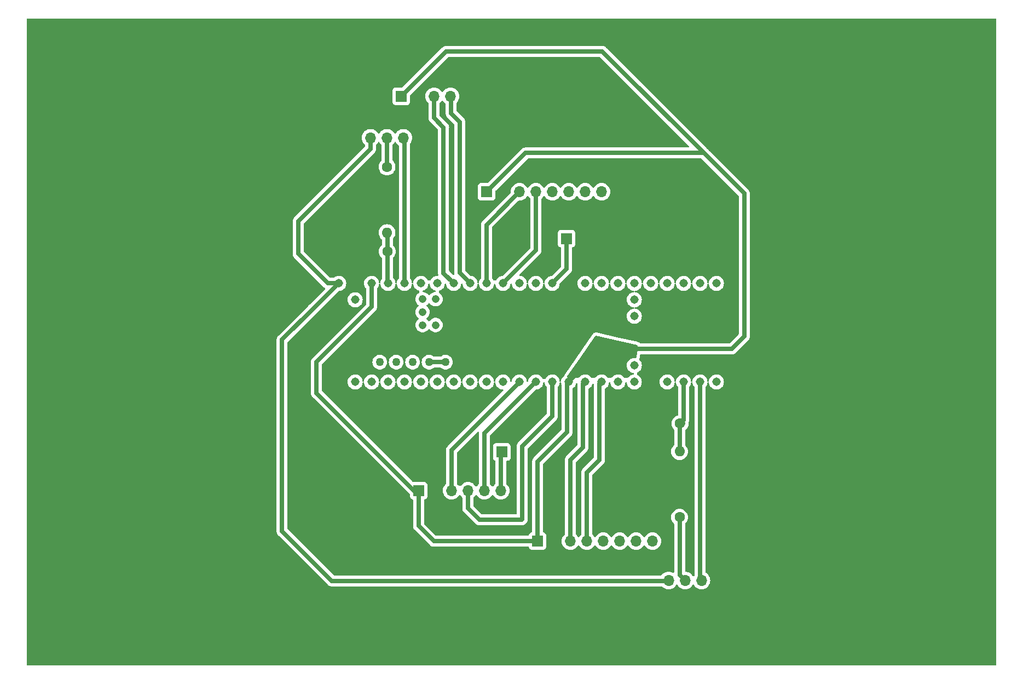
<source format=gbr>
%TF.GenerationSoftware,KiCad,Pcbnew,7.0.7*%
%TF.CreationDate,2024-12-15T19:26:52-03:00*%
%TF.ProjectId,TeensyPCB,5465656e-7379-4504-9342-2e6b69636164,rev?*%
%TF.SameCoordinates,Original*%
%TF.FileFunction,Copper,L2,Bot*%
%TF.FilePolarity,Positive*%
%FSLAX46Y46*%
G04 Gerber Fmt 4.6, Leading zero omitted, Abs format (unit mm)*
G04 Created by KiCad (PCBNEW 7.0.7) date 2024-12-15 19:26:52*
%MOMM*%
%LPD*%
G01*
G04 APERTURE LIST*
%TA.AperFunction,ComponentPad*%
%ADD10R,1.700000X1.700000*%
%TD*%
%TA.AperFunction,ComponentPad*%
%ADD11O,1.700000X1.700000*%
%TD*%
%TA.AperFunction,ComponentPad*%
%ADD12C,1.600000*%
%TD*%
%TA.AperFunction,ComponentPad*%
%ADD13O,1.600000X1.600000*%
%TD*%
%TA.AperFunction,ComponentPad*%
%ADD14C,1.308000*%
%TD*%
%TA.AperFunction,ComponentPad*%
%ADD15C,1.208000*%
%TD*%
%TA.AperFunction,ComponentPad*%
%ADD16C,1.258000*%
%TD*%
%TA.AperFunction,Conductor*%
%ADD17C,0.700000*%
%TD*%
%TA.AperFunction,Conductor*%
%ADD18C,0.250000*%
%TD*%
G04 APERTURE END LIST*
D10*
%TO.P,J4,1,Pin_1*%
%TO.N,Net-(J4-Pin_1)*%
X83500000Y-34000000D03*
%TD*%
%TO.P,J9,1,Pin_1*%
%TO.N,3V3*%
X57960000Y-12000000D03*
D11*
%TO.P,J9,2,Pin_2*%
%TO.N,GND*%
X60500000Y-12000000D03*
%TO.P,J9,3,Pin_3*%
%TO.N,Net-(J9-Pin_3)*%
X63040000Y-12000000D03*
%TO.P,J9,4,Pin_4*%
%TO.N,Net-(J9-Pin_4)*%
X65580000Y-12000000D03*
%TD*%
D10*
%TO.P,J2,1,Pin_1*%
%TO.N,Net-(J2-Pin_1)*%
X73500000Y-67000000D03*
%TD*%
D12*
%TO.P,R6,1*%
%TO.N,Net-(U1-A9)*%
X55798400Y-36000000D03*
D13*
%TO.P,R6,2*%
%TO.N,GND*%
X45638400Y-36000000D03*
%TD*%
D12*
%TO.P,R5,1*%
%TO.N,Net-(J8-Pin_3)*%
X55747600Y-22920000D03*
D13*
%TO.P,R5,2*%
%TO.N,Net-(U1-A9)*%
X55747600Y-33080000D03*
%TD*%
D12*
%TO.P,R2,1*%
%TO.N,Net-(U1-CRX3)*%
X101080000Y-62586200D03*
D13*
%TO.P,R2,2*%
%TO.N,GND*%
X90920000Y-62586200D03*
%TD*%
D12*
%TO.P,R1,1*%
%TO.N,Net-(J3-Pin_3)*%
X101000000Y-77080000D03*
D13*
%TO.P,R1,2*%
%TO.N,Net-(U1-CRX3)*%
X101000000Y-66920000D03*
%TD*%
D10*
%TO.P,J1,1,Pin_1*%
%TO.N,3V3*%
X71165400Y-26772200D03*
D11*
%TO.P,J1,2,Pin_2*%
%TO.N,GND*%
X73705400Y-26772200D03*
%TO.P,J1,3,Pin_3*%
%TO.N,Net-(J1-Pin_3)*%
X76245400Y-26772200D03*
%TO.P,J1,4,Pin_4*%
%TO.N,Net-(J1-Pin_4)*%
X78785400Y-26772200D03*
%TO.P,J1,5,Pin_5*%
%TO.N,unconnected-(J1-Pin_5-Pad5)*%
X81325400Y-26772200D03*
%TO.P,J1,6,Pin_6*%
%TO.N,unconnected-(J1-Pin_6-Pad6)*%
X83865400Y-26772200D03*
%TO.P,J1,7,Pin_7*%
%TO.N,unconnected-(J1-Pin_7-Pad7)*%
X86405400Y-26772200D03*
%TO.P,J1,8,Pin_8*%
%TO.N,unconnected-(J1-Pin_8-Pad8)*%
X88945400Y-26772200D03*
%TD*%
D14*
%TO.P,U1,GND1,GND*%
%TO.N,GND*%
X48280000Y-56160000D03*
%TO.P,U1,0,RX1*%
%TO.N,unconnected-(U1-RX1-Pad0)*%
X50820000Y-56160000D03*
%TO.P,U1,VBAT,VBAT*%
%TO.N,unconnected-(U1-PadVBAT)*%
X94000000Y-53620000D03*
%TO.P,U1,3.3V_3,3.3V*%
%TO.N,3V3*%
X94000000Y-51080000D03*
%TO.P,U1,GND4,GND*%
%TO.N,GND*%
X94000000Y-48540000D03*
%TO.P,U1,ON/OFF,ON/OFF*%
%TO.N,unconnected-(U1-PadON{slash}OFF)*%
X94000000Y-43460000D03*
%TO.P,U1,VUSB,VUSB*%
%TO.N,unconnected-(U1-PadVUSB)*%
X50820000Y-43460000D03*
%TO.P,U1,PROGRAM,PROGRAM*%
%TO.N,unconnected-(U1-PadPROGRAM)*%
X94000000Y-46000000D03*
%TO.P,U1,GND2,GND*%
%TO.N,GND*%
X83840000Y-40920000D03*
D15*
%TO.P,U1,R-,R-*%
%TO.N,unconnected-(U1-PadR-)*%
X63250000Y-43370000D03*
%TO.P,U1,R+,R+*%
%TO.N,unconnected-(U1-PadR+)*%
X61250000Y-43370000D03*
%TO.P,U1,GND5,GND*%
%TO.N,GND*%
X63250000Y-45370000D03*
%TO.P,U1,T+,T+*%
%TO.N,unconnected-(U1-PadT+)*%
X63250000Y-47370000D03*
%TO.P,U1,LED,LED*%
%TO.N,unconnected-(U1-PadLED)*%
X61250000Y-45370000D03*
%TO.P,U1,T-,T-*%
%TO.N,unconnected-(U1-PadT-)*%
X61250000Y-47370000D03*
D16*
%TO.P,U1,5V,5V*%
%TO.N,unconnected-(U1-Pad5V)*%
X54630000Y-53110000D03*
%TO.P,U1,D-,D-*%
%TO.N,unconnected-(U1-PadD-)*%
X57170000Y-53110000D03*
%TO.P,U1,D+,D+*%
%TO.N,unconnected-(U1-PadD+)*%
X59710000Y-53110000D03*
%TO.P,U1,USB_GND1,USB_GND*%
%TO.N,Net-(U1-USB_GND-PadUSB_GND1)*%
X62250000Y-53110000D03*
%TO.P,U1,USB_GND2,USB_GND*%
X64790000Y-53110000D03*
D14*
%TO.P,U1,1,TX1*%
%TO.N,unconnected-(U1-TX1-Pad1)*%
X53360000Y-56160000D03*
%TO.P,U1,2,OUT2*%
%TO.N,unconnected-(U1-OUT2-Pad2)*%
X55900000Y-56160000D03*
%TO.P,U1,3,LRCLK2*%
%TO.N,unconnected-(U1-LRCLK2-Pad3)*%
X58440000Y-56160000D03*
%TO.P,U1,4,BCLK2*%
%TO.N,unconnected-(U1-BCLK2-Pad4)*%
X60980000Y-56160000D03*
%TO.P,U1,5,IN2*%
%TO.N,unconnected-(U1-IN2-Pad5)*%
X63520000Y-56160000D03*
%TO.P,U1,6,OUT1D*%
%TO.N,unconnected-(U1-OUT1D-Pad6)*%
X66060000Y-56160000D03*
%TO.P,U1,7,RX2*%
%TO.N,unconnected-(U1-RX2-Pad7)*%
X68600000Y-56160000D03*
%TO.P,U1,8,TX2*%
%TO.N,unconnected-(U1-TX2-Pad8)*%
X71140000Y-56160000D03*
%TO.P,U1,9,OUT1C*%
%TO.N,unconnected-(U1-OUT1C-Pad9)*%
X73680000Y-56160000D03*
%TO.P,U1,10,CS1*%
%TO.N,Net-(J5-Pin_3)*%
X76220000Y-56160000D03*
%TO.P,U1,11,MOSI*%
%TO.N,Net-(J5-Pin_5)*%
X78760000Y-56160000D03*
%TO.P,U1,12,MISO*%
%TO.N,Net-(J5-Pin_4)*%
X81300000Y-56160000D03*
%TO.P,U1,3.3V_1,3.3V*%
%TO.N,3V3*%
X83840000Y-56160000D03*
%TO.P,U1,13,SCK*%
%TO.N,Net-(J4-Pin_1)*%
X81300000Y-40920000D03*
%TO.P,U1,14,A0*%
%TO.N,unconnected-(U1-A0-Pad14)*%
X78760000Y-40920000D03*
%TO.P,U1,15,A1*%
%TO.N,unconnected-(U1-A1-Pad15)*%
X76220000Y-40920000D03*
%TO.P,U1,16,A2*%
%TO.N,Net-(J1-Pin_4)*%
X73680000Y-40920000D03*
%TO.P,U1,17,A3*%
%TO.N,Net-(J1-Pin_3)*%
X71140000Y-40920000D03*
%TO.P,U1,18,A4*%
%TO.N,Net-(J9-Pin_4)*%
X68600000Y-40920000D03*
%TO.P,U1,19,A5*%
%TO.N,Net-(J9-Pin_3)*%
X66060000Y-40920000D03*
%TO.P,U1,20,A6*%
%TO.N,unconnected-(U1-A6-Pad20)*%
X63520000Y-40920000D03*
%TO.P,U1,21,A7*%
%TO.N,unconnected-(U1-A7-Pad21)*%
X60980000Y-40920000D03*
%TO.P,U1,22,A8*%
%TO.N,Net-(J8-Pin_2)*%
X58440000Y-40920000D03*
%TO.P,U1,23,A9*%
%TO.N,Net-(U1-A9)*%
X55900000Y-40920000D03*
%TO.P,U1,3.3V_2,3.3V*%
%TO.N,3V3*%
X53360000Y-40920000D03*
%TO.P,U1,GND3,GND*%
%TO.N,GND*%
X50820000Y-40920000D03*
%TO.P,U1,VIN,VIN*%
%TO.N,5V*%
X48280000Y-40920000D03*
%TO.P,U1,24,A10*%
%TO.N,Net-(J7-Pin_3)*%
X86380000Y-56160000D03*
%TO.P,U1,25,A11*%
%TO.N,Net-(J7-Pin_4)*%
X88920000Y-56160000D03*
%TO.P,U1,26,A12*%
%TO.N,unconnected-(U1-A12-Pad26)*%
X91460000Y-56160000D03*
%TO.P,U1,27,A13*%
%TO.N,unconnected-(U1-A13-Pad27)*%
X94000000Y-56160000D03*
%TO.P,U1,28,RX7*%
%TO.N,GND*%
X96540000Y-56160000D03*
%TO.P,U1,29,TX7*%
%TO.N,unconnected-(U1-TX7-Pad29)*%
X99080000Y-56160000D03*
%TO.P,U1,30,CRX3*%
%TO.N,Net-(U1-CRX3)*%
X101620000Y-56160000D03*
%TO.P,U1,31,CTX3*%
%TO.N,Net-(J3-Pin_2)*%
X104160000Y-56160000D03*
%TO.P,U1,32,OUT1B*%
%TO.N,unconnected-(U1-OUT1B-Pad32)*%
X106700000Y-56160000D03*
%TO.P,U1,33,MCLK2*%
%TO.N,unconnected-(U1-MCLK2-Pad33)*%
X106700000Y-40920000D03*
%TO.P,U1,34,RX8*%
%TO.N,unconnected-(U1-RX8-Pad34)*%
X104160000Y-40920000D03*
%TO.P,U1,35,TX8*%
%TO.N,unconnected-(U1-TX8-Pad35)*%
X101620000Y-40920000D03*
%TO.P,U1,36,CS2*%
%TO.N,unconnected-(U1-CS2-Pad36)*%
X99080000Y-40920000D03*
%TO.P,U1,37,CS3*%
%TO.N,unconnected-(U1-CS3-Pad37)*%
X96540000Y-40920000D03*
%TO.P,U1,38,A14*%
%TO.N,unconnected-(U1-A14-Pad38)*%
X94000000Y-40920000D03*
%TO.P,U1,39,A15*%
%TO.N,unconnected-(U1-A15-Pad39)*%
X91460000Y-40920000D03*
%TO.P,U1,40,A16*%
%TO.N,unconnected-(U1-A16-Pad40)*%
X88920000Y-40920000D03*
%TO.P,U1,41,A17*%
%TO.N,unconnected-(U1-A17-Pad41)*%
X86380000Y-40920000D03*
%TD*%
D10*
%TO.P,J8,1,Pin_1*%
%TO.N,GND*%
X60802200Y-18415600D03*
D11*
%TO.P,J8,2,Pin_2*%
%TO.N,Net-(J8-Pin_2)*%
X58262200Y-18415600D03*
%TO.P,J8,3,Pin_3*%
%TO.N,Net-(J8-Pin_3)*%
X55722200Y-18415600D03*
%TO.P,J8,4,Pin_4*%
%TO.N,5V*%
X53182200Y-18415600D03*
%TD*%
D10*
%TO.P,J7,1,Pin_1*%
%TO.N,3V3*%
X79039400Y-80772600D03*
D11*
%TO.P,J7,2,Pin_2*%
%TO.N,GND*%
X81579400Y-80772600D03*
%TO.P,J7,3,Pin_3*%
%TO.N,Net-(J7-Pin_3)*%
X84119400Y-80772600D03*
%TO.P,J7,4,Pin_4*%
%TO.N,Net-(J7-Pin_4)*%
X86659400Y-80772600D03*
%TO.P,J7,5,Pin_5*%
%TO.N,unconnected-(J7-Pin_5-Pad5)*%
X89199400Y-80772600D03*
%TO.P,J7,6,Pin_6*%
%TO.N,unconnected-(J7-Pin_6-Pad6)*%
X91739400Y-80772600D03*
%TO.P,J7,7,Pin_7*%
%TO.N,unconnected-(J7-Pin_7-Pad7)*%
X94279400Y-80772600D03*
%TO.P,J7,8,Pin_8*%
%TO.N,unconnected-(J7-Pin_8-Pad8)*%
X96819400Y-80772600D03*
%TD*%
D10*
%TO.P,J5,1,Pin_1*%
%TO.N,3V3*%
X60649800Y-72974800D03*
D11*
%TO.P,J5,2,Pin_2*%
%TO.N,GND*%
X63189800Y-72974800D03*
%TO.P,J5,3,Pin_3*%
%TO.N,Net-(J5-Pin_3)*%
X65729800Y-72974800D03*
%TO.P,J5,4,Pin_4*%
%TO.N,Net-(J5-Pin_4)*%
X68269800Y-72974800D03*
%TO.P,J5,5,Pin_5*%
%TO.N,Net-(J5-Pin_5)*%
X70809800Y-72974800D03*
%TO.P,J5,6,Pin_6*%
%TO.N,Net-(J2-Pin_1)*%
X73349800Y-72974800D03*
%TD*%
D10*
%TO.P,J3,1,Pin_1*%
%TO.N,GND*%
X106928600Y-86843200D03*
D11*
%TO.P,J3,2,Pin_2*%
%TO.N,Net-(J3-Pin_2)*%
X104388600Y-86843200D03*
%TO.P,J3,3,Pin_3*%
%TO.N,Net-(J3-Pin_3)*%
X101848600Y-86843200D03*
%TO.P,J3,4,Pin_4*%
%TO.N,5V*%
X99308600Y-86843200D03*
%TD*%
D17*
%TO.N,Net-(J9-Pin_4)*%
X65580000Y-12000000D02*
X65679000Y-12099000D01*
X67000000Y-39320000D02*
X68600000Y-40920000D01*
X65679000Y-12099000D02*
X65679000Y-14656400D01*
X67000000Y-15977400D02*
X67000000Y-39320000D01*
X65679000Y-14656400D02*
X67000000Y-15977400D01*
%TO.N,Net-(J9-Pin_3)*%
X63040000Y-12000000D02*
X63040000Y-15344800D01*
X64500000Y-39360000D02*
X66060000Y-40920000D01*
X63040000Y-15344800D02*
X64500000Y-16804800D01*
X64500000Y-16804800D02*
X64500000Y-39360000D01*
%TO.N,Net-(J2-Pin_1)*%
X73349800Y-72974800D02*
X73349800Y-67150200D01*
X73349800Y-67150200D02*
X73500000Y-67000000D01*
%TO.N,Net-(J4-Pin_1)*%
X83500000Y-34000000D02*
X83500000Y-38720000D01*
X83500000Y-38720000D02*
X81300000Y-40920000D01*
%TO.N,3V3*%
X104998200Y-21031800D02*
X89021600Y-5055200D01*
X89021600Y-5055200D02*
X64904800Y-5055200D01*
X64904800Y-5055200D02*
X57960000Y-12000000D01*
%TO.N,Net-(J5-Pin_3)*%
X65729800Y-72974800D02*
X65729800Y-66710200D01*
X65729800Y-66710200D02*
X76220000Y-56220000D01*
X76220000Y-56220000D02*
X76220000Y-56160000D01*
%TO.N,Net-(J5-Pin_5)*%
X70809800Y-72974800D02*
X70809800Y-64110200D01*
X70809800Y-64110200D02*
X78760000Y-56160000D01*
%TO.N,Net-(J1-Pin_4)*%
X73680000Y-40920000D02*
X78785400Y-35814600D01*
X78785400Y-35814600D02*
X78785400Y-26772200D01*
%TO.N,Net-(J1-Pin_3)*%
X71140000Y-40920000D02*
X71140000Y-31877600D01*
X71140000Y-31877600D02*
X76245400Y-26772200D01*
%TO.N,5V*%
X53182200Y-18415600D02*
X53182200Y-20142800D01*
X53182200Y-20142800D02*
X42000000Y-31325000D01*
X42000000Y-31325000D02*
X42000000Y-36341800D01*
X46578200Y-40920000D02*
X48280000Y-40920000D01*
X42000000Y-36341800D02*
X46578200Y-40920000D01*
%TO.N,Net-(J8-Pin_3)*%
X55747600Y-22920000D02*
X55747600Y-18441000D01*
X55747600Y-18441000D02*
X55722200Y-18415600D01*
%TO.N,Net-(U1-A9)*%
X55798400Y-36000000D02*
X55798400Y-40818400D01*
X55798400Y-40818400D02*
X55900000Y-40920000D01*
X55798400Y-36000000D02*
X55798400Y-33130800D01*
X55798400Y-33130800D02*
X55747600Y-33080000D01*
%TO.N,Net-(J3-Pin_3)*%
X101848600Y-86843200D02*
X101000000Y-85994600D01*
X101000000Y-85994600D02*
X101000000Y-77080000D01*
%TO.N,Net-(U1-CRX3)*%
X101080000Y-62586200D02*
X101620000Y-62046200D01*
X101620000Y-62046200D02*
X101620000Y-56160000D01*
X101080000Y-62586200D02*
X101000000Y-62666200D01*
X101000000Y-62666200D02*
X101000000Y-66920000D01*
D18*
X101080000Y-66840000D02*
X101000000Y-66920000D01*
D17*
%TO.N,3V3*%
X94000000Y-51080000D02*
X109062200Y-51080000D01*
X111000000Y-27033600D02*
X104998200Y-21031800D01*
X109062200Y-51080000D02*
X111000000Y-49142200D01*
X111000000Y-49142200D02*
X111000000Y-27033600D01*
%TO.N,Net-(J5-Pin_4)*%
X68269800Y-72974800D02*
X68269800Y-75718000D01*
X81300000Y-61468600D02*
X81300000Y-56160000D01*
X68269800Y-75718000D02*
X70047800Y-77496000D01*
X70047800Y-77496000D02*
X76550200Y-77496000D01*
X76550200Y-77496000D02*
X76677200Y-77369000D01*
X76677200Y-77369000D02*
X76677200Y-66091400D01*
X76677200Y-66091400D02*
X81300000Y-61468600D01*
%TO.N,Net-(U1-USB_GND-PadUSB_GND1)*%
X62250000Y-53110000D02*
X64790000Y-53110000D01*
%TO.N,GND*%
X60599000Y-12065600D02*
X60599000Y-11964000D01*
%TO.N,3V3*%
X104998200Y-21031800D02*
X104744200Y-20777800D01*
X104744200Y-20777800D02*
X77159800Y-20777800D01*
X77159800Y-20777800D02*
X71165400Y-26772200D01*
%TO.N,Net-(J1-Pin_4)*%
X78429800Y-27127800D02*
X78785400Y-26772200D01*
%TO.N,3V3*%
X60649800Y-72974800D02*
X59913200Y-72974800D01*
X44825600Y-57887200D02*
X44825600Y-53086600D01*
X44825600Y-53086600D02*
X53360000Y-44552200D01*
X59913200Y-72974800D02*
X44825600Y-57887200D01*
X53360000Y-44552200D02*
X53360000Y-40920000D01*
X60649800Y-72974800D02*
X60649800Y-78435800D01*
X60649800Y-78435800D02*
X62986600Y-80772600D01*
X62986600Y-80772600D02*
X79039400Y-80772600D01*
%TO.N,5V*%
X99029200Y-86843200D02*
X98953000Y-86919400D01*
X39517000Y-79248600D02*
X39517000Y-49632200D01*
X98953000Y-86919400D02*
X47187800Y-86919400D01*
X47187800Y-86919400D02*
X39517000Y-79248600D01*
X39517000Y-49632200D02*
X44190600Y-44958600D01*
X44190600Y-44958600D02*
X44241400Y-44958600D01*
X44241400Y-44958600D02*
X48280000Y-40920000D01*
%TO.N,3V3*%
X83840000Y-56160000D02*
X88920000Y-51080000D01*
X88920000Y-51080000D02*
X94000000Y-51080000D01*
X79039400Y-68479000D02*
X83560600Y-63957800D01*
X79039400Y-80772600D02*
X79039400Y-68479000D01*
X83560600Y-63957800D02*
X83560600Y-56439400D01*
X83560600Y-56439400D02*
X83840000Y-56160000D01*
%TO.N,Net-(J7-Pin_4)*%
X86659400Y-70155400D02*
X88615200Y-68199600D01*
X86659400Y-80772600D02*
X86659400Y-70155400D01*
X88615200Y-68199600D02*
X88615200Y-56464800D01*
X88615200Y-56464800D02*
X88920000Y-56160000D01*
%TO.N,Net-(J7-Pin_3)*%
X84119400Y-68199600D02*
X86049800Y-66269200D01*
X84119400Y-80772600D02*
X84119400Y-68199600D01*
X86049800Y-66269200D02*
X86049800Y-56490200D01*
X86049800Y-56490200D02*
X86380000Y-56160000D01*
%TO.N,Net-(J3-Pin_2)*%
X104160000Y-56160000D02*
X104160000Y-86614600D01*
X104160000Y-86614600D02*
X104388600Y-86843200D01*
%TO.N,Net-(J5-Pin_3)*%
X76296200Y-56236200D02*
X76220000Y-56160000D01*
%TO.N,Net-(J8-Pin_2)*%
X58440000Y-40920000D02*
X58440000Y-18593400D01*
X58440000Y-18593400D02*
X58262200Y-18415600D01*
%TO.N,Net-(J3-Pin_2)*%
X104185400Y-56185400D02*
X104160000Y-56160000D01*
%TO.N,Net-(U1-CRX3)*%
X101493000Y-62663200D02*
X101570000Y-62586200D01*
%TD*%
%TA.AperFunction,Conductor*%
%TO.N,GND*%
G36*
X149942539Y-20185D02*
G01*
X149988294Y-72989D01*
X149999500Y-124500D01*
X149999500Y-99875500D01*
X149979815Y-99942539D01*
X149927011Y-99988294D01*
X149875500Y-99999500D01*
X124500Y-99999500D01*
X57461Y-99979815D01*
X11706Y-99927011D01*
X500Y-99875500D01*
X500Y-79271763D01*
X38661798Y-79271763D01*
X38672729Y-79351992D01*
X38681486Y-79432513D01*
X38681710Y-79433530D01*
X38686525Y-79454073D01*
X38686773Y-79455070D01*
X38714700Y-79531086D01*
X38740557Y-79607823D01*
X38741001Y-79608785D01*
X38750146Y-79627866D01*
X38750564Y-79628709D01*
X38794184Y-79696953D01*
X38835930Y-79766336D01*
X38836538Y-79767136D01*
X38849578Y-79783816D01*
X38850201Y-79784591D01*
X38907459Y-79841849D01*
X38963152Y-79900642D01*
X38963983Y-79901347D01*
X38981118Y-79915507D01*
X46560191Y-87494580D01*
X46563584Y-87498260D01*
X46581364Y-87519192D01*
X46599463Y-87540501D01*
X46599464Y-87540502D01*
X46635141Y-87567621D01*
X46663918Y-87589497D01*
X46727046Y-87640241D01*
X46727047Y-87640241D01*
X46727048Y-87640242D01*
X46727957Y-87640823D01*
X46745809Y-87651897D01*
X46746728Y-87652450D01*
X46746734Y-87652453D01*
X46746736Y-87652454D01*
X46820251Y-87686466D01*
X46820252Y-87686466D01*
X46892783Y-87722438D01*
X46893910Y-87722852D01*
X46913576Y-87729776D01*
X46914630Y-87730130D01*
X46914633Y-87730132D01*
X46954179Y-87738836D01*
X46993725Y-87747541D01*
X47072305Y-87767084D01*
X47073394Y-87767232D01*
X47094175Y-87769777D01*
X47095302Y-87769899D01*
X47095303Y-87769900D01*
X47095304Y-87769900D01*
X47176269Y-87769900D01*
X47257232Y-87772093D01*
X47257232Y-87772092D01*
X47257235Y-87772093D01*
X47258279Y-87772008D01*
X47280448Y-87769900D01*
X98274042Y-87769900D01*
X98341081Y-87789585D01*
X98361723Y-87806219D01*
X98437199Y-87881695D01*
X98533984Y-87949464D01*
X98630765Y-88017232D01*
X98630767Y-88017233D01*
X98630770Y-88017235D01*
X98844937Y-88117103D01*
X99073192Y-88178263D01*
X99261518Y-88194739D01*
X99308599Y-88198859D01*
X99308600Y-88198859D01*
X99308601Y-88198859D01*
X99347834Y-88195426D01*
X99544008Y-88178263D01*
X99772263Y-88117103D01*
X99986430Y-88017235D01*
X100180001Y-87881695D01*
X100347095Y-87714601D01*
X100477026Y-87529041D01*
X100531602Y-87485417D01*
X100601100Y-87478223D01*
X100663455Y-87509746D01*
X100680175Y-87529042D01*
X100810100Y-87714595D01*
X100810105Y-87714601D01*
X100977199Y-87881695D01*
X101073984Y-87949464D01*
X101170765Y-88017232D01*
X101170767Y-88017233D01*
X101170770Y-88017235D01*
X101384937Y-88117103D01*
X101613192Y-88178263D01*
X101801518Y-88194739D01*
X101848599Y-88198859D01*
X101848600Y-88198859D01*
X101848601Y-88198859D01*
X101887834Y-88195426D01*
X102084008Y-88178263D01*
X102312263Y-88117103D01*
X102526430Y-88017235D01*
X102720001Y-87881695D01*
X102887095Y-87714601D01*
X103017026Y-87529040D01*
X103071601Y-87485417D01*
X103141099Y-87478223D01*
X103203454Y-87509746D01*
X103220174Y-87529041D01*
X103228199Y-87540502D01*
X103350105Y-87714601D01*
X103517199Y-87881695D01*
X103613984Y-87949464D01*
X103710765Y-88017232D01*
X103710767Y-88017233D01*
X103710770Y-88017235D01*
X103924937Y-88117103D01*
X104153192Y-88178263D01*
X104341518Y-88194739D01*
X104388599Y-88198859D01*
X104388600Y-88198859D01*
X104388601Y-88198859D01*
X104427834Y-88195426D01*
X104624008Y-88178263D01*
X104852263Y-88117103D01*
X105066430Y-88017235D01*
X105260001Y-87881695D01*
X105427095Y-87714601D01*
X105562635Y-87521030D01*
X105662503Y-87306863D01*
X105723663Y-87078608D01*
X105744259Y-86843200D01*
X105723663Y-86607792D01*
X105662503Y-86379537D01*
X105562635Y-86165371D01*
X105427095Y-85971799D01*
X105427094Y-85971797D01*
X105260002Y-85804706D01*
X105260001Y-85804705D01*
X105066430Y-85669165D01*
X105066429Y-85669164D01*
X105063375Y-85667026D01*
X105019751Y-85612449D01*
X105010499Y-85565451D01*
X105010499Y-71587981D01*
X105010499Y-56991067D01*
X105030184Y-56924032D01*
X105035527Y-56916369D01*
X105145781Y-56770370D01*
X105241151Y-56578840D01*
X105241151Y-56578837D01*
X105241153Y-56578835D01*
X105275639Y-56457628D01*
X105299704Y-56373048D01*
X105306529Y-56299394D01*
X105332315Y-56234457D01*
X105389116Y-56193770D01*
X105458897Y-56190250D01*
X105519503Y-56225015D01*
X105551693Y-56287028D01*
X105553471Y-56299395D01*
X105560295Y-56373047D01*
X105560296Y-56373050D01*
X105618846Y-56578835D01*
X105618849Y-56578840D01*
X105714219Y-56770370D01*
X105843159Y-56941114D01*
X106001278Y-57085258D01*
X106001283Y-57085261D01*
X106001286Y-57085263D01*
X106183186Y-57197891D01*
X106183187Y-57197891D01*
X106183190Y-57197893D01*
X106382703Y-57275185D01*
X106593020Y-57314500D01*
X106593022Y-57314500D01*
X106806978Y-57314500D01*
X106806980Y-57314500D01*
X107017297Y-57275185D01*
X107216810Y-57197893D01*
X107398722Y-57085258D01*
X107556841Y-56941114D01*
X107685781Y-56770370D01*
X107781151Y-56578840D01*
X107781151Y-56578837D01*
X107781153Y-56578835D01*
X107815639Y-56457628D01*
X107839704Y-56373048D01*
X107859446Y-56160000D01*
X107852546Y-56085543D01*
X107839704Y-55946952D01*
X107839703Y-55946949D01*
X107781153Y-55741164D01*
X107781150Y-55741158D01*
X107759992Y-55698667D01*
X107685781Y-55549630D01*
X107556841Y-55378886D01*
X107398722Y-55234742D01*
X107398716Y-55234738D01*
X107398713Y-55234736D01*
X107216813Y-55122108D01*
X107216807Y-55122106D01*
X107213067Y-55120657D01*
X107017297Y-55044815D01*
X106806980Y-55005500D01*
X106593020Y-55005500D01*
X106382703Y-55044815D01*
X106304224Y-55075218D01*
X106183192Y-55122106D01*
X106183186Y-55122108D01*
X106001286Y-55234736D01*
X106001283Y-55234738D01*
X106001279Y-55234740D01*
X106001278Y-55234742D01*
X105955770Y-55276228D01*
X105843158Y-55378887D01*
X105714219Y-55549629D01*
X105618849Y-55741158D01*
X105618846Y-55741164D01*
X105560296Y-55946949D01*
X105560295Y-55946952D01*
X105553471Y-56020604D01*
X105527685Y-56085542D01*
X105470884Y-56126229D01*
X105401103Y-56129749D01*
X105340497Y-56094984D01*
X105308307Y-56032971D01*
X105306529Y-56020604D01*
X105299704Y-55946952D01*
X105299703Y-55946949D01*
X105241153Y-55741164D01*
X105241150Y-55741158D01*
X105219992Y-55698667D01*
X105145781Y-55549630D01*
X105016841Y-55378886D01*
X104858722Y-55234742D01*
X104858716Y-55234738D01*
X104858713Y-55234736D01*
X104676813Y-55122108D01*
X104676807Y-55122106D01*
X104673067Y-55120657D01*
X104477297Y-55044815D01*
X104266980Y-55005500D01*
X104053020Y-55005500D01*
X103842703Y-55044815D01*
X103764224Y-55075218D01*
X103643192Y-55122106D01*
X103643186Y-55122108D01*
X103461286Y-55234736D01*
X103461283Y-55234738D01*
X103461279Y-55234740D01*
X103461278Y-55234742D01*
X103415770Y-55276228D01*
X103303158Y-55378887D01*
X103174219Y-55549629D01*
X103078849Y-55741158D01*
X103078846Y-55741164D01*
X103020296Y-55946949D01*
X103020295Y-55946952D01*
X103013471Y-56020604D01*
X102987685Y-56085542D01*
X102930884Y-56126229D01*
X102861103Y-56129749D01*
X102800497Y-56094984D01*
X102768307Y-56032971D01*
X102766529Y-56020604D01*
X102759704Y-55946952D01*
X102759703Y-55946949D01*
X102701153Y-55741164D01*
X102701150Y-55741158D01*
X102679992Y-55698667D01*
X102605781Y-55549630D01*
X102476841Y-55378886D01*
X102318722Y-55234742D01*
X102318716Y-55234738D01*
X102318713Y-55234736D01*
X102136813Y-55122108D01*
X102136807Y-55122106D01*
X102133067Y-55120657D01*
X101937297Y-55044815D01*
X101726980Y-55005500D01*
X101513020Y-55005500D01*
X101302703Y-55044815D01*
X101224224Y-55075218D01*
X101103192Y-55122106D01*
X101103186Y-55122108D01*
X100921286Y-55234736D01*
X100921283Y-55234738D01*
X100921279Y-55234740D01*
X100921278Y-55234742D01*
X100875770Y-55276228D01*
X100763158Y-55378887D01*
X100634219Y-55549629D01*
X100538849Y-55741158D01*
X100538846Y-55741164D01*
X100480296Y-55946949D01*
X100480295Y-55946952D01*
X100473471Y-56020604D01*
X100447685Y-56085542D01*
X100390884Y-56126229D01*
X100321103Y-56129749D01*
X100260497Y-56094984D01*
X100228307Y-56032971D01*
X100226529Y-56020604D01*
X100219704Y-55946952D01*
X100219703Y-55946949D01*
X100161153Y-55741164D01*
X100161150Y-55741158D01*
X100139992Y-55698667D01*
X100065781Y-55549630D01*
X99936841Y-55378886D01*
X99778722Y-55234742D01*
X99778716Y-55234738D01*
X99778713Y-55234736D01*
X99596813Y-55122108D01*
X99596807Y-55122106D01*
X99593067Y-55120657D01*
X99397297Y-55044815D01*
X99186980Y-55005500D01*
X98973020Y-55005500D01*
X98762703Y-55044815D01*
X98684224Y-55075218D01*
X98563192Y-55122106D01*
X98563186Y-55122108D01*
X98381286Y-55234736D01*
X98381283Y-55234738D01*
X98381279Y-55234740D01*
X98381278Y-55234742D01*
X98335770Y-55276228D01*
X98223158Y-55378887D01*
X98094219Y-55549629D01*
X97998849Y-55741158D01*
X97998846Y-55741164D01*
X97940296Y-55946949D01*
X97940295Y-55946952D01*
X97920554Y-56159999D01*
X97920554Y-56160000D01*
X97940295Y-56373047D01*
X97940296Y-56373050D01*
X97998846Y-56578835D01*
X97998849Y-56578840D01*
X98094219Y-56770370D01*
X98223159Y-56941114D01*
X98381278Y-57085258D01*
X98381283Y-57085261D01*
X98381286Y-57085263D01*
X98563186Y-57197891D01*
X98563187Y-57197891D01*
X98563190Y-57197893D01*
X98762703Y-57275185D01*
X98973020Y-57314500D01*
X98973022Y-57314500D01*
X99186978Y-57314500D01*
X99186980Y-57314500D01*
X99397297Y-57275185D01*
X99596810Y-57197893D01*
X99778722Y-57085258D01*
X99936841Y-56941114D01*
X100065781Y-56770370D01*
X100161151Y-56578840D01*
X100161151Y-56578837D01*
X100161153Y-56578835D01*
X100195639Y-56457628D01*
X100219704Y-56373048D01*
X100226529Y-56299394D01*
X100252315Y-56234457D01*
X100309116Y-56193770D01*
X100378897Y-56190250D01*
X100439503Y-56225015D01*
X100471693Y-56287028D01*
X100473471Y-56299395D01*
X100480295Y-56373047D01*
X100480296Y-56373050D01*
X100538846Y-56578835D01*
X100538849Y-56578841D01*
X100634219Y-56770370D01*
X100744454Y-56916344D01*
X100769146Y-56981705D01*
X100769500Y-56991071D01*
X100769500Y-61227872D01*
X100749815Y-61294911D01*
X100697011Y-61340666D01*
X100677594Y-61347647D01*
X100633508Y-61359459D01*
X100633502Y-61359461D01*
X100427267Y-61455631D01*
X100427265Y-61455632D01*
X100240858Y-61586154D01*
X100079954Y-61747058D01*
X99949432Y-61933465D01*
X99949431Y-61933467D01*
X99853261Y-62139702D01*
X99853258Y-62139711D01*
X99794366Y-62359502D01*
X99794364Y-62359513D01*
X99774532Y-62586198D01*
X99774532Y-62586201D01*
X99794364Y-62812886D01*
X99794366Y-62812897D01*
X99853258Y-63032688D01*
X99853261Y-63032697D01*
X99949431Y-63238932D01*
X99949432Y-63238934D01*
X100079953Y-63425340D01*
X100113180Y-63458566D01*
X100146666Y-63519888D01*
X100149500Y-63546248D01*
X100149500Y-65879950D01*
X100129815Y-65946989D01*
X100113182Y-65967631D01*
X99999951Y-66080862D01*
X99869432Y-66267265D01*
X99869431Y-66267267D01*
X99773261Y-66473502D01*
X99773258Y-66473511D01*
X99714366Y-66693302D01*
X99714364Y-66693313D01*
X99694532Y-66919998D01*
X99694532Y-66920001D01*
X99714364Y-67146686D01*
X99714366Y-67146697D01*
X99773258Y-67366488D01*
X99773261Y-67366497D01*
X99869431Y-67572732D01*
X99869432Y-67572734D01*
X99999954Y-67759141D01*
X100160858Y-67920045D01*
X100160861Y-67920047D01*
X100347266Y-68050568D01*
X100553504Y-68146739D01*
X100773308Y-68205635D01*
X100935230Y-68219801D01*
X100999998Y-68225468D01*
X101000000Y-68225468D01*
X101000002Y-68225468D01*
X101056672Y-68220509D01*
X101226692Y-68205635D01*
X101446496Y-68146739D01*
X101652734Y-68050568D01*
X101839139Y-67920047D01*
X102000047Y-67759139D01*
X102130568Y-67572734D01*
X102226739Y-67366496D01*
X102285635Y-67146692D01*
X102305468Y-66920000D01*
X102285635Y-66693308D01*
X102226739Y-66473504D01*
X102130568Y-66267266D01*
X102000047Y-66080861D01*
X102000045Y-66080858D01*
X101886818Y-65967631D01*
X101853333Y-65906308D01*
X101850499Y-65879959D01*
X101850499Y-63698857D01*
X101870184Y-63631819D01*
X101903376Y-63597284D01*
X101919139Y-63586247D01*
X101919141Y-63586245D01*
X101919146Y-63586241D01*
X102080045Y-63425341D01*
X102080044Y-63425340D01*
X102080047Y-63425339D01*
X102210568Y-63238934D01*
X102306739Y-63032696D01*
X102313916Y-63005910D01*
X102322598Y-62982919D01*
X102373036Y-62881222D01*
X102417684Y-62701695D01*
X102422693Y-62516768D01*
X102406373Y-62431722D01*
X102413070Y-62362178D01*
X102417060Y-62353268D01*
X102423036Y-62341221D01*
X102423037Y-62341218D01*
X102423445Y-62340108D01*
X102430384Y-62320398D01*
X102430727Y-62319377D01*
X102430732Y-62319367D01*
X102448141Y-62240273D01*
X102467684Y-62161695D01*
X102467683Y-62161695D01*
X102467685Y-62161691D01*
X102467830Y-62160626D01*
X102470371Y-62139877D01*
X102470500Y-62138697D01*
X102470500Y-62057731D01*
X102472693Y-61976764D01*
X102472608Y-61975720D01*
X102470500Y-61953552D01*
X102470500Y-56991071D01*
X102490185Y-56924032D01*
X102495546Y-56916344D01*
X102605781Y-56770370D01*
X102701151Y-56578840D01*
X102701151Y-56578837D01*
X102701153Y-56578835D01*
X102735639Y-56457628D01*
X102759704Y-56373048D01*
X102766529Y-56299394D01*
X102792315Y-56234457D01*
X102849116Y-56193770D01*
X102918897Y-56190250D01*
X102979503Y-56225015D01*
X103011693Y-56287028D01*
X103013471Y-56299395D01*
X103020295Y-56373047D01*
X103020296Y-56373050D01*
X103078846Y-56578835D01*
X103078849Y-56578841D01*
X103174219Y-56770370D01*
X103284454Y-56916344D01*
X103309146Y-56981705D01*
X103309500Y-56991071D01*
X103309500Y-85990692D01*
X103289815Y-86057731D01*
X103287075Y-86061815D01*
X103220175Y-86157359D01*
X103165598Y-86200984D01*
X103096100Y-86208178D01*
X103033745Y-86176655D01*
X103017025Y-86157359D01*
X102887094Y-85971797D01*
X102720002Y-85804706D01*
X102719995Y-85804701D01*
X102526434Y-85669167D01*
X102526430Y-85669165D01*
X102404802Y-85612449D01*
X102312263Y-85569297D01*
X102312259Y-85569296D01*
X102312255Y-85569294D01*
X102084013Y-85508138D01*
X102084003Y-85508136D01*
X101963692Y-85497610D01*
X101898623Y-85472157D01*
X101857645Y-85415566D01*
X101850500Y-85374082D01*
X101850500Y-78120048D01*
X101870185Y-78053009D01*
X101886814Y-78032371D01*
X102000047Y-77919139D01*
X102130568Y-77732734D01*
X102226739Y-77526496D01*
X102285635Y-77306692D01*
X102305468Y-77080000D01*
X102285635Y-76853308D01*
X102226739Y-76633504D01*
X102130568Y-76427266D01*
X102008698Y-76253216D01*
X102000045Y-76240858D01*
X101839141Y-76079954D01*
X101652734Y-75949432D01*
X101652732Y-75949431D01*
X101446497Y-75853261D01*
X101446488Y-75853258D01*
X101226697Y-75794366D01*
X101226693Y-75794365D01*
X101226692Y-75794365D01*
X101226691Y-75794364D01*
X101226686Y-75794364D01*
X101000002Y-75774532D01*
X100999998Y-75774532D01*
X100773313Y-75794364D01*
X100773302Y-75794366D01*
X100553511Y-75853258D01*
X100553502Y-75853261D01*
X100347267Y-75949431D01*
X100347265Y-75949432D01*
X100160858Y-76079954D01*
X99999954Y-76240858D01*
X99869432Y-76427265D01*
X99869431Y-76427267D01*
X99773261Y-76633502D01*
X99773258Y-76633511D01*
X99714366Y-76853302D01*
X99714364Y-76853313D01*
X99694532Y-77079998D01*
X99694532Y-77080001D01*
X99714364Y-77306686D01*
X99714366Y-77306697D01*
X99773258Y-77526488D01*
X99773261Y-77526497D01*
X99869431Y-77732732D01*
X99869432Y-77732734D01*
X99999951Y-77919137D01*
X99999952Y-77919138D01*
X99999953Y-77919139D01*
X100113182Y-78032368D01*
X100146666Y-78093689D01*
X100149500Y-78120048D01*
X100149500Y-85550565D01*
X100129815Y-85617604D01*
X100077011Y-85663359D01*
X100007853Y-85673303D01*
X99973095Y-85662947D01*
X99864802Y-85612449D01*
X99772263Y-85569297D01*
X99772259Y-85569296D01*
X99772255Y-85569294D01*
X99544013Y-85508138D01*
X99544003Y-85508136D01*
X99308601Y-85487541D01*
X99308599Y-85487541D01*
X99073196Y-85508136D01*
X99073186Y-85508138D01*
X98844944Y-85569294D01*
X98844935Y-85569298D01*
X98630771Y-85669164D01*
X98630769Y-85669165D01*
X98437197Y-85804705D01*
X98270105Y-85971798D01*
X98239138Y-86016024D01*
X98184561Y-86059649D01*
X98137564Y-86068900D01*
X47591450Y-86068900D01*
X47524411Y-86049215D01*
X47503769Y-86032581D01*
X40403819Y-78932630D01*
X40370334Y-78871307D01*
X40367500Y-78844949D01*
X40367500Y-50035849D01*
X40387185Y-49968810D01*
X40403814Y-49948173D01*
X44627061Y-45724925D01*
X44647948Y-45708135D01*
X44689753Y-45681415D01*
X44759136Y-45639670D01*
X44759145Y-45639661D01*
X44760069Y-45638960D01*
X44776476Y-45626133D01*
X44777386Y-45625402D01*
X44777386Y-45625401D01*
X44777389Y-45625400D01*
X44806018Y-45596770D01*
X44834649Y-45568140D01*
X44865681Y-45538744D01*
X44893441Y-45512449D01*
X44893445Y-45512442D01*
X44894157Y-45511605D01*
X44908304Y-45494483D01*
X46942788Y-43460000D01*
X49660554Y-43460000D01*
X49680295Y-43673047D01*
X49680296Y-43673050D01*
X49738846Y-43878835D01*
X49738849Y-43878841D01*
X49797696Y-43997022D01*
X49834219Y-44070370D01*
X49963159Y-44241114D01*
X50121278Y-44385258D01*
X50121283Y-44385261D01*
X50121286Y-44385263D01*
X50303186Y-44497891D01*
X50303187Y-44497891D01*
X50303190Y-44497893D01*
X50502703Y-44575185D01*
X50713020Y-44614500D01*
X50713022Y-44614500D01*
X50926978Y-44614500D01*
X50926980Y-44614500D01*
X51137297Y-44575185D01*
X51336810Y-44497893D01*
X51518722Y-44385258D01*
X51676841Y-44241114D01*
X51805781Y-44070370D01*
X51901151Y-43878840D01*
X51901151Y-43878837D01*
X51901153Y-43878835D01*
X51959703Y-43673050D01*
X51959704Y-43673047D01*
X51979446Y-43460000D01*
X51979446Y-43459999D01*
X51959704Y-43246952D01*
X51959703Y-43246949D01*
X51901153Y-43041164D01*
X51901150Y-43041158D01*
X51865367Y-42969295D01*
X51805781Y-42849630D01*
X51676841Y-42678886D01*
X51518722Y-42534742D01*
X51518716Y-42534738D01*
X51518713Y-42534736D01*
X51336813Y-42422108D01*
X51336807Y-42422106D01*
X51137297Y-42344815D01*
X50926980Y-42305500D01*
X50713020Y-42305500D01*
X50502703Y-42344815D01*
X50443571Y-42367723D01*
X50303192Y-42422106D01*
X50303186Y-42422108D01*
X50121286Y-42534736D01*
X50121283Y-42534738D01*
X50121279Y-42534740D01*
X50121278Y-42534742D01*
X50024779Y-42622712D01*
X49963158Y-42678887D01*
X49834219Y-42849629D01*
X49738849Y-43041158D01*
X49738846Y-43041164D01*
X49680296Y-43246949D01*
X49680295Y-43246952D01*
X49660554Y-43459999D01*
X49660554Y-43460000D01*
X46942788Y-43460000D01*
X48291969Y-42110819D01*
X48353292Y-42077334D01*
X48379650Y-42074500D01*
X48386978Y-42074500D01*
X48386980Y-42074500D01*
X48597297Y-42035185D01*
X48796810Y-41957893D01*
X48978722Y-41845258D01*
X49136841Y-41701114D01*
X49265781Y-41530370D01*
X49361151Y-41338840D01*
X49361151Y-41338837D01*
X49361153Y-41338835D01*
X49419703Y-41133050D01*
X49419704Y-41133049D01*
X49419704Y-41133048D01*
X49439446Y-40920000D01*
X49419704Y-40706952D01*
X49411200Y-40677065D01*
X49361153Y-40501164D01*
X49361150Y-40501158D01*
X49339992Y-40458667D01*
X49265781Y-40309630D01*
X49136841Y-40138886D01*
X48978722Y-39994742D01*
X48978716Y-39994738D01*
X48978713Y-39994736D01*
X48796813Y-39882108D01*
X48796807Y-39882106D01*
X48597297Y-39804815D01*
X48386980Y-39765500D01*
X48173020Y-39765500D01*
X47962703Y-39804815D01*
X47836533Y-39853693D01*
X47763192Y-39882106D01*
X47763186Y-39882108D01*
X47581286Y-39994736D01*
X47581283Y-39994738D01*
X47581279Y-39994740D01*
X47581278Y-39994742D01*
X47534769Y-40037139D01*
X47471969Y-40067754D01*
X47451235Y-40069500D01*
X46981851Y-40069500D01*
X46914812Y-40049815D01*
X46894170Y-40033181D01*
X42886819Y-36025830D01*
X42853334Y-35964507D01*
X42850500Y-35938149D01*
X42850500Y-31728649D01*
X42870185Y-31661610D01*
X42886814Y-31640973D01*
X53757385Y-20770401D01*
X53761052Y-20767021D01*
X53803300Y-20731137D01*
X53852298Y-20666680D01*
X53903042Y-20603554D01*
X53903042Y-20603552D01*
X53903044Y-20603551D01*
X53903624Y-20602643D01*
X53914649Y-20584869D01*
X53915251Y-20583869D01*
X53915252Y-20583866D01*
X53915254Y-20583864D01*
X53949260Y-20510360D01*
X53985236Y-20437821D01*
X53985237Y-20437814D01*
X53985634Y-20436735D01*
X53992589Y-20416983D01*
X53992927Y-20415977D01*
X53992932Y-20415967D01*
X54010341Y-20336873D01*
X54029884Y-20258295D01*
X54029883Y-20258295D01*
X54029885Y-20258291D01*
X54030030Y-20257226D01*
X54032571Y-20236477D01*
X54032700Y-20235297D01*
X54032700Y-20154331D01*
X54034893Y-20073364D01*
X54034809Y-20072340D01*
X54032699Y-20050161D01*
X54032699Y-19526357D01*
X54052384Y-19459319D01*
X54069009Y-19438686D01*
X54220695Y-19287001D01*
X54350624Y-19101442D01*
X54405202Y-19057817D01*
X54474700Y-19050623D01*
X54537055Y-19082146D01*
X54553775Y-19101442D01*
X54683701Y-19286996D01*
X54683706Y-19287002D01*
X54850797Y-19454094D01*
X54852805Y-19455779D01*
X54853447Y-19456744D01*
X54854627Y-19457924D01*
X54854389Y-19458161D01*
X54891507Y-19513950D01*
X54897099Y-19550768D01*
X54897099Y-21879951D01*
X54877414Y-21946990D01*
X54860781Y-21967632D01*
X54747551Y-22080862D01*
X54617032Y-22267265D01*
X54617031Y-22267267D01*
X54520861Y-22473502D01*
X54520858Y-22473511D01*
X54461966Y-22693302D01*
X54461964Y-22693313D01*
X54442132Y-22919998D01*
X54442132Y-22920001D01*
X54461964Y-23146686D01*
X54461966Y-23146697D01*
X54520858Y-23366488D01*
X54520861Y-23366497D01*
X54617031Y-23572732D01*
X54617032Y-23572734D01*
X54747554Y-23759141D01*
X54908458Y-23920045D01*
X54908461Y-23920047D01*
X55094866Y-24050568D01*
X55301104Y-24146739D01*
X55520908Y-24205635D01*
X55682830Y-24219801D01*
X55747598Y-24225468D01*
X55747600Y-24225468D01*
X55747602Y-24225468D01*
X55804272Y-24220509D01*
X55974292Y-24205635D01*
X56194096Y-24146739D01*
X56400334Y-24050568D01*
X56586739Y-23920047D01*
X56747647Y-23759139D01*
X56878168Y-23572734D01*
X56974339Y-23366496D01*
X57033235Y-23146692D01*
X57053068Y-22920000D01*
X57033235Y-22693308D01*
X56974339Y-22473504D01*
X56878168Y-22267266D01*
X56747647Y-22080861D01*
X56634416Y-21967630D01*
X56600933Y-21906310D01*
X56598100Y-21879960D01*
X56598100Y-19500958D01*
X56617785Y-19433918D01*
X56634419Y-19413277D01*
X56760695Y-19287001D01*
X56890624Y-19101442D01*
X56945202Y-19057817D01*
X57014700Y-19050623D01*
X57077055Y-19082146D01*
X57093775Y-19101442D01*
X57223701Y-19286996D01*
X57223706Y-19287002D01*
X57390797Y-19454093D01*
X57390803Y-19454098D01*
X57536623Y-19556202D01*
X57580248Y-19610779D01*
X57589500Y-19657777D01*
X57589500Y-40088928D01*
X57569815Y-40155967D01*
X57564454Y-40163655D01*
X57454219Y-40309629D01*
X57358849Y-40501158D01*
X57358846Y-40501164D01*
X57300296Y-40706949D01*
X57300295Y-40706952D01*
X57293471Y-40780604D01*
X57267685Y-40845542D01*
X57210884Y-40886229D01*
X57141103Y-40889749D01*
X57080497Y-40854984D01*
X57048307Y-40792971D01*
X57046529Y-40780604D01*
X57039704Y-40706952D01*
X57039703Y-40706949D01*
X56981153Y-40501164D01*
X56981150Y-40501158D01*
X56959992Y-40458667D01*
X56885781Y-40309630D01*
X56756841Y-40138886D01*
X56756839Y-40138883D01*
X56689362Y-40077370D01*
X56653080Y-40017659D01*
X56648900Y-39985733D01*
X56648900Y-37040048D01*
X56668585Y-36973009D01*
X56685214Y-36952371D01*
X56798447Y-36839139D01*
X56928968Y-36652734D01*
X57025139Y-36446496D01*
X57084035Y-36226692D01*
X57103868Y-36000000D01*
X57084035Y-35773308D01*
X57025139Y-35553504D01*
X56928968Y-35347266D01*
X56798447Y-35160861D01*
X56798445Y-35160858D01*
X56685219Y-35047632D01*
X56651734Y-34986309D01*
X56648900Y-34959951D01*
X56648900Y-34069248D01*
X56668585Y-34002209D01*
X56685214Y-33981571D01*
X56747647Y-33919139D01*
X56878168Y-33732734D01*
X56974339Y-33526496D01*
X57033235Y-33306692D01*
X57051132Y-33102127D01*
X57053068Y-33080001D01*
X57053068Y-33079998D01*
X57037991Y-32907669D01*
X57033235Y-32853308D01*
X56974339Y-32633504D01*
X56878168Y-32427266D01*
X56747647Y-32240861D01*
X56747645Y-32240858D01*
X56586741Y-32079954D01*
X56400334Y-31949432D01*
X56400332Y-31949431D01*
X56194097Y-31853261D01*
X56194088Y-31853258D01*
X55974297Y-31794366D01*
X55974293Y-31794365D01*
X55974292Y-31794365D01*
X55974291Y-31794364D01*
X55974286Y-31794364D01*
X55747602Y-31774532D01*
X55747598Y-31774532D01*
X55520913Y-31794364D01*
X55520902Y-31794366D01*
X55301111Y-31853258D01*
X55301102Y-31853261D01*
X55094867Y-31949431D01*
X55094865Y-31949432D01*
X54908458Y-32079954D01*
X54747554Y-32240858D01*
X54617032Y-32427265D01*
X54617031Y-32427267D01*
X54520861Y-32633502D01*
X54520858Y-32633511D01*
X54461966Y-32853302D01*
X54461964Y-32853313D01*
X54442132Y-33079998D01*
X54442132Y-33080001D01*
X54461964Y-33306686D01*
X54461966Y-33306697D01*
X54520858Y-33526488D01*
X54520861Y-33526497D01*
X54617031Y-33732732D01*
X54617032Y-33732734D01*
X54747554Y-33919141D01*
X54911581Y-34083168D01*
X54945066Y-34144491D01*
X54947900Y-34170849D01*
X54947900Y-34959951D01*
X54928215Y-35026990D01*
X54911581Y-35047632D01*
X54798354Y-35160858D01*
X54667832Y-35347265D01*
X54667831Y-35347267D01*
X54571661Y-35553502D01*
X54571658Y-35553511D01*
X54512766Y-35773302D01*
X54512764Y-35773313D01*
X54492932Y-35999998D01*
X54492932Y-36000001D01*
X54512764Y-36226686D01*
X54512766Y-36226697D01*
X54571658Y-36446488D01*
X54571661Y-36446497D01*
X54667831Y-36652732D01*
X54667832Y-36652734D01*
X54798351Y-36839137D01*
X54798352Y-36839138D01*
X54798353Y-36839139D01*
X54911582Y-36952368D01*
X54945066Y-37013689D01*
X54947900Y-37040048D01*
X54947900Y-40223468D01*
X54928215Y-40290507D01*
X54922855Y-40298194D01*
X54914219Y-40309630D01*
X54818849Y-40501158D01*
X54818846Y-40501164D01*
X54760296Y-40706949D01*
X54760295Y-40706952D01*
X54753471Y-40780604D01*
X54727685Y-40845542D01*
X54670884Y-40886229D01*
X54601103Y-40889749D01*
X54540497Y-40854984D01*
X54508307Y-40792971D01*
X54506529Y-40780604D01*
X54499704Y-40706952D01*
X54499703Y-40706949D01*
X54441153Y-40501164D01*
X54441150Y-40501158D01*
X54419992Y-40458667D01*
X54345781Y-40309630D01*
X54216841Y-40138886D01*
X54058722Y-39994742D01*
X54058716Y-39994738D01*
X54058713Y-39994736D01*
X53876813Y-39882108D01*
X53876807Y-39882106D01*
X53677297Y-39804815D01*
X53466980Y-39765500D01*
X53253020Y-39765500D01*
X53042703Y-39804815D01*
X52916533Y-39853693D01*
X52843192Y-39882106D01*
X52843186Y-39882108D01*
X52661286Y-39994736D01*
X52661283Y-39994738D01*
X52661279Y-39994740D01*
X52661278Y-39994742D01*
X52503162Y-40138883D01*
X52503158Y-40138887D01*
X52374219Y-40309629D01*
X52278849Y-40501158D01*
X52278846Y-40501164D01*
X52220296Y-40706949D01*
X52220295Y-40706952D01*
X52200554Y-40919999D01*
X52200554Y-40920000D01*
X52220295Y-41133047D01*
X52220296Y-41133050D01*
X52278846Y-41338835D01*
X52278849Y-41338840D01*
X52374219Y-41530370D01*
X52458082Y-41641423D01*
X52484454Y-41676344D01*
X52509146Y-41741705D01*
X52509500Y-41751071D01*
X52509500Y-44148548D01*
X52489815Y-44215587D01*
X52473181Y-44236229D01*
X44250430Y-52458980D01*
X44246727Y-52462394D01*
X44204498Y-52498265D01*
X44155509Y-52562708D01*
X44104755Y-52625849D01*
X44104249Y-52626641D01*
X44093069Y-52644666D01*
X44092544Y-52645538D01*
X44058539Y-52719039D01*
X44022563Y-52791580D01*
X44022182Y-52792617D01*
X44015180Y-52812506D01*
X44014867Y-52813433D01*
X43997458Y-52892526D01*
X43977914Y-52971113D01*
X43977791Y-52972016D01*
X43975207Y-52993116D01*
X43975100Y-52994101D01*
X43975100Y-53075068D01*
X43972906Y-53156038D01*
X43972989Y-53157047D01*
X43975100Y-53179249D01*
X43975100Y-57850111D01*
X43974895Y-57855145D01*
X43970398Y-57910363D01*
X43981329Y-57990592D01*
X43990086Y-58071113D01*
X43990310Y-58072130D01*
X43995125Y-58092673D01*
X43995373Y-58093670D01*
X44023300Y-58169686D01*
X44049157Y-58246423D01*
X44049601Y-58247385D01*
X44058746Y-58266466D01*
X44059164Y-58267309D01*
X44102784Y-58335553D01*
X44144530Y-58404936D01*
X44145138Y-58405736D01*
X44158178Y-58422416D01*
X44158801Y-58423191D01*
X44216059Y-58480449D01*
X44271752Y-58539242D01*
X44272583Y-58539947D01*
X44289719Y-58554108D01*
X59262981Y-73527369D01*
X59296466Y-73588692D01*
X59299300Y-73615050D01*
X59299300Y-73872669D01*
X59299301Y-73872676D01*
X59305708Y-73932283D01*
X59356002Y-74067128D01*
X59356006Y-74067135D01*
X59442252Y-74182344D01*
X59442255Y-74182347D01*
X59557464Y-74268593D01*
X59557471Y-74268597D01*
X59692317Y-74318891D01*
X59699862Y-74320674D01*
X59699323Y-74322951D01*
X59753087Y-74345208D01*
X59792947Y-74402593D01*
X59799300Y-74441775D01*
X59799300Y-78398711D01*
X59799095Y-78403745D01*
X59794598Y-78458963D01*
X59805529Y-78539192D01*
X59814286Y-78619713D01*
X59814510Y-78620730D01*
X59819325Y-78641273D01*
X59819573Y-78642270D01*
X59847500Y-78718286D01*
X59873357Y-78795023D01*
X59873801Y-78795985D01*
X59882946Y-78815066D01*
X59883364Y-78815909D01*
X59883367Y-78815914D01*
X59883368Y-78815916D01*
X59918773Y-78871307D01*
X59926984Y-78884153D01*
X59968730Y-78953536D01*
X59969338Y-78954336D01*
X59982378Y-78971016D01*
X59983001Y-78971791D01*
X60040259Y-79029049D01*
X60095952Y-79087842D01*
X60096783Y-79088547D01*
X60113919Y-79102708D01*
X62358991Y-81347780D01*
X62362384Y-81351460D01*
X62380164Y-81372392D01*
X62398263Y-81393701D01*
X62398264Y-81393702D01*
X62426042Y-81414817D01*
X62462718Y-81442697D01*
X62525846Y-81493441D01*
X62525847Y-81493441D01*
X62525848Y-81493442D01*
X62526757Y-81494023D01*
X62544609Y-81505097D01*
X62545528Y-81505650D01*
X62545534Y-81505653D01*
X62545536Y-81505654D01*
X62619052Y-81539666D01*
X62691583Y-81575638D01*
X62692710Y-81576052D01*
X62712376Y-81582976D01*
X62713430Y-81583330D01*
X62713433Y-81583332D01*
X62752979Y-81592036D01*
X62792525Y-81600741D01*
X62871105Y-81620284D01*
X62872194Y-81620432D01*
X62892975Y-81622977D01*
X62894102Y-81623099D01*
X62894103Y-81623100D01*
X62894104Y-81623100D01*
X62975069Y-81623100D01*
X63056032Y-81625293D01*
X63056032Y-81625292D01*
X63056035Y-81625293D01*
X63057079Y-81625208D01*
X63079248Y-81623100D01*
X77572423Y-81623100D01*
X77639462Y-81642785D01*
X77685217Y-81695589D01*
X77692666Y-81722734D01*
X77693524Y-81722532D01*
X77695307Y-81730079D01*
X77745602Y-81864928D01*
X77745606Y-81864935D01*
X77831852Y-81980144D01*
X77831855Y-81980147D01*
X77947064Y-82066393D01*
X77947071Y-82066397D01*
X78081917Y-82116691D01*
X78081916Y-82116691D01*
X78088844Y-82117435D01*
X78141527Y-82123100D01*
X79937272Y-82123099D01*
X79996883Y-82116691D01*
X80131731Y-82066396D01*
X80246946Y-81980146D01*
X80333196Y-81864931D01*
X80383491Y-81730083D01*
X80389900Y-81670473D01*
X80389899Y-79874728D01*
X80383491Y-79815117D01*
X80371816Y-79783816D01*
X80333197Y-79680271D01*
X80333193Y-79680264D01*
X80246947Y-79565055D01*
X80246944Y-79565052D01*
X80131735Y-79478806D01*
X80131728Y-79478802D01*
X79996882Y-79428508D01*
X79989338Y-79426726D01*
X79989874Y-79424453D01*
X79936088Y-79402171D01*
X79896243Y-79344777D01*
X79889900Y-79305624D01*
X79889900Y-68882650D01*
X79909585Y-68815611D01*
X79926214Y-68794974D01*
X84135792Y-64585395D01*
X84139459Y-64582015D01*
X84181700Y-64546137D01*
X84230697Y-64481681D01*
X84281441Y-64418554D01*
X84281442Y-64418551D01*
X84282080Y-64417553D01*
X84293006Y-64399938D01*
X84293643Y-64398877D01*
X84293654Y-64398864D01*
X84327666Y-64325347D01*
X84363636Y-64252821D01*
X84363639Y-64252808D01*
X84364052Y-64251686D01*
X84370989Y-64231983D01*
X84371327Y-64230977D01*
X84371332Y-64230967D01*
X84388741Y-64151873D01*
X84408284Y-64073295D01*
X84408283Y-64073295D01*
X84408285Y-64073291D01*
X84408430Y-64072226D01*
X84410971Y-64051477D01*
X84411100Y-64050297D01*
X84411100Y-63969331D01*
X84413293Y-63888364D01*
X84413208Y-63887320D01*
X84411100Y-63865152D01*
X84411100Y-57233345D01*
X84430785Y-57166306D01*
X84469819Y-57127920D01*
X84538722Y-57085258D01*
X84696841Y-56941114D01*
X84825781Y-56770370D01*
X84921151Y-56578840D01*
X84955639Y-56457625D01*
X84992918Y-56398535D01*
X85056227Y-56368977D01*
X85125467Y-56378339D01*
X85178653Y-56423648D01*
X85198901Y-56490520D01*
X85198860Y-56494920D01*
X85197106Y-56559638D01*
X85197189Y-56560647D01*
X85199300Y-56582849D01*
X85199300Y-65865548D01*
X85179615Y-65932587D01*
X85162981Y-65953229D01*
X83544230Y-67571980D01*
X83540527Y-67575394D01*
X83498298Y-67611265D01*
X83449309Y-67675708D01*
X83398555Y-67738849D01*
X83398049Y-67739641D01*
X83386869Y-67757666D01*
X83386344Y-67758538D01*
X83352339Y-67832039D01*
X83316363Y-67904580D01*
X83315982Y-67905617D01*
X83308980Y-67925506D01*
X83308667Y-67926433D01*
X83291258Y-68005526D01*
X83271714Y-68084113D01*
X83271591Y-68085016D01*
X83269007Y-68106116D01*
X83268900Y-68107101D01*
X83268900Y-68188068D01*
X83266706Y-68269038D01*
X83266789Y-68270047D01*
X83268900Y-68292249D01*
X83268900Y-79661841D01*
X83249215Y-79728880D01*
X83232581Y-79749522D01*
X83080905Y-79901197D01*
X82945365Y-80094769D01*
X82945364Y-80094771D01*
X82845498Y-80308935D01*
X82845494Y-80308944D01*
X82784338Y-80537186D01*
X82784336Y-80537196D01*
X82763741Y-80772599D01*
X82763741Y-80772600D01*
X82784336Y-81008003D01*
X82784338Y-81008013D01*
X82845494Y-81236255D01*
X82845496Y-81236259D01*
X82845497Y-81236263D01*
X82849400Y-81244632D01*
X82945365Y-81450430D01*
X82945367Y-81450434D01*
X83035000Y-81578442D01*
X83080905Y-81644001D01*
X83247999Y-81811095D01*
X83344784Y-81878864D01*
X83441565Y-81946632D01*
X83441567Y-81946633D01*
X83441570Y-81946635D01*
X83655737Y-82046503D01*
X83883992Y-82107663D01*
X84060434Y-82123100D01*
X84119399Y-82128259D01*
X84119400Y-82128259D01*
X84119401Y-82128259D01*
X84178366Y-82123100D01*
X84354808Y-82107663D01*
X84583063Y-82046503D01*
X84797230Y-81946635D01*
X84990801Y-81811095D01*
X85157895Y-81644001D01*
X85287824Y-81458442D01*
X85342402Y-81414817D01*
X85411900Y-81407623D01*
X85474255Y-81439146D01*
X85490975Y-81458442D01*
X85620900Y-81643995D01*
X85620905Y-81644001D01*
X85787999Y-81811095D01*
X85884784Y-81878864D01*
X85981565Y-81946632D01*
X85981567Y-81946633D01*
X85981570Y-81946635D01*
X86195737Y-82046503D01*
X86423992Y-82107663D01*
X86600434Y-82123100D01*
X86659399Y-82128259D01*
X86659400Y-82128259D01*
X86659401Y-82128259D01*
X86718366Y-82123100D01*
X86894808Y-82107663D01*
X87123063Y-82046503D01*
X87337230Y-81946635D01*
X87530801Y-81811095D01*
X87697895Y-81644001D01*
X87827824Y-81458442D01*
X87882402Y-81414817D01*
X87951900Y-81407623D01*
X88014255Y-81439146D01*
X88030975Y-81458442D01*
X88160900Y-81643995D01*
X88160905Y-81644001D01*
X88327999Y-81811095D01*
X88424784Y-81878864D01*
X88521565Y-81946632D01*
X88521567Y-81946633D01*
X88521570Y-81946635D01*
X88735737Y-82046503D01*
X88963992Y-82107663D01*
X89140434Y-82123100D01*
X89199399Y-82128259D01*
X89199400Y-82128259D01*
X89199401Y-82128259D01*
X89258366Y-82123100D01*
X89434808Y-82107663D01*
X89663063Y-82046503D01*
X89877230Y-81946635D01*
X90070801Y-81811095D01*
X90237895Y-81644001D01*
X90367824Y-81458442D01*
X90422402Y-81414817D01*
X90491900Y-81407623D01*
X90554255Y-81439146D01*
X90570975Y-81458442D01*
X90700900Y-81643995D01*
X90700905Y-81644001D01*
X90867999Y-81811095D01*
X90964784Y-81878864D01*
X91061565Y-81946632D01*
X91061567Y-81946633D01*
X91061570Y-81946635D01*
X91275737Y-82046503D01*
X91503992Y-82107663D01*
X91680434Y-82123100D01*
X91739399Y-82128259D01*
X91739400Y-82128259D01*
X91739401Y-82128259D01*
X91798366Y-82123100D01*
X91974808Y-82107663D01*
X92203063Y-82046503D01*
X92417230Y-81946635D01*
X92610801Y-81811095D01*
X92777895Y-81644001D01*
X92907824Y-81458442D01*
X92962402Y-81414817D01*
X93031900Y-81407623D01*
X93094255Y-81439146D01*
X93110975Y-81458442D01*
X93240900Y-81643995D01*
X93240905Y-81644001D01*
X93407999Y-81811095D01*
X93504784Y-81878864D01*
X93601565Y-81946632D01*
X93601567Y-81946633D01*
X93601570Y-81946635D01*
X93815737Y-82046503D01*
X94043992Y-82107663D01*
X94220434Y-82123100D01*
X94279399Y-82128259D01*
X94279400Y-82128259D01*
X94279401Y-82128259D01*
X94338366Y-82123100D01*
X94514808Y-82107663D01*
X94743063Y-82046503D01*
X94957230Y-81946635D01*
X95150801Y-81811095D01*
X95317895Y-81644001D01*
X95447824Y-81458442D01*
X95502402Y-81414817D01*
X95571900Y-81407623D01*
X95634255Y-81439146D01*
X95650975Y-81458442D01*
X95780900Y-81643995D01*
X95780905Y-81644001D01*
X95947999Y-81811095D01*
X96044784Y-81878864D01*
X96141565Y-81946632D01*
X96141567Y-81946633D01*
X96141570Y-81946635D01*
X96355737Y-82046503D01*
X96583992Y-82107663D01*
X96760434Y-82123100D01*
X96819399Y-82128259D01*
X96819400Y-82128259D01*
X96819401Y-82128259D01*
X96878366Y-82123100D01*
X97054808Y-82107663D01*
X97283063Y-82046503D01*
X97497230Y-81946635D01*
X97690801Y-81811095D01*
X97857895Y-81644001D01*
X97993435Y-81450430D01*
X98093303Y-81236263D01*
X98154463Y-81008008D01*
X98175059Y-80772600D01*
X98154463Y-80537192D01*
X98093303Y-80308937D01*
X97993435Y-80094771D01*
X97987825Y-80086758D01*
X97857894Y-79901197D01*
X97690802Y-79734106D01*
X97690795Y-79734101D01*
X97497234Y-79598567D01*
X97497230Y-79598565D01*
X97497230Y-79598564D01*
X97283063Y-79498697D01*
X97283059Y-79498696D01*
X97283055Y-79498694D01*
X97054813Y-79437538D01*
X97054803Y-79437536D01*
X96819401Y-79416941D01*
X96819399Y-79416941D01*
X96583996Y-79437536D01*
X96583986Y-79437538D01*
X96355744Y-79498694D01*
X96355735Y-79498698D01*
X96141571Y-79598564D01*
X96141569Y-79598565D01*
X95947997Y-79734105D01*
X95780905Y-79901197D01*
X95650975Y-80086758D01*
X95596398Y-80130383D01*
X95526900Y-80137577D01*
X95464545Y-80106054D01*
X95447825Y-80086758D01*
X95317894Y-79901197D01*
X95150802Y-79734106D01*
X95150795Y-79734101D01*
X94957234Y-79598567D01*
X94957230Y-79598565D01*
X94957230Y-79598564D01*
X94743063Y-79498697D01*
X94743059Y-79498696D01*
X94743055Y-79498694D01*
X94514813Y-79437538D01*
X94514803Y-79437536D01*
X94279401Y-79416941D01*
X94279399Y-79416941D01*
X94043996Y-79437536D01*
X94043986Y-79437538D01*
X93815744Y-79498694D01*
X93815735Y-79498698D01*
X93601571Y-79598564D01*
X93601569Y-79598565D01*
X93407997Y-79734105D01*
X93240908Y-79901194D01*
X93110974Y-80086760D01*
X93056397Y-80130384D01*
X92986898Y-80137577D01*
X92924544Y-80106055D01*
X92907829Y-80086764D01*
X92782076Y-79907170D01*
X92777893Y-79901196D01*
X92610802Y-79734106D01*
X92610795Y-79734101D01*
X92417234Y-79598567D01*
X92417230Y-79598565D01*
X92417230Y-79598564D01*
X92203063Y-79498697D01*
X92203059Y-79498696D01*
X92203055Y-79498694D01*
X91974813Y-79437538D01*
X91974803Y-79437536D01*
X91739401Y-79416941D01*
X91739399Y-79416941D01*
X91503996Y-79437536D01*
X91503986Y-79437538D01*
X91275744Y-79498694D01*
X91275735Y-79498698D01*
X91061571Y-79598564D01*
X91061569Y-79598565D01*
X90867997Y-79734105D01*
X90700905Y-79901197D01*
X90570975Y-80086758D01*
X90516398Y-80130383D01*
X90446900Y-80137577D01*
X90384545Y-80106054D01*
X90367825Y-80086758D01*
X90237894Y-79901197D01*
X90070802Y-79734106D01*
X90070795Y-79734101D01*
X89877234Y-79598567D01*
X89877230Y-79598565D01*
X89877230Y-79598564D01*
X89663063Y-79498697D01*
X89663059Y-79498696D01*
X89663055Y-79498694D01*
X89434813Y-79437538D01*
X89434803Y-79437536D01*
X89199401Y-79416941D01*
X89199399Y-79416941D01*
X88963996Y-79437536D01*
X88963986Y-79437538D01*
X88735744Y-79498694D01*
X88735735Y-79498698D01*
X88521571Y-79598564D01*
X88521569Y-79598565D01*
X88327997Y-79734105D01*
X88160908Y-79901194D01*
X88030974Y-80086760D01*
X87976397Y-80130384D01*
X87906898Y-80137577D01*
X87844544Y-80106055D01*
X87827829Y-80086764D01*
X87702076Y-79907170D01*
X87697893Y-79901196D01*
X87546219Y-79749522D01*
X87512734Y-79688199D01*
X87509900Y-79661841D01*
X87509900Y-70559049D01*
X87529585Y-70492010D01*
X87546214Y-70471373D01*
X89190385Y-68827201D01*
X89194054Y-68823819D01*
X89236300Y-68787937D01*
X89285298Y-68723480D01*
X89336042Y-68660354D01*
X89336050Y-68660337D01*
X89336662Y-68659382D01*
X89347600Y-68641748D01*
X89348244Y-68640676D01*
X89348254Y-68640664D01*
X89382252Y-68567177D01*
X89418237Y-68494621D01*
X89418239Y-68494612D01*
X89418653Y-68493483D01*
X89425554Y-68473886D01*
X89425927Y-68472777D01*
X89425932Y-68472767D01*
X89443339Y-68393683D01*
X89462884Y-68315094D01*
X89462884Y-68315092D01*
X89463033Y-68314000D01*
X89465571Y-68293277D01*
X89465700Y-68292097D01*
X89465700Y-68211130D01*
X89467893Y-68130163D01*
X89467808Y-68129120D01*
X89465700Y-68106952D01*
X89465700Y-57249072D01*
X89485385Y-57182033D01*
X89524422Y-57143645D01*
X89618722Y-57085258D01*
X89776841Y-56941114D01*
X89905781Y-56770370D01*
X90001151Y-56578840D01*
X90001151Y-56578837D01*
X90001153Y-56578835D01*
X90035639Y-56457628D01*
X90059704Y-56373048D01*
X90066529Y-56299394D01*
X90092315Y-56234457D01*
X90149116Y-56193770D01*
X90218897Y-56190250D01*
X90279503Y-56225015D01*
X90311693Y-56287028D01*
X90313471Y-56299395D01*
X90320295Y-56373047D01*
X90320296Y-56373050D01*
X90378846Y-56578835D01*
X90378849Y-56578840D01*
X90474219Y-56770370D01*
X90603159Y-56941114D01*
X90761278Y-57085258D01*
X90761283Y-57085261D01*
X90761286Y-57085263D01*
X90943186Y-57197891D01*
X90943187Y-57197891D01*
X90943190Y-57197893D01*
X91142703Y-57275185D01*
X91353020Y-57314500D01*
X91353022Y-57314500D01*
X91566978Y-57314500D01*
X91566980Y-57314500D01*
X91777297Y-57275185D01*
X91976810Y-57197893D01*
X92158722Y-57085258D01*
X92316841Y-56941114D01*
X92445781Y-56770370D01*
X92541151Y-56578840D01*
X92541151Y-56578837D01*
X92541153Y-56578835D01*
X92575639Y-56457628D01*
X92599704Y-56373048D01*
X92606529Y-56299394D01*
X92632315Y-56234457D01*
X92689116Y-56193770D01*
X92758897Y-56190250D01*
X92819503Y-56225015D01*
X92851693Y-56287028D01*
X92853471Y-56299395D01*
X92860295Y-56373047D01*
X92860296Y-56373050D01*
X92918846Y-56578835D01*
X92918849Y-56578840D01*
X93014219Y-56770370D01*
X93143159Y-56941114D01*
X93301278Y-57085258D01*
X93301283Y-57085261D01*
X93301286Y-57085263D01*
X93483186Y-57197891D01*
X93483187Y-57197891D01*
X93483190Y-57197893D01*
X93682703Y-57275185D01*
X93893020Y-57314500D01*
X93893022Y-57314500D01*
X94106978Y-57314500D01*
X94106980Y-57314500D01*
X94317297Y-57275185D01*
X94516810Y-57197893D01*
X94698722Y-57085258D01*
X94856841Y-56941114D01*
X94985781Y-56770370D01*
X95081151Y-56578840D01*
X95081151Y-56578837D01*
X95081153Y-56578835D01*
X95115639Y-56457628D01*
X95139704Y-56373048D01*
X95159446Y-56160000D01*
X95152546Y-56085543D01*
X95139704Y-55946952D01*
X95139703Y-55946949D01*
X95081153Y-55741164D01*
X95081150Y-55741158D01*
X95059992Y-55698667D01*
X94985781Y-55549630D01*
X94856841Y-55378886D01*
X94698722Y-55234742D01*
X94698716Y-55234738D01*
X94698713Y-55234736D01*
X94511936Y-55119089D01*
X94512736Y-55117796D01*
X94466821Y-55075218D01*
X94449406Y-55007553D01*
X94451448Y-54988944D01*
X94458518Y-54951126D01*
X94461452Y-54881319D01*
X94451216Y-54780119D01*
X94464055Y-54711443D01*
X94511987Y-54660607D01*
X94515448Y-54658735D01*
X94516804Y-54657895D01*
X94516810Y-54657893D01*
X94698722Y-54545258D01*
X94856841Y-54401114D01*
X94985781Y-54230370D01*
X95081151Y-54038840D01*
X95081151Y-54038837D01*
X95081153Y-54038835D01*
X95127995Y-53874201D01*
X95139704Y-53833048D01*
X95159446Y-53620000D01*
X95139704Y-53406952D01*
X95131200Y-53377065D01*
X95081153Y-53201164D01*
X95081150Y-53201158D01*
X95070241Y-53179249D01*
X94985781Y-53009630D01*
X94856841Y-52838886D01*
X94856839Y-52838883D01*
X94782019Y-52770676D01*
X94745737Y-52710965D01*
X94747498Y-52641117D01*
X94754269Y-52624348D01*
X94755455Y-52621931D01*
X94755467Y-52621912D01*
X94781725Y-52557164D01*
X94781726Y-52557161D01*
X94816271Y-52417489D01*
X94853803Y-52042161D01*
X94880062Y-51977413D01*
X94937157Y-51937140D01*
X94977189Y-51930500D01*
X109025113Y-51930500D01*
X109030148Y-51930705D01*
X109049762Y-51932301D01*
X109085367Y-51935201D01*
X109165592Y-51924270D01*
X109246110Y-51915514D01*
X109246114Y-51915512D01*
X109247236Y-51915266D01*
X109267507Y-51910515D01*
X109268662Y-51910228D01*
X109268662Y-51910227D01*
X109268668Y-51910227D01*
X109344686Y-51882299D01*
X109421421Y-51856444D01*
X109421427Y-51856439D01*
X109422551Y-51855920D01*
X109441323Y-51846923D01*
X109442312Y-51846433D01*
X109442316Y-51846432D01*
X109510553Y-51802815D01*
X109579936Y-51761070D01*
X109579941Y-51761065D01*
X109580869Y-51760360D01*
X109597276Y-51747533D01*
X109598186Y-51746802D01*
X109598186Y-51746801D01*
X109598189Y-51746800D01*
X109626818Y-51718170D01*
X109655449Y-51689540D01*
X109686481Y-51660144D01*
X109714241Y-51633849D01*
X109714245Y-51633842D01*
X109714957Y-51633005D01*
X109729104Y-51615883D01*
X111575192Y-49769795D01*
X111578859Y-49766415D01*
X111621100Y-49730537D01*
X111645594Y-49698314D01*
X111670090Y-49666092D01*
X111688505Y-49643181D01*
X111720842Y-49602954D01*
X111720845Y-49602947D01*
X111721451Y-49601999D01*
X111732449Y-49584269D01*
X111733051Y-49583269D01*
X111733052Y-49583266D01*
X111733054Y-49583264D01*
X111767060Y-49509760D01*
X111803036Y-49437221D01*
X111803037Y-49437214D01*
X111803434Y-49436135D01*
X111810389Y-49416383D01*
X111810727Y-49415377D01*
X111810732Y-49415367D01*
X111828141Y-49336273D01*
X111847684Y-49257695D01*
X111847683Y-49257695D01*
X111847685Y-49257691D01*
X111847830Y-49256626D01*
X111850371Y-49235877D01*
X111850500Y-49234697D01*
X111850500Y-49153731D01*
X111852693Y-49072764D01*
X111852608Y-49071720D01*
X111850500Y-49049552D01*
X111850500Y-27070687D01*
X111850705Y-27065652D01*
X111855201Y-27010436D01*
X111854816Y-27007613D01*
X111844270Y-26930207D01*
X111835514Y-26849690D01*
X111835513Y-26849688D01*
X111835513Y-26849684D01*
X111835280Y-26848626D01*
X111830497Y-26828221D01*
X111830227Y-26827132D01*
X111802299Y-26751113D01*
X111802299Y-26751112D01*
X111776444Y-26674379D01*
X111776441Y-26674375D01*
X111776441Y-26674373D01*
X111776006Y-26673431D01*
X111766895Y-26654418D01*
X111766433Y-26653487D01*
X111766432Y-26653484D01*
X111722815Y-26585246D01*
X111681070Y-26515864D01*
X111681069Y-26515863D01*
X111681068Y-26515861D01*
X111680457Y-26515058D01*
X111667493Y-26498474D01*
X111666804Y-26497618D01*
X111666800Y-26497611D01*
X111609539Y-26440350D01*
X111553849Y-26381559D01*
X111553088Y-26380912D01*
X111535881Y-26366692D01*
X105565454Y-20396264D01*
X105565425Y-20396237D01*
X105506061Y-20336873D01*
X105371808Y-20202619D01*
X105368405Y-20198927D01*
X105332536Y-20156699D01*
X105332535Y-20156697D01*
X105308156Y-20138165D01*
X105301830Y-20132642D01*
X97632843Y-12463655D01*
X89649207Y-4480018D01*
X89645804Y-4476326D01*
X89609936Y-4434099D01*
X89545491Y-4385109D01*
X89482359Y-4334362D01*
X89482358Y-4334361D01*
X89482354Y-4334358D01*
X89482348Y-4334355D01*
X89481454Y-4333783D01*
X89463619Y-4322720D01*
X89462664Y-4322146D01*
X89389160Y-4288139D01*
X89316627Y-4252166D01*
X89315581Y-4251782D01*
X89295760Y-4244802D01*
X89294764Y-4244466D01*
X89215673Y-4227058D01*
X89137094Y-4207515D01*
X89136184Y-4207391D01*
X89115106Y-4204810D01*
X89114101Y-4204701D01*
X89114097Y-4204700D01*
X89114092Y-4204700D01*
X89033131Y-4204700D01*
X88952164Y-4202506D01*
X88951120Y-4202591D01*
X88928952Y-4204700D01*
X64941887Y-4204700D01*
X64936852Y-4204495D01*
X64881635Y-4199998D01*
X64881628Y-4199999D01*
X64801407Y-4210929D01*
X64720892Y-4219685D01*
X64719931Y-4219897D01*
X64699271Y-4224738D01*
X64698334Y-4224971D01*
X64622313Y-4252900D01*
X64545584Y-4278753D01*
X64544720Y-4279153D01*
X64525521Y-4288352D01*
X64524681Y-4288769D01*
X64456459Y-4332376D01*
X64387068Y-4374127D01*
X64386289Y-4374719D01*
X64369564Y-4387795D01*
X64368813Y-4388398D01*
X64311569Y-4445641D01*
X64252756Y-4501353D01*
X64252146Y-4502071D01*
X64237891Y-4519319D01*
X58144028Y-10613181D01*
X58082705Y-10646666D01*
X58056347Y-10649500D01*
X57062129Y-10649500D01*
X57062123Y-10649501D01*
X57002516Y-10655908D01*
X56867671Y-10706202D01*
X56867664Y-10706206D01*
X56752455Y-10792452D01*
X56752452Y-10792455D01*
X56666206Y-10907664D01*
X56666202Y-10907671D01*
X56615908Y-11042517D01*
X56609501Y-11102116D01*
X56609500Y-11102135D01*
X56609500Y-12897870D01*
X56609501Y-12897876D01*
X56615908Y-12957483D01*
X56666202Y-13092328D01*
X56666206Y-13092335D01*
X56752452Y-13207544D01*
X56752455Y-13207547D01*
X56867664Y-13293793D01*
X56867671Y-13293797D01*
X57002517Y-13344091D01*
X57002516Y-13344091D01*
X57009444Y-13344835D01*
X57062127Y-13350500D01*
X58857872Y-13350499D01*
X58917483Y-13344091D01*
X59052331Y-13293796D01*
X59167546Y-13207546D01*
X59253796Y-13092331D01*
X59304091Y-12957483D01*
X59310500Y-12897873D01*
X59310499Y-11903649D01*
X59330183Y-11836611D01*
X59346813Y-11815974D01*
X65220769Y-5942019D01*
X65282093Y-5908534D01*
X65308451Y-5905700D01*
X88617949Y-5905700D01*
X88684988Y-5925385D01*
X88705630Y-5942019D01*
X102479230Y-19715619D01*
X102512715Y-19776942D01*
X102507731Y-19846634D01*
X102465859Y-19902567D01*
X102400395Y-19926984D01*
X102391549Y-19927300D01*
X77196887Y-19927300D01*
X77191852Y-19927095D01*
X77136635Y-19922598D01*
X77136628Y-19922599D01*
X77056407Y-19933529D01*
X76975892Y-19942285D01*
X76974931Y-19942497D01*
X76954271Y-19947338D01*
X76953334Y-19947571D01*
X76877313Y-19975500D01*
X76800584Y-20001353D01*
X76799720Y-20001753D01*
X76780504Y-20010960D01*
X76779685Y-20011366D01*
X76711446Y-20054984D01*
X76642059Y-20096733D01*
X76641294Y-20097315D01*
X76624591Y-20110372D01*
X76623812Y-20110999D01*
X76566550Y-20168259D01*
X76507756Y-20223953D01*
X76507122Y-20224699D01*
X76492893Y-20241916D01*
X71349428Y-25385381D01*
X71288105Y-25418866D01*
X71261747Y-25421700D01*
X70267529Y-25421700D01*
X70267523Y-25421701D01*
X70207916Y-25428108D01*
X70073071Y-25478402D01*
X70073064Y-25478406D01*
X69957855Y-25564652D01*
X69957852Y-25564655D01*
X69871606Y-25679864D01*
X69871602Y-25679871D01*
X69821308Y-25814717D01*
X69814901Y-25874316D01*
X69814900Y-25874335D01*
X69814900Y-27670070D01*
X69814901Y-27670076D01*
X69821308Y-27729683D01*
X69871602Y-27864528D01*
X69871606Y-27864535D01*
X69957852Y-27979744D01*
X69957855Y-27979747D01*
X70073064Y-28065993D01*
X70073071Y-28065997D01*
X70207917Y-28116291D01*
X70207916Y-28116291D01*
X70214844Y-28117035D01*
X70267527Y-28122700D01*
X72063272Y-28122699D01*
X72122883Y-28116291D01*
X72257731Y-28065996D01*
X72372946Y-27979746D01*
X72459196Y-27864531D01*
X72509491Y-27729683D01*
X72515900Y-27670073D01*
X72515899Y-26675849D01*
X72535583Y-26608811D01*
X72552213Y-26588174D01*
X77475769Y-21664618D01*
X77537092Y-21631134D01*
X77563450Y-21628300D01*
X104340549Y-21628300D01*
X104407588Y-21647985D01*
X104428230Y-21664619D01*
X110113181Y-27349569D01*
X110146666Y-27410892D01*
X110149500Y-27437250D01*
X110149499Y-48738548D01*
X110129814Y-48805587D01*
X110113180Y-48826229D01*
X108746230Y-50193181D01*
X108684907Y-50226666D01*
X108658549Y-50229500D01*
X94932509Y-50229500D01*
X94865470Y-50209815D01*
X94832314Y-50178555D01*
X94816455Y-50156804D01*
X94816453Y-50156803D01*
X94816453Y-50156802D01*
X94702368Y-50069132D01*
X94643201Y-50035849D01*
X94641470Y-50034875D01*
X94580740Y-50011349D01*
X94507303Y-49982899D01*
X91314325Y-49246058D01*
X88189429Y-48524928D01*
X88185345Y-48524093D01*
X88177179Y-48522424D01*
X88169066Y-48520868D01*
X88165011Y-48520091D01*
X88165008Y-48520090D01*
X88021215Y-48515148D01*
X87955099Y-48522346D01*
X87954286Y-48522390D01*
X87951756Y-48522709D01*
X87812393Y-48558479D01*
X87812391Y-48558480D01*
X87688753Y-48632064D01*
X87688751Y-48632065D01*
X87688752Y-48632065D01*
X87634409Y-48675978D01*
X87634405Y-48675981D01*
X87634404Y-48675981D01*
X87634402Y-48675983D01*
X87634400Y-48675986D01*
X87536506Y-48781416D01*
X83219093Y-55017680D01*
X83164185Y-55120659D01*
X83143403Y-55173582D01*
X83143396Y-55173601D01*
X83132110Y-55216289D01*
X83095943Y-55276069D01*
X83095769Y-55276228D01*
X82983158Y-55378886D01*
X82854219Y-55549629D01*
X82758849Y-55741158D01*
X82758846Y-55741164D01*
X82700296Y-55946949D01*
X82700295Y-55946952D01*
X82693471Y-56020604D01*
X82667685Y-56085542D01*
X82610884Y-56126229D01*
X82541103Y-56129749D01*
X82480497Y-56094984D01*
X82448307Y-56032971D01*
X82446529Y-56020604D01*
X82439704Y-55946952D01*
X82439703Y-55946949D01*
X82381153Y-55741164D01*
X82381150Y-55741158D01*
X82359992Y-55698667D01*
X82285781Y-55549630D01*
X82156841Y-55378886D01*
X81998722Y-55234742D01*
X81998716Y-55234738D01*
X81998713Y-55234736D01*
X81816813Y-55122108D01*
X81816807Y-55122106D01*
X81813067Y-55120657D01*
X81617297Y-55044815D01*
X81406980Y-55005500D01*
X81193020Y-55005500D01*
X80982703Y-55044815D01*
X80904224Y-55075218D01*
X80783192Y-55122106D01*
X80783186Y-55122108D01*
X80601286Y-55234736D01*
X80601283Y-55234738D01*
X80601279Y-55234740D01*
X80601278Y-55234742D01*
X80555770Y-55276228D01*
X80443158Y-55378887D01*
X80314217Y-55549631D01*
X80275077Y-55628237D01*
X80227574Y-55679475D01*
X80159911Y-55696896D01*
X80152636Y-55696437D01*
X80033435Y-55685392D01*
X80033418Y-55685391D01*
X79963654Y-55688911D01*
X79963648Y-55688912D01*
X79963649Y-55688912D01*
X79922838Y-55696896D01*
X79921018Y-55697252D01*
X79851447Y-55690803D01*
X79796406Y-55647765D01*
X79786216Y-55630835D01*
X79745781Y-55549630D01*
X79616841Y-55378886D01*
X79458722Y-55234742D01*
X79458716Y-55234738D01*
X79458713Y-55234736D01*
X79276813Y-55122108D01*
X79276807Y-55122106D01*
X79273067Y-55120657D01*
X79077297Y-55044815D01*
X78866980Y-55005500D01*
X78653020Y-55005500D01*
X78442703Y-55044815D01*
X78364224Y-55075218D01*
X78243192Y-55122106D01*
X78243186Y-55122108D01*
X78061286Y-55234736D01*
X78061283Y-55234738D01*
X78061279Y-55234740D01*
X78061278Y-55234742D01*
X78015770Y-55276228D01*
X77903158Y-55378887D01*
X77774219Y-55549629D01*
X77678849Y-55741158D01*
X77678846Y-55741164D01*
X77620296Y-55946949D01*
X77620296Y-55946951D01*
X77613470Y-56020604D01*
X77587683Y-56085541D01*
X77530881Y-56126228D01*
X77461100Y-56129747D01*
X77400495Y-56094980D01*
X77368306Y-56032967D01*
X77366529Y-56020606D01*
X77359704Y-55946952D01*
X77351200Y-55917065D01*
X77301153Y-55741164D01*
X77301150Y-55741158D01*
X77279992Y-55698667D01*
X77205781Y-55549630D01*
X77076841Y-55378886D01*
X76918722Y-55234742D01*
X76918716Y-55234738D01*
X76918713Y-55234736D01*
X76736813Y-55122108D01*
X76736807Y-55122106D01*
X76733067Y-55120657D01*
X76537297Y-55044815D01*
X76326980Y-55005500D01*
X76113020Y-55005500D01*
X75902703Y-55044815D01*
X75824224Y-55075218D01*
X75703192Y-55122106D01*
X75703186Y-55122108D01*
X75521286Y-55234736D01*
X75521283Y-55234738D01*
X75521279Y-55234740D01*
X75521278Y-55234742D01*
X75475770Y-55276228D01*
X75363158Y-55378887D01*
X75234219Y-55549629D01*
X75138849Y-55741158D01*
X75138846Y-55741164D01*
X75080296Y-55946949D01*
X75080296Y-55946951D01*
X75073470Y-56020606D01*
X75047683Y-56085543D01*
X74990882Y-56126230D01*
X74921101Y-56129749D01*
X74860495Y-56094982D01*
X74828306Y-56032969D01*
X74826530Y-56020619D01*
X74819704Y-55946952D01*
X74811200Y-55917065D01*
X74761153Y-55741164D01*
X74761150Y-55741158D01*
X74739992Y-55698667D01*
X74665781Y-55549630D01*
X74536841Y-55378886D01*
X74378722Y-55234742D01*
X74378716Y-55234738D01*
X74378713Y-55234736D01*
X74196813Y-55122108D01*
X74196807Y-55122106D01*
X74193067Y-55120657D01*
X73997297Y-55044815D01*
X73786980Y-55005500D01*
X73573020Y-55005500D01*
X73362703Y-55044815D01*
X73284224Y-55075218D01*
X73163192Y-55122106D01*
X73163186Y-55122108D01*
X72981286Y-55234736D01*
X72981283Y-55234738D01*
X72981279Y-55234740D01*
X72981278Y-55234742D01*
X72935770Y-55276228D01*
X72823158Y-55378887D01*
X72694219Y-55549629D01*
X72598849Y-55741158D01*
X72598846Y-55741164D01*
X72540296Y-55946949D01*
X72540295Y-55946952D01*
X72533471Y-56020604D01*
X72507685Y-56085542D01*
X72450884Y-56126229D01*
X72381103Y-56129749D01*
X72320497Y-56094984D01*
X72288307Y-56032971D01*
X72286529Y-56020604D01*
X72279704Y-55946952D01*
X72279703Y-55946949D01*
X72221153Y-55741164D01*
X72221150Y-55741158D01*
X72199992Y-55698667D01*
X72125781Y-55549630D01*
X71996841Y-55378886D01*
X71838722Y-55234742D01*
X71838716Y-55234738D01*
X71838713Y-55234736D01*
X71656813Y-55122108D01*
X71656807Y-55122106D01*
X71653067Y-55120657D01*
X71457297Y-55044815D01*
X71246980Y-55005500D01*
X71033020Y-55005500D01*
X70822703Y-55044815D01*
X70744224Y-55075218D01*
X70623192Y-55122106D01*
X70623186Y-55122108D01*
X70441286Y-55234736D01*
X70441283Y-55234738D01*
X70441279Y-55234740D01*
X70441278Y-55234742D01*
X70395770Y-55276228D01*
X70283158Y-55378887D01*
X70154219Y-55549629D01*
X70058849Y-55741158D01*
X70058846Y-55741164D01*
X70000296Y-55946949D01*
X70000295Y-55946952D01*
X69993471Y-56020604D01*
X69967685Y-56085542D01*
X69910884Y-56126229D01*
X69841103Y-56129749D01*
X69780497Y-56094984D01*
X69748307Y-56032971D01*
X69746529Y-56020604D01*
X69739704Y-55946952D01*
X69739703Y-55946949D01*
X69681153Y-55741164D01*
X69681150Y-55741158D01*
X69659992Y-55698667D01*
X69585781Y-55549630D01*
X69456841Y-55378886D01*
X69298722Y-55234742D01*
X69298716Y-55234738D01*
X69298713Y-55234736D01*
X69116813Y-55122108D01*
X69116807Y-55122106D01*
X69113067Y-55120657D01*
X68917297Y-55044815D01*
X68706980Y-55005500D01*
X68493020Y-55005500D01*
X68282703Y-55044815D01*
X68204224Y-55075218D01*
X68083192Y-55122106D01*
X68083186Y-55122108D01*
X67901286Y-55234736D01*
X67901283Y-55234738D01*
X67901279Y-55234740D01*
X67901278Y-55234742D01*
X67855770Y-55276228D01*
X67743158Y-55378887D01*
X67614219Y-55549629D01*
X67518849Y-55741158D01*
X67518846Y-55741164D01*
X67460296Y-55946949D01*
X67460295Y-55946952D01*
X67453471Y-56020604D01*
X67427685Y-56085542D01*
X67370884Y-56126229D01*
X67301103Y-56129749D01*
X67240497Y-56094984D01*
X67208307Y-56032971D01*
X67206529Y-56020604D01*
X67199704Y-55946952D01*
X67199703Y-55946949D01*
X67141153Y-55741164D01*
X67141150Y-55741158D01*
X67119992Y-55698667D01*
X67045781Y-55549630D01*
X66916841Y-55378886D01*
X66758722Y-55234742D01*
X66758716Y-55234738D01*
X66758713Y-55234736D01*
X66576813Y-55122108D01*
X66576807Y-55122106D01*
X66573067Y-55120657D01*
X66377297Y-55044815D01*
X66166980Y-55005500D01*
X65953020Y-55005500D01*
X65742703Y-55044815D01*
X65664224Y-55075218D01*
X65543192Y-55122106D01*
X65543186Y-55122108D01*
X65361286Y-55234736D01*
X65361283Y-55234738D01*
X65361279Y-55234740D01*
X65361278Y-55234742D01*
X65315770Y-55276228D01*
X65203158Y-55378887D01*
X65074219Y-55549629D01*
X64978849Y-55741158D01*
X64978846Y-55741164D01*
X64920296Y-55946949D01*
X64920295Y-55946952D01*
X64913471Y-56020604D01*
X64887685Y-56085542D01*
X64830884Y-56126229D01*
X64761103Y-56129749D01*
X64700497Y-56094984D01*
X64668307Y-56032971D01*
X64666529Y-56020604D01*
X64659704Y-55946952D01*
X64659703Y-55946949D01*
X64601153Y-55741164D01*
X64601150Y-55741158D01*
X64579992Y-55698667D01*
X64505781Y-55549630D01*
X64376841Y-55378886D01*
X64218722Y-55234742D01*
X64218716Y-55234738D01*
X64218713Y-55234736D01*
X64036813Y-55122108D01*
X64036807Y-55122106D01*
X64033067Y-55120657D01*
X63837297Y-55044815D01*
X63626980Y-55005500D01*
X63413020Y-55005500D01*
X63202703Y-55044815D01*
X63124224Y-55075218D01*
X63003192Y-55122106D01*
X63003186Y-55122108D01*
X62821286Y-55234736D01*
X62821283Y-55234738D01*
X62821279Y-55234740D01*
X62821278Y-55234742D01*
X62775770Y-55276228D01*
X62663158Y-55378887D01*
X62534219Y-55549629D01*
X62438849Y-55741158D01*
X62438846Y-55741164D01*
X62380296Y-55946949D01*
X62380295Y-55946952D01*
X62373471Y-56020604D01*
X62347685Y-56085542D01*
X62290884Y-56126229D01*
X62221103Y-56129749D01*
X62160497Y-56094984D01*
X62128307Y-56032971D01*
X62126529Y-56020604D01*
X62119704Y-55946952D01*
X62119703Y-55946949D01*
X62061153Y-55741164D01*
X62061150Y-55741158D01*
X62039992Y-55698667D01*
X61965781Y-55549630D01*
X61836841Y-55378886D01*
X61678722Y-55234742D01*
X61678716Y-55234738D01*
X61678713Y-55234736D01*
X61496813Y-55122108D01*
X61496807Y-55122106D01*
X61493067Y-55120657D01*
X61297297Y-55044815D01*
X61086980Y-55005500D01*
X60873020Y-55005500D01*
X60662703Y-55044815D01*
X60584224Y-55075218D01*
X60463192Y-55122106D01*
X60463186Y-55122108D01*
X60281286Y-55234736D01*
X60281283Y-55234738D01*
X60281279Y-55234740D01*
X60281278Y-55234742D01*
X60235770Y-55276228D01*
X60123158Y-55378887D01*
X59994219Y-55549629D01*
X59898849Y-55741158D01*
X59898846Y-55741164D01*
X59840296Y-55946949D01*
X59840295Y-55946952D01*
X59833471Y-56020604D01*
X59807685Y-56085542D01*
X59750884Y-56126229D01*
X59681103Y-56129749D01*
X59620497Y-56094984D01*
X59588307Y-56032971D01*
X59586529Y-56020604D01*
X59579704Y-55946952D01*
X59579703Y-55946949D01*
X59521153Y-55741164D01*
X59521150Y-55741158D01*
X59499992Y-55698667D01*
X59425781Y-55549630D01*
X59296841Y-55378886D01*
X59138722Y-55234742D01*
X59138716Y-55234738D01*
X59138713Y-55234736D01*
X58956813Y-55122108D01*
X58956807Y-55122106D01*
X58953067Y-55120657D01*
X58757297Y-55044815D01*
X58546980Y-55005500D01*
X58333020Y-55005500D01*
X58122703Y-55044815D01*
X58044224Y-55075218D01*
X57923192Y-55122106D01*
X57923186Y-55122108D01*
X57741286Y-55234736D01*
X57741283Y-55234738D01*
X57741279Y-55234740D01*
X57741278Y-55234742D01*
X57695770Y-55276228D01*
X57583158Y-55378887D01*
X57454219Y-55549629D01*
X57358849Y-55741158D01*
X57358846Y-55741164D01*
X57300296Y-55946949D01*
X57300295Y-55946952D01*
X57293471Y-56020604D01*
X57267685Y-56085542D01*
X57210884Y-56126229D01*
X57141103Y-56129749D01*
X57080497Y-56094984D01*
X57048307Y-56032971D01*
X57046529Y-56020604D01*
X57039704Y-55946952D01*
X57039703Y-55946949D01*
X56981153Y-55741164D01*
X56981150Y-55741158D01*
X56959992Y-55698667D01*
X56885781Y-55549630D01*
X56756841Y-55378886D01*
X56598722Y-55234742D01*
X56598716Y-55234738D01*
X56598713Y-55234736D01*
X56416813Y-55122108D01*
X56416807Y-55122106D01*
X56413067Y-55120657D01*
X56217297Y-55044815D01*
X56006980Y-55005500D01*
X55793020Y-55005500D01*
X55582703Y-55044815D01*
X55504224Y-55075218D01*
X55383192Y-55122106D01*
X55383186Y-55122108D01*
X55201286Y-55234736D01*
X55201283Y-55234738D01*
X55201279Y-55234740D01*
X55201278Y-55234742D01*
X55155770Y-55276228D01*
X55043158Y-55378887D01*
X54914219Y-55549629D01*
X54818849Y-55741158D01*
X54818846Y-55741164D01*
X54760296Y-55946949D01*
X54760295Y-55946952D01*
X54753471Y-56020604D01*
X54727685Y-56085542D01*
X54670884Y-56126229D01*
X54601103Y-56129749D01*
X54540497Y-56094984D01*
X54508307Y-56032971D01*
X54506529Y-56020604D01*
X54499704Y-55946952D01*
X54499703Y-55946949D01*
X54441153Y-55741164D01*
X54441150Y-55741158D01*
X54419992Y-55698667D01*
X54345781Y-55549630D01*
X54216841Y-55378886D01*
X54058722Y-55234742D01*
X54058716Y-55234738D01*
X54058713Y-55234736D01*
X53876813Y-55122108D01*
X53876807Y-55122106D01*
X53873067Y-55120657D01*
X53677297Y-55044815D01*
X53466980Y-55005500D01*
X53253020Y-55005500D01*
X53042703Y-55044815D01*
X52964224Y-55075218D01*
X52843192Y-55122106D01*
X52843186Y-55122108D01*
X52661286Y-55234736D01*
X52661283Y-55234738D01*
X52661279Y-55234740D01*
X52661278Y-55234742D01*
X52615770Y-55276228D01*
X52503158Y-55378887D01*
X52374219Y-55549629D01*
X52278849Y-55741158D01*
X52278846Y-55741164D01*
X52220296Y-55946949D01*
X52220295Y-55946952D01*
X52213471Y-56020604D01*
X52187685Y-56085542D01*
X52130884Y-56126229D01*
X52061103Y-56129749D01*
X52000497Y-56094984D01*
X51968307Y-56032971D01*
X51966529Y-56020604D01*
X51959704Y-55946952D01*
X51959703Y-55946949D01*
X51901153Y-55741164D01*
X51901150Y-55741158D01*
X51879992Y-55698667D01*
X51805781Y-55549630D01*
X51676841Y-55378886D01*
X51518722Y-55234742D01*
X51518716Y-55234738D01*
X51518713Y-55234736D01*
X51336813Y-55122108D01*
X51336807Y-55122106D01*
X51333067Y-55120657D01*
X51137297Y-55044815D01*
X50926980Y-55005500D01*
X50713020Y-55005500D01*
X50502703Y-55044815D01*
X50424224Y-55075218D01*
X50303192Y-55122106D01*
X50303186Y-55122108D01*
X50121286Y-55234736D01*
X50121283Y-55234738D01*
X50121279Y-55234740D01*
X50121278Y-55234742D01*
X50075770Y-55276228D01*
X49963158Y-55378887D01*
X49834219Y-55549629D01*
X49738849Y-55741158D01*
X49738846Y-55741164D01*
X49680296Y-55946949D01*
X49680295Y-55946952D01*
X49660554Y-56159999D01*
X49660554Y-56160000D01*
X49680295Y-56373047D01*
X49680296Y-56373050D01*
X49738846Y-56578835D01*
X49738849Y-56578840D01*
X49834219Y-56770370D01*
X49963159Y-56941114D01*
X50121278Y-57085258D01*
X50121283Y-57085261D01*
X50121286Y-57085263D01*
X50303186Y-57197891D01*
X50303187Y-57197891D01*
X50303190Y-57197893D01*
X50502703Y-57275185D01*
X50713020Y-57314500D01*
X50713022Y-57314500D01*
X50926978Y-57314500D01*
X50926980Y-57314500D01*
X51137297Y-57275185D01*
X51336810Y-57197893D01*
X51518722Y-57085258D01*
X51676841Y-56941114D01*
X51805781Y-56770370D01*
X51901151Y-56578840D01*
X51901151Y-56578837D01*
X51901153Y-56578835D01*
X51935639Y-56457628D01*
X51959704Y-56373048D01*
X51966529Y-56299394D01*
X51992315Y-56234457D01*
X52049116Y-56193770D01*
X52118897Y-56190250D01*
X52179503Y-56225015D01*
X52211693Y-56287028D01*
X52213471Y-56299395D01*
X52220295Y-56373047D01*
X52220296Y-56373050D01*
X52278846Y-56578835D01*
X52278849Y-56578840D01*
X52374219Y-56770370D01*
X52503159Y-56941114D01*
X52661278Y-57085258D01*
X52661283Y-57085261D01*
X52661286Y-57085263D01*
X52843186Y-57197891D01*
X52843187Y-57197891D01*
X52843190Y-57197893D01*
X53042703Y-57275185D01*
X53253020Y-57314500D01*
X53253022Y-57314500D01*
X53466978Y-57314500D01*
X53466980Y-57314500D01*
X53677297Y-57275185D01*
X53876810Y-57197893D01*
X54058722Y-57085258D01*
X54216841Y-56941114D01*
X54345781Y-56770370D01*
X54441151Y-56578840D01*
X54441151Y-56578837D01*
X54441153Y-56578835D01*
X54475639Y-56457628D01*
X54499704Y-56373048D01*
X54506529Y-56299394D01*
X54532315Y-56234457D01*
X54589116Y-56193770D01*
X54658897Y-56190250D01*
X54719503Y-56225015D01*
X54751693Y-56287028D01*
X54753471Y-56299395D01*
X54760295Y-56373047D01*
X54760296Y-56373050D01*
X54818846Y-56578835D01*
X54818849Y-56578840D01*
X54914219Y-56770370D01*
X55043159Y-56941114D01*
X55201278Y-57085258D01*
X55201283Y-57085261D01*
X55201286Y-57085263D01*
X55383186Y-57197891D01*
X55383187Y-57197891D01*
X55383190Y-57197893D01*
X55582703Y-57275185D01*
X55793020Y-57314500D01*
X55793022Y-57314500D01*
X56006978Y-57314500D01*
X56006980Y-57314500D01*
X56217297Y-57275185D01*
X56416810Y-57197893D01*
X56598722Y-57085258D01*
X56756841Y-56941114D01*
X56885781Y-56770370D01*
X56981151Y-56578840D01*
X56981151Y-56578837D01*
X56981153Y-56578835D01*
X57015639Y-56457628D01*
X57039704Y-56373048D01*
X57046529Y-56299394D01*
X57072315Y-56234457D01*
X57129116Y-56193770D01*
X57198897Y-56190250D01*
X57259503Y-56225015D01*
X57291693Y-56287028D01*
X57293471Y-56299395D01*
X57300295Y-56373047D01*
X57300296Y-56373050D01*
X57358846Y-56578835D01*
X57358849Y-56578840D01*
X57454219Y-56770370D01*
X57583159Y-56941114D01*
X57741278Y-57085258D01*
X57741283Y-57085261D01*
X57741286Y-57085263D01*
X57923186Y-57197891D01*
X57923187Y-57197891D01*
X57923190Y-57197893D01*
X58122703Y-57275185D01*
X58333020Y-57314500D01*
X58333022Y-57314500D01*
X58546978Y-57314500D01*
X58546980Y-57314500D01*
X58757297Y-57275185D01*
X58956810Y-57197893D01*
X59138722Y-57085258D01*
X59296841Y-56941114D01*
X59425781Y-56770370D01*
X59521151Y-56578840D01*
X59521151Y-56578837D01*
X59521153Y-56578835D01*
X59555639Y-56457628D01*
X59579704Y-56373048D01*
X59586529Y-56299394D01*
X59612315Y-56234457D01*
X59669116Y-56193770D01*
X59738897Y-56190250D01*
X59799503Y-56225015D01*
X59831693Y-56287028D01*
X59833471Y-56299395D01*
X59840295Y-56373047D01*
X59840296Y-56373050D01*
X59898846Y-56578835D01*
X59898849Y-56578840D01*
X59994219Y-56770370D01*
X60123159Y-56941114D01*
X60281278Y-57085258D01*
X60281283Y-57085261D01*
X60281286Y-57085263D01*
X60463186Y-57197891D01*
X60463187Y-57197891D01*
X60463190Y-57197893D01*
X60662703Y-57275185D01*
X60873020Y-57314500D01*
X60873022Y-57314500D01*
X61086978Y-57314500D01*
X61086980Y-57314500D01*
X61297297Y-57275185D01*
X61496810Y-57197893D01*
X61678722Y-57085258D01*
X61836841Y-56941114D01*
X61965781Y-56770370D01*
X62061151Y-56578840D01*
X62061151Y-56578837D01*
X62061153Y-56578835D01*
X62095639Y-56457628D01*
X62119704Y-56373048D01*
X62126529Y-56299394D01*
X62152315Y-56234457D01*
X62209116Y-56193770D01*
X62278897Y-56190250D01*
X62339503Y-56225015D01*
X62371693Y-56287028D01*
X62373471Y-56299395D01*
X62380295Y-56373047D01*
X62380296Y-56373050D01*
X62438846Y-56578835D01*
X62438849Y-56578840D01*
X62534219Y-56770370D01*
X62663159Y-56941114D01*
X62821278Y-57085258D01*
X62821283Y-57085261D01*
X62821286Y-57085263D01*
X63003186Y-57197891D01*
X63003187Y-57197891D01*
X63003190Y-57197893D01*
X63202703Y-57275185D01*
X63413020Y-57314500D01*
X63413022Y-57314500D01*
X63626978Y-57314500D01*
X63626980Y-57314500D01*
X63837297Y-57275185D01*
X64036810Y-57197893D01*
X64218722Y-57085258D01*
X64376841Y-56941114D01*
X64505781Y-56770370D01*
X64601151Y-56578840D01*
X64601151Y-56578837D01*
X64601153Y-56578835D01*
X64635639Y-56457628D01*
X64659704Y-56373048D01*
X64666529Y-56299394D01*
X64692315Y-56234457D01*
X64749116Y-56193770D01*
X64818897Y-56190250D01*
X64879503Y-56225015D01*
X64911693Y-56287028D01*
X64913471Y-56299395D01*
X64920295Y-56373047D01*
X64920296Y-56373050D01*
X64978846Y-56578835D01*
X64978849Y-56578840D01*
X65074219Y-56770370D01*
X65203159Y-56941114D01*
X65361278Y-57085258D01*
X65361283Y-57085261D01*
X65361286Y-57085263D01*
X65543186Y-57197891D01*
X65543187Y-57197891D01*
X65543190Y-57197893D01*
X65742703Y-57275185D01*
X65953020Y-57314500D01*
X65953022Y-57314500D01*
X66166978Y-57314500D01*
X66166980Y-57314500D01*
X66377297Y-57275185D01*
X66576810Y-57197893D01*
X66758722Y-57085258D01*
X66916841Y-56941114D01*
X67045781Y-56770370D01*
X67141151Y-56578840D01*
X67141151Y-56578837D01*
X67141153Y-56578835D01*
X67175639Y-56457628D01*
X67199704Y-56373048D01*
X67206529Y-56299394D01*
X67232315Y-56234457D01*
X67289116Y-56193770D01*
X67358897Y-56190250D01*
X67419503Y-56225015D01*
X67451693Y-56287028D01*
X67453471Y-56299395D01*
X67460295Y-56373047D01*
X67460296Y-56373050D01*
X67518846Y-56578835D01*
X67518849Y-56578840D01*
X67614219Y-56770370D01*
X67743159Y-56941114D01*
X67901278Y-57085258D01*
X67901283Y-57085261D01*
X67901286Y-57085263D01*
X68083186Y-57197891D01*
X68083187Y-57197891D01*
X68083190Y-57197893D01*
X68282703Y-57275185D01*
X68493020Y-57314500D01*
X68493022Y-57314500D01*
X68706978Y-57314500D01*
X68706980Y-57314500D01*
X68917297Y-57275185D01*
X69116810Y-57197893D01*
X69298722Y-57085258D01*
X69456841Y-56941114D01*
X69585781Y-56770370D01*
X69681151Y-56578840D01*
X69681151Y-56578837D01*
X69681153Y-56578835D01*
X69715639Y-56457628D01*
X69739704Y-56373048D01*
X69746529Y-56299394D01*
X69772315Y-56234457D01*
X69829116Y-56193770D01*
X69898897Y-56190250D01*
X69959503Y-56225015D01*
X69991693Y-56287028D01*
X69993471Y-56299395D01*
X70000295Y-56373047D01*
X70000296Y-56373050D01*
X70058846Y-56578835D01*
X70058849Y-56578840D01*
X70154219Y-56770370D01*
X70283159Y-56941114D01*
X70441278Y-57085258D01*
X70441283Y-57085261D01*
X70441286Y-57085263D01*
X70623186Y-57197891D01*
X70623187Y-57197891D01*
X70623190Y-57197893D01*
X70822703Y-57275185D01*
X71033020Y-57314500D01*
X71033022Y-57314500D01*
X71246978Y-57314500D01*
X71246980Y-57314500D01*
X71457297Y-57275185D01*
X71656810Y-57197893D01*
X71838722Y-57085258D01*
X71996841Y-56941114D01*
X72125781Y-56770370D01*
X72221151Y-56578840D01*
X72221151Y-56578837D01*
X72221153Y-56578835D01*
X72255639Y-56457628D01*
X72279704Y-56373048D01*
X72286529Y-56299394D01*
X72312315Y-56234457D01*
X72369116Y-56193770D01*
X72438897Y-56190250D01*
X72499503Y-56225015D01*
X72531693Y-56287028D01*
X72533471Y-56299395D01*
X72540295Y-56373047D01*
X72540296Y-56373050D01*
X72598846Y-56578835D01*
X72598849Y-56578840D01*
X72694219Y-56770370D01*
X72823159Y-56941114D01*
X72981278Y-57085258D01*
X72981283Y-57085261D01*
X72981286Y-57085263D01*
X73163186Y-57197891D01*
X73163187Y-57197891D01*
X73163190Y-57197893D01*
X73362703Y-57275185D01*
X73573020Y-57314500D01*
X73573022Y-57314500D01*
X73623348Y-57314500D01*
X73690387Y-57334185D01*
X73736142Y-57386989D01*
X73746086Y-57456147D01*
X73717061Y-57519703D01*
X73711029Y-57526181D01*
X65154630Y-66082580D01*
X65150927Y-66085994D01*
X65108698Y-66121865D01*
X65059709Y-66186308D01*
X65008955Y-66249449D01*
X65008449Y-66250241D01*
X64997269Y-66268266D01*
X64996744Y-66269138D01*
X64962739Y-66342639D01*
X64926763Y-66415180D01*
X64926382Y-66416217D01*
X64919380Y-66436106D01*
X64919067Y-66437033D01*
X64901658Y-66516126D01*
X64882114Y-66594713D01*
X64881991Y-66595616D01*
X64879407Y-66616716D01*
X64879300Y-66617701D01*
X64879300Y-66698668D01*
X64877106Y-66779638D01*
X64877189Y-66780647D01*
X64879300Y-66802849D01*
X64879300Y-71864041D01*
X64859615Y-71931080D01*
X64842981Y-71951722D01*
X64691305Y-72103397D01*
X64555765Y-72296969D01*
X64555764Y-72296971D01*
X64455898Y-72511135D01*
X64455894Y-72511144D01*
X64394738Y-72739386D01*
X64394736Y-72739396D01*
X64374141Y-72974799D01*
X64374141Y-72974800D01*
X64394736Y-73210203D01*
X64394738Y-73210213D01*
X64455894Y-73438455D01*
X64455896Y-73438459D01*
X64455897Y-73438463D01*
X64515278Y-73565805D01*
X64555765Y-73652630D01*
X64555767Y-73652634D01*
X64664081Y-73807321D01*
X64691305Y-73846201D01*
X64858399Y-74013295D01*
X64955184Y-74081064D01*
X65051965Y-74148832D01*
X65051967Y-74148833D01*
X65051970Y-74148835D01*
X65266137Y-74248703D01*
X65494392Y-74309863D01*
X65670834Y-74325300D01*
X65729799Y-74330459D01*
X65729800Y-74330459D01*
X65729801Y-74330459D01*
X65788766Y-74325300D01*
X65965208Y-74309863D01*
X66193463Y-74248703D01*
X66407630Y-74148835D01*
X66601201Y-74013295D01*
X66768295Y-73846201D01*
X66898226Y-73660640D01*
X66952801Y-73617017D01*
X67022299Y-73609823D01*
X67084654Y-73641346D01*
X67101374Y-73660641D01*
X67231305Y-73846201D01*
X67231306Y-73846202D01*
X67382981Y-73997877D01*
X67416466Y-74059200D01*
X67419300Y-74085558D01*
X67419300Y-75680911D01*
X67419095Y-75685945D01*
X67414598Y-75741163D01*
X67425529Y-75821392D01*
X67434286Y-75901913D01*
X67434510Y-75902930D01*
X67439325Y-75923473D01*
X67439573Y-75924470D01*
X67467500Y-76000486D01*
X67493357Y-76077223D01*
X67493801Y-76078185D01*
X67502946Y-76097266D01*
X67503364Y-76098109D01*
X67546984Y-76166353D01*
X67588730Y-76235736D01*
X67589338Y-76236536D01*
X67602378Y-76253216D01*
X67603001Y-76253991D01*
X67660258Y-76311248D01*
X67715949Y-76370040D01*
X67716750Y-76370720D01*
X67733918Y-76384907D01*
X69420185Y-78071173D01*
X69423588Y-78074865D01*
X69449643Y-78105539D01*
X69459463Y-78117100D01*
X69463341Y-78120048D01*
X69523926Y-78166104D01*
X69587042Y-78216838D01*
X69587047Y-78216842D01*
X69587052Y-78216844D01*
X69587963Y-78217427D01*
X69605755Y-78228463D01*
X69606733Y-78229052D01*
X69606736Y-78229054D01*
X69680229Y-78263055D01*
X69752779Y-78299037D01*
X69752782Y-78299037D01*
X69752787Y-78299040D01*
X69753819Y-78299419D01*
X69773653Y-78306402D01*
X69774635Y-78306733D01*
X69853715Y-78324139D01*
X69853716Y-78324139D01*
X69932306Y-78343684D01*
X69932310Y-78343684D01*
X69932314Y-78343685D01*
X69933404Y-78343833D01*
X69954175Y-78346377D01*
X69955302Y-78346499D01*
X69955303Y-78346500D01*
X69955304Y-78346500D01*
X70036269Y-78346500D01*
X70117232Y-78348693D01*
X70117232Y-78348692D01*
X70117235Y-78348693D01*
X70118279Y-78348608D01*
X70140448Y-78346500D01*
X76513113Y-78346500D01*
X76518148Y-78346705D01*
X76537762Y-78348301D01*
X76573367Y-78351201D01*
X76653592Y-78340270D01*
X76734110Y-78331514D01*
X76734114Y-78331512D01*
X76735236Y-78331266D01*
X76755507Y-78326515D01*
X76756662Y-78326228D01*
X76756662Y-78326227D01*
X76756668Y-78326227D01*
X76832686Y-78298299D01*
X76909421Y-78272444D01*
X76909427Y-78272439D01*
X76910551Y-78271920D01*
X76929323Y-78262923D01*
X76930312Y-78262433D01*
X76930316Y-78262432D01*
X76998553Y-78218815D01*
X77067936Y-78177070D01*
X77067941Y-78177065D01*
X77068869Y-78176360D01*
X77085276Y-78163533D01*
X77086186Y-78162802D01*
X77086186Y-78162801D01*
X77086189Y-78162800D01*
X77114818Y-78134170D01*
X77143449Y-78105540D01*
X77179742Y-78071161D01*
X77202241Y-78049849D01*
X77202245Y-78049842D01*
X77202957Y-78049005D01*
X77217104Y-78031883D01*
X77252392Y-77996595D01*
X77256059Y-77993215D01*
X77298300Y-77957337D01*
X77327339Y-77919137D01*
X77347290Y-77892892D01*
X77365705Y-77869981D01*
X77398042Y-77829754D01*
X77398045Y-77829747D01*
X77398651Y-77828799D01*
X77409649Y-77811069D01*
X77410251Y-77810069D01*
X77410252Y-77810066D01*
X77410254Y-77810064D01*
X77444260Y-77736560D01*
X77480236Y-77664021D01*
X77480237Y-77664014D01*
X77480634Y-77662935D01*
X77487589Y-77643183D01*
X77487927Y-77642177D01*
X77487932Y-77642167D01*
X77505341Y-77563073D01*
X77524884Y-77484495D01*
X77524883Y-77484495D01*
X77524885Y-77484491D01*
X77525030Y-77483426D01*
X77527571Y-77462677D01*
X77527700Y-77461497D01*
X77527700Y-77380531D01*
X77529893Y-77299564D01*
X77529808Y-77298520D01*
X77527700Y-77276352D01*
X77527700Y-66495050D01*
X77547385Y-66428011D01*
X77564014Y-66407374D01*
X81875192Y-62096195D01*
X81878859Y-62092815D01*
X81921100Y-62056937D01*
X81970097Y-61992481D01*
X82020841Y-61929354D01*
X82020842Y-61929351D01*
X82021480Y-61928353D01*
X82032466Y-61910641D01*
X82033054Y-61909664D01*
X82033053Y-61909663D01*
X82067062Y-61836155D01*
X82103036Y-61763622D01*
X82103037Y-61763614D01*
X82103439Y-61762522D01*
X82110370Y-61742840D01*
X82110733Y-61741763D01*
X82128140Y-61662676D01*
X82147685Y-61584091D01*
X82147830Y-61583026D01*
X82150371Y-61562277D01*
X82150500Y-61561097D01*
X82150500Y-61480131D01*
X82152693Y-61399164D01*
X82152608Y-61398120D01*
X82150500Y-61375952D01*
X82150500Y-56991071D01*
X82170185Y-56924032D01*
X82175546Y-56916344D01*
X82285781Y-56770370D01*
X82381151Y-56578840D01*
X82381151Y-56578837D01*
X82381153Y-56578835D01*
X82415639Y-56457628D01*
X82439704Y-56373048D01*
X82446529Y-56299394D01*
X82472315Y-56234457D01*
X82529116Y-56193770D01*
X82598897Y-56190250D01*
X82659503Y-56225015D01*
X82691693Y-56287028D01*
X82693471Y-56299395D01*
X82700295Y-56373047D01*
X82700296Y-56373048D01*
X82705367Y-56390873D01*
X82710099Y-56424714D01*
X82710099Y-56426138D01*
X82710099Y-56427863D01*
X82707906Y-56508838D01*
X82707989Y-56509847D01*
X82710100Y-56532049D01*
X82710100Y-63554148D01*
X82690415Y-63621187D01*
X82673781Y-63641829D01*
X78464230Y-67851380D01*
X78460527Y-67854794D01*
X78418298Y-67890665D01*
X78369309Y-67955108D01*
X78318555Y-68018249D01*
X78318049Y-68019041D01*
X78306869Y-68037066D01*
X78306344Y-68037938D01*
X78272339Y-68111439D01*
X78236363Y-68183980D01*
X78235982Y-68185017D01*
X78228980Y-68204906D01*
X78228667Y-68205833D01*
X78211258Y-68284926D01*
X78191714Y-68363513D01*
X78191591Y-68364416D01*
X78189007Y-68385516D01*
X78188900Y-68386501D01*
X78188900Y-68467468D01*
X78186706Y-68548438D01*
X78186789Y-68549447D01*
X78188900Y-68571649D01*
X78188900Y-79305623D01*
X78169215Y-79372662D01*
X78116411Y-79418417D01*
X78089265Y-79425866D01*
X78089468Y-79426724D01*
X78081920Y-79428507D01*
X77947071Y-79478802D01*
X77947064Y-79478806D01*
X77831855Y-79565052D01*
X77831852Y-79565055D01*
X77745606Y-79680264D01*
X77745602Y-79680271D01*
X77695308Y-79815117D01*
X77693526Y-79822662D01*
X77691253Y-79822125D01*
X77668971Y-79875912D01*
X77611577Y-79915757D01*
X77572424Y-79922100D01*
X63390250Y-79922100D01*
X63323211Y-79902415D01*
X63302569Y-79885781D01*
X61536619Y-78119830D01*
X61503134Y-78058507D01*
X61500300Y-78032149D01*
X61500300Y-74441776D01*
X61519985Y-74374737D01*
X61572789Y-74328982D01*
X61599935Y-74321536D01*
X61599732Y-74320676D01*
X61607279Y-74318892D01*
X61607281Y-74318891D01*
X61607283Y-74318891D01*
X61742131Y-74268596D01*
X61857346Y-74182346D01*
X61943596Y-74067131D01*
X61993891Y-73932283D01*
X62000300Y-73872673D01*
X62000299Y-72076928D01*
X61993891Y-72017317D01*
X61943596Y-71882469D01*
X61943595Y-71882468D01*
X61943593Y-71882464D01*
X61857347Y-71767255D01*
X61857344Y-71767252D01*
X61742135Y-71681006D01*
X61742128Y-71681002D01*
X61607282Y-71630708D01*
X61607283Y-71630708D01*
X61547683Y-71624301D01*
X61547681Y-71624300D01*
X61547673Y-71624300D01*
X61547665Y-71624300D01*
X59816851Y-71624300D01*
X59749812Y-71604615D01*
X59729170Y-71587981D01*
X45712419Y-57571230D01*
X45678934Y-57509907D01*
X45676100Y-57483549D01*
X45676100Y-53490250D01*
X45695785Y-53423211D01*
X45712414Y-53402574D01*
X46004988Y-53110000D01*
X53495661Y-53110000D01*
X53514974Y-53318429D01*
X53572259Y-53519769D01*
X53665562Y-53707147D01*
X53665567Y-53707155D01*
X53791714Y-53874201D01*
X53888296Y-53962246D01*
X53946408Y-54015222D01*
X54124382Y-54125419D01*
X54124383Y-54125419D01*
X54124384Y-54125420D01*
X54165734Y-54141439D01*
X54319573Y-54201036D01*
X54525336Y-54239500D01*
X54525338Y-54239500D01*
X54734662Y-54239500D01*
X54734664Y-54239500D01*
X54940427Y-54201036D01*
X55135618Y-54125419D01*
X55313592Y-54015222D01*
X55468287Y-53874199D01*
X55594434Y-53707153D01*
X55687740Y-53519771D01*
X55745025Y-53318434D01*
X55764339Y-53110000D01*
X56035661Y-53110000D01*
X56054974Y-53318429D01*
X56112259Y-53519769D01*
X56205562Y-53707147D01*
X56205567Y-53707155D01*
X56331714Y-53874201D01*
X56428296Y-53962246D01*
X56486408Y-54015222D01*
X56664382Y-54125419D01*
X56664383Y-54125419D01*
X56664384Y-54125420D01*
X56705734Y-54141439D01*
X56859573Y-54201036D01*
X57065336Y-54239500D01*
X57065338Y-54239500D01*
X57274662Y-54239500D01*
X57274664Y-54239500D01*
X57480427Y-54201036D01*
X57675618Y-54125419D01*
X57853592Y-54015222D01*
X58008287Y-53874199D01*
X58134434Y-53707153D01*
X58227740Y-53519771D01*
X58285025Y-53318434D01*
X58304339Y-53110000D01*
X58575661Y-53110000D01*
X58594974Y-53318429D01*
X58652259Y-53519769D01*
X58745562Y-53707147D01*
X58745567Y-53707155D01*
X58871714Y-53874201D01*
X58968296Y-53962246D01*
X59026408Y-54015222D01*
X59204382Y-54125419D01*
X59204383Y-54125419D01*
X59204384Y-54125420D01*
X59245734Y-54141439D01*
X59399573Y-54201036D01*
X59605336Y-54239500D01*
X59605338Y-54239500D01*
X59814662Y-54239500D01*
X59814664Y-54239500D01*
X60020427Y-54201036D01*
X60215618Y-54125419D01*
X60393592Y-54015222D01*
X60548287Y-53874199D01*
X60674434Y-53707153D01*
X60767740Y-53519771D01*
X60825025Y-53318434D01*
X60844339Y-53110000D01*
X61115661Y-53110000D01*
X61134974Y-53318429D01*
X61192259Y-53519769D01*
X61285562Y-53707147D01*
X61285567Y-53707155D01*
X61411714Y-53874201D01*
X61508296Y-53962246D01*
X61566408Y-54015222D01*
X61744382Y-54125419D01*
X61744383Y-54125419D01*
X61744384Y-54125420D01*
X61785734Y-54141439D01*
X61939573Y-54201036D01*
X62145336Y-54239500D01*
X62145338Y-54239500D01*
X62354662Y-54239500D01*
X62354664Y-54239500D01*
X62560427Y-54201036D01*
X62755618Y-54125419D01*
X62933592Y-54015222D01*
X62958118Y-53992863D01*
X63020923Y-53962246D01*
X63041657Y-53960500D01*
X63998343Y-53960500D01*
X64065382Y-53980185D01*
X64081881Y-53992863D01*
X64106408Y-54015222D01*
X64284382Y-54125419D01*
X64284383Y-54125419D01*
X64284384Y-54125420D01*
X64325734Y-54141439D01*
X64479573Y-54201036D01*
X64685336Y-54239500D01*
X64685338Y-54239500D01*
X64894662Y-54239500D01*
X64894664Y-54239500D01*
X65100427Y-54201036D01*
X65295618Y-54125419D01*
X65473592Y-54015222D01*
X65628287Y-53874199D01*
X65754434Y-53707153D01*
X65847740Y-53519771D01*
X65905025Y-53318434D01*
X65924339Y-53110000D01*
X65905025Y-52901566D01*
X65847740Y-52700229D01*
X65779262Y-52562708D01*
X65754437Y-52512852D01*
X65754432Y-52512844D01*
X65628285Y-52345798D01*
X65473593Y-52204779D01*
X65473592Y-52204778D01*
X65295618Y-52094581D01*
X65295616Y-52094580D01*
X65295615Y-52094579D01*
X65141779Y-52034984D01*
X65100427Y-52018964D01*
X64894664Y-51980500D01*
X64685336Y-51980500D01*
X64479573Y-52018964D01*
X64479570Y-52018964D01*
X64479570Y-52018965D01*
X64284384Y-52094579D01*
X64284383Y-52094580D01*
X64106406Y-52204779D01*
X64081881Y-52227137D01*
X64019077Y-52257754D01*
X63998343Y-52259500D01*
X63041657Y-52259500D01*
X62974618Y-52239815D01*
X62958119Y-52227137D01*
X62933593Y-52204779D01*
X62933592Y-52204778D01*
X62755618Y-52094581D01*
X62755616Y-52094580D01*
X62755615Y-52094579D01*
X62601779Y-52034984D01*
X62560427Y-52018964D01*
X62354664Y-51980500D01*
X62145336Y-51980500D01*
X61939573Y-52018964D01*
X61939570Y-52018964D01*
X61939570Y-52018965D01*
X61744384Y-52094579D01*
X61744383Y-52094580D01*
X61566406Y-52204779D01*
X61411714Y-52345798D01*
X61285567Y-52512844D01*
X61285562Y-52512852D01*
X61192259Y-52700230D01*
X61134974Y-52901570D01*
X61115661Y-53109999D01*
X61115661Y-53110000D01*
X60844339Y-53110000D01*
X60825025Y-52901566D01*
X60767740Y-52700229D01*
X60699262Y-52562708D01*
X60674437Y-52512852D01*
X60674432Y-52512844D01*
X60548285Y-52345798D01*
X60393593Y-52204779D01*
X60393592Y-52204778D01*
X60215618Y-52094581D01*
X60215616Y-52094580D01*
X60215615Y-52094579D01*
X60061779Y-52034984D01*
X60020427Y-52018964D01*
X59814664Y-51980500D01*
X59605336Y-51980500D01*
X59399573Y-52018964D01*
X59399570Y-52018964D01*
X59399570Y-52018965D01*
X59204384Y-52094579D01*
X59204383Y-52094580D01*
X59026406Y-52204779D01*
X58871714Y-52345798D01*
X58745567Y-52512844D01*
X58745562Y-52512852D01*
X58652259Y-52700230D01*
X58594974Y-52901570D01*
X58575661Y-53109999D01*
X58575661Y-53110000D01*
X58304339Y-53110000D01*
X58285025Y-52901566D01*
X58227740Y-52700229D01*
X58159262Y-52562708D01*
X58134437Y-52512852D01*
X58134432Y-52512844D01*
X58008285Y-52345798D01*
X57853593Y-52204779D01*
X57853592Y-52204778D01*
X57675618Y-52094581D01*
X57675616Y-52094580D01*
X57675615Y-52094579D01*
X57521779Y-52034984D01*
X57480427Y-52018964D01*
X57274664Y-51980500D01*
X57065336Y-51980500D01*
X56859573Y-52018964D01*
X56859570Y-52018964D01*
X56859570Y-52018965D01*
X56664384Y-52094579D01*
X56664383Y-52094580D01*
X56486406Y-52204779D01*
X56331714Y-52345798D01*
X56205567Y-52512844D01*
X56205562Y-52512852D01*
X56112259Y-52700230D01*
X56054974Y-52901570D01*
X56035661Y-53109999D01*
X56035661Y-53110000D01*
X55764339Y-53110000D01*
X55745025Y-52901566D01*
X55687740Y-52700229D01*
X55619262Y-52562708D01*
X55594437Y-52512852D01*
X55594432Y-52512844D01*
X55468285Y-52345798D01*
X55313593Y-52204779D01*
X55313592Y-52204778D01*
X55135618Y-52094581D01*
X55135616Y-52094580D01*
X55135615Y-52094579D01*
X54981779Y-52034984D01*
X54940427Y-52018964D01*
X54734664Y-51980500D01*
X54525336Y-51980500D01*
X54319573Y-52018964D01*
X54319570Y-52018964D01*
X54319570Y-52018965D01*
X54124384Y-52094579D01*
X54124383Y-52094580D01*
X53946406Y-52204779D01*
X53791714Y-52345798D01*
X53665567Y-52512844D01*
X53665562Y-52512852D01*
X53572259Y-52700230D01*
X53514974Y-52901570D01*
X53495661Y-53109999D01*
X53495661Y-53110000D01*
X46004988Y-53110000D01*
X53935192Y-45179795D01*
X53938859Y-45176415D01*
X53981100Y-45140537D01*
X54030097Y-45076081D01*
X54080841Y-45012954D01*
X54080842Y-45012951D01*
X54081480Y-45011953D01*
X54092406Y-44994338D01*
X54093043Y-44993277D01*
X54093054Y-44993264D01*
X54127066Y-44919747D01*
X54163036Y-44847221D01*
X54163039Y-44847208D01*
X54163452Y-44846086D01*
X54170389Y-44826383D01*
X54170727Y-44825377D01*
X54170732Y-44825367D01*
X54188141Y-44746273D01*
X54207684Y-44667695D01*
X54207683Y-44667695D01*
X54207685Y-44667691D01*
X54207830Y-44666626D01*
X54210371Y-44645877D01*
X54210500Y-44644697D01*
X54210500Y-44563731D01*
X54212283Y-44497891D01*
X54212693Y-44482768D01*
X54212692Y-44482767D01*
X54212693Y-44482764D01*
X54212608Y-44481720D01*
X54210500Y-44459552D01*
X54210500Y-41751071D01*
X54230185Y-41684032D01*
X54235546Y-41676344D01*
X54258451Y-41646013D01*
X54345781Y-41530370D01*
X54441151Y-41338840D01*
X54441151Y-41338837D01*
X54441153Y-41338835D01*
X54499703Y-41133050D01*
X54499704Y-41133049D01*
X54499704Y-41133048D01*
X54506529Y-41059394D01*
X54532315Y-40994457D01*
X54589116Y-40953770D01*
X54658897Y-40950250D01*
X54719503Y-40985015D01*
X54751693Y-41047028D01*
X54753471Y-41059395D01*
X54760295Y-41133047D01*
X54760296Y-41133050D01*
X54818846Y-41338835D01*
X54818849Y-41338840D01*
X54914219Y-41530370D01*
X55043159Y-41701114D01*
X55201278Y-41845258D01*
X55201283Y-41845261D01*
X55201286Y-41845263D01*
X55383186Y-41957891D01*
X55383187Y-41957891D01*
X55383190Y-41957893D01*
X55582703Y-42035185D01*
X55793020Y-42074500D01*
X55793022Y-42074500D01*
X56006978Y-42074500D01*
X56006980Y-42074500D01*
X56217297Y-42035185D01*
X56416810Y-41957893D01*
X56598722Y-41845258D01*
X56756841Y-41701114D01*
X56885781Y-41530370D01*
X56981151Y-41338840D01*
X56981151Y-41338837D01*
X56981153Y-41338835D01*
X57039703Y-41133050D01*
X57039704Y-41133049D01*
X57039704Y-41133048D01*
X57046529Y-41059394D01*
X57072315Y-40994457D01*
X57129116Y-40953770D01*
X57198897Y-40950250D01*
X57259503Y-40985015D01*
X57291693Y-41047028D01*
X57293471Y-41059395D01*
X57300295Y-41133047D01*
X57300296Y-41133050D01*
X57358846Y-41338835D01*
X57358849Y-41338840D01*
X57454219Y-41530370D01*
X57583159Y-41701114D01*
X57741278Y-41845258D01*
X57741283Y-41845261D01*
X57741286Y-41845263D01*
X57923186Y-41957891D01*
X57923187Y-41957891D01*
X57923190Y-41957893D01*
X58122703Y-42035185D01*
X58333020Y-42074500D01*
X58333022Y-42074500D01*
X58546978Y-42074500D01*
X58546980Y-42074500D01*
X58757297Y-42035185D01*
X58956810Y-41957893D01*
X59138722Y-41845258D01*
X59296841Y-41701114D01*
X59425781Y-41530370D01*
X59521151Y-41338840D01*
X59521151Y-41338837D01*
X59521153Y-41338835D01*
X59579703Y-41133050D01*
X59579704Y-41133049D01*
X59579704Y-41133048D01*
X59586529Y-41059394D01*
X59612315Y-40994457D01*
X59669116Y-40953770D01*
X59738897Y-40950250D01*
X59799503Y-40985015D01*
X59831693Y-41047028D01*
X59833471Y-41059395D01*
X59840295Y-41133047D01*
X59840296Y-41133050D01*
X59898846Y-41338835D01*
X59898849Y-41338840D01*
X59994219Y-41530370D01*
X60123159Y-41701114D01*
X60281278Y-41845258D01*
X60281283Y-41845261D01*
X60281286Y-41845263D01*
X60463186Y-41957891D01*
X60463192Y-41957894D01*
X60558315Y-41994744D01*
X60660334Y-42034267D01*
X60715736Y-42076840D01*
X60739326Y-42142607D01*
X60739383Y-42143664D01*
X60742637Y-42208357D01*
X60757010Y-42281882D01*
X60750552Y-42351452D01*
X60707507Y-42406488D01*
X60700592Y-42411097D01*
X60581538Y-42484813D01*
X60581537Y-42484814D01*
X60430269Y-42622712D01*
X60306912Y-42786064D01*
X60215673Y-42969295D01*
X60159654Y-43166183D01*
X60140768Y-43369999D01*
X60140768Y-43370000D01*
X60159654Y-43573816D01*
X60159654Y-43573818D01*
X60159655Y-43573821D01*
X60187888Y-43673050D01*
X60215673Y-43770704D01*
X60306912Y-43953935D01*
X60430269Y-44117287D01*
X60581536Y-44255185D01*
X60586830Y-44258463D01*
X60596696Y-44264571D01*
X60643332Y-44316598D01*
X60654437Y-44385579D01*
X60626485Y-44449614D01*
X60596703Y-44475422D01*
X60581544Y-44484808D01*
X60581537Y-44484814D01*
X60430269Y-44622712D01*
X60306912Y-44786064D01*
X60215673Y-44969295D01*
X60159654Y-45166183D01*
X60140768Y-45369999D01*
X60140768Y-45370000D01*
X60159654Y-45573816D01*
X60159654Y-45573818D01*
X60159655Y-45573821D01*
X60178391Y-45639670D01*
X60215673Y-45770704D01*
X60306912Y-45953935D01*
X60430269Y-46117287D01*
X60581536Y-46255185D01*
X60586830Y-46258463D01*
X60596696Y-46264571D01*
X60643332Y-46316598D01*
X60654437Y-46385579D01*
X60626485Y-46449614D01*
X60596703Y-46475422D01*
X60581544Y-46484808D01*
X60581537Y-46484814D01*
X60430269Y-46622712D01*
X60306912Y-46786064D01*
X60215673Y-46969295D01*
X60159654Y-47166183D01*
X60140768Y-47369999D01*
X60140768Y-47370000D01*
X60159654Y-47573816D01*
X60215673Y-47770704D01*
X60306912Y-47953935D01*
X60430269Y-48117287D01*
X60581537Y-48255185D01*
X60581539Y-48255187D01*
X60755569Y-48362942D01*
X60755575Y-48362945D01*
X60796010Y-48378609D01*
X60946444Y-48436888D01*
X61147653Y-48474500D01*
X61147656Y-48474500D01*
X61352344Y-48474500D01*
X61352347Y-48474500D01*
X61553556Y-48436888D01*
X61744427Y-48362944D01*
X61918462Y-48255186D01*
X62069732Y-48117285D01*
X62151045Y-48009608D01*
X62207154Y-47967971D01*
X62276866Y-47963279D01*
X62338048Y-47997022D01*
X62348954Y-48009608D01*
X62430266Y-48117283D01*
X62430268Y-48117286D01*
X62581537Y-48255185D01*
X62581539Y-48255187D01*
X62755569Y-48362942D01*
X62755575Y-48362945D01*
X62796010Y-48378609D01*
X62946444Y-48436888D01*
X63147653Y-48474500D01*
X63147656Y-48474500D01*
X63352344Y-48474500D01*
X63352347Y-48474500D01*
X63553556Y-48436888D01*
X63744427Y-48362944D01*
X63918462Y-48255186D01*
X64069732Y-48117285D01*
X64193088Y-47953935D01*
X64284328Y-47770701D01*
X64340345Y-47573821D01*
X64359232Y-47370000D01*
X64340345Y-47166179D01*
X64284328Y-46969299D01*
X64193088Y-46786065D01*
X64069732Y-46622715D01*
X64069730Y-46622712D01*
X63918462Y-46484814D01*
X63918460Y-46484812D01*
X63744430Y-46377057D01*
X63744424Y-46377054D01*
X63588367Y-46316598D01*
X63553556Y-46303112D01*
X63352347Y-46265500D01*
X63147653Y-46265500D01*
X62946444Y-46303112D01*
X62946441Y-46303112D01*
X62946441Y-46303113D01*
X62755575Y-46377054D01*
X62755569Y-46377057D01*
X62581539Y-46484812D01*
X62581537Y-46484814D01*
X62430269Y-46622713D01*
X62348953Y-46730392D01*
X62292843Y-46772028D01*
X62223131Y-46776719D01*
X62161950Y-46742977D01*
X62151045Y-46730391D01*
X62069733Y-46622716D01*
X62069731Y-46622713D01*
X61918462Y-46484814D01*
X61918460Y-46484812D01*
X61903302Y-46475427D01*
X61856666Y-46423400D01*
X61845562Y-46354418D01*
X61873515Y-46290384D01*
X61903302Y-46264573D01*
X61918460Y-46255187D01*
X61918459Y-46255187D01*
X61918462Y-46255186D01*
X62069732Y-46117285D01*
X62193088Y-45953935D01*
X62284328Y-45770701D01*
X62340345Y-45573821D01*
X62359232Y-45370000D01*
X62340345Y-45166179D01*
X62284328Y-44969299D01*
X62193088Y-44786065D01*
X62102892Y-44666626D01*
X62069730Y-44622712D01*
X61918462Y-44484814D01*
X61918460Y-44484812D01*
X61903302Y-44475427D01*
X61856666Y-44423400D01*
X61845562Y-44354418D01*
X61873515Y-44290384D01*
X61903302Y-44264573D01*
X61918460Y-44255187D01*
X61918459Y-44255187D01*
X61918462Y-44255186D01*
X62069732Y-44117285D01*
X62151045Y-44009608D01*
X62207154Y-43967971D01*
X62276866Y-43963279D01*
X62338048Y-43997022D01*
X62348954Y-44009608D01*
X62430266Y-44117283D01*
X62430268Y-44117286D01*
X62581537Y-44255185D01*
X62581539Y-44255187D01*
X62755569Y-44362942D01*
X62755575Y-44362945D01*
X62792000Y-44377056D01*
X62946444Y-44436888D01*
X63147653Y-44474500D01*
X63147656Y-44474500D01*
X63352344Y-44474500D01*
X63352347Y-44474500D01*
X63553556Y-44436888D01*
X63744427Y-44362944D01*
X63918462Y-44255186D01*
X64069732Y-44117285D01*
X64193088Y-43953935D01*
X64284328Y-43770701D01*
X64340345Y-43573821D01*
X64359232Y-43370000D01*
X64340345Y-43166179D01*
X64284328Y-42969299D01*
X64193088Y-42786065D01*
X64069732Y-42622715D01*
X64069730Y-42622712D01*
X63918463Y-42484815D01*
X63918462Y-42484814D01*
X63832005Y-42431282D01*
X63800405Y-42411716D01*
X63753770Y-42359688D01*
X63742666Y-42290706D01*
X63744855Y-42278421D01*
X63751114Y-42251300D01*
X63751380Y-42250357D01*
X63751766Y-42248478D01*
X63751767Y-42248476D01*
X63760943Y-42139472D01*
X63786182Y-42074322D01*
X63839710Y-42034249D01*
X64036810Y-41957893D01*
X64218722Y-41845258D01*
X64376841Y-41701114D01*
X64505781Y-41530370D01*
X64601151Y-41338840D01*
X64601151Y-41338837D01*
X64601153Y-41338835D01*
X64659703Y-41133050D01*
X64659704Y-41133048D01*
X64666529Y-41059394D01*
X64692313Y-40994460D01*
X64749113Y-40953771D01*
X64818894Y-40950251D01*
X64879501Y-40985015D01*
X64911692Y-41047028D01*
X64913470Y-41059394D01*
X64920296Y-41133048D01*
X64920296Y-41133050D01*
X64978846Y-41338835D01*
X64978849Y-41338840D01*
X65074219Y-41530370D01*
X65203159Y-41701114D01*
X65361278Y-41845258D01*
X65361283Y-41845261D01*
X65361286Y-41845263D01*
X65543186Y-41957891D01*
X65543187Y-41957891D01*
X65543190Y-41957893D01*
X65742703Y-42035185D01*
X65953020Y-42074500D01*
X65953022Y-42074500D01*
X66166978Y-42074500D01*
X66166980Y-42074500D01*
X66377297Y-42035185D01*
X66576810Y-41957893D01*
X66758722Y-41845258D01*
X66916841Y-41701114D01*
X67045781Y-41530370D01*
X67141151Y-41338840D01*
X67141151Y-41338837D01*
X67141153Y-41338835D01*
X67199703Y-41133050D01*
X67199704Y-41133048D01*
X67206529Y-41059394D01*
X67232313Y-40994460D01*
X67289113Y-40953771D01*
X67358894Y-40950251D01*
X67419501Y-40985015D01*
X67451692Y-41047028D01*
X67453470Y-41059394D01*
X67460296Y-41133048D01*
X67460296Y-41133050D01*
X67518846Y-41338835D01*
X67518849Y-41338840D01*
X67614219Y-41530370D01*
X67743159Y-41701114D01*
X67901278Y-41845258D01*
X67901283Y-41845261D01*
X67901286Y-41845263D01*
X68083186Y-41957891D01*
X68083187Y-41957891D01*
X68083190Y-41957893D01*
X68282703Y-42035185D01*
X68493020Y-42074500D01*
X68493022Y-42074500D01*
X68706978Y-42074500D01*
X68706980Y-42074500D01*
X68917297Y-42035185D01*
X69116810Y-41957893D01*
X69298722Y-41845258D01*
X69456841Y-41701114D01*
X69585781Y-41530370D01*
X69681151Y-41338840D01*
X69681151Y-41338837D01*
X69681153Y-41338835D01*
X69739703Y-41133050D01*
X69739704Y-41133049D01*
X69739704Y-41133048D01*
X69746529Y-41059394D01*
X69772315Y-40994457D01*
X69829116Y-40953770D01*
X69898897Y-40950250D01*
X69959503Y-40985015D01*
X69991693Y-41047028D01*
X69993471Y-41059395D01*
X70000295Y-41133047D01*
X70000296Y-41133050D01*
X70058846Y-41338835D01*
X70058849Y-41338840D01*
X70154219Y-41530370D01*
X70283159Y-41701114D01*
X70441278Y-41845258D01*
X70441283Y-41845261D01*
X70441286Y-41845263D01*
X70623186Y-41957891D01*
X70623187Y-41957891D01*
X70623190Y-41957893D01*
X70822703Y-42035185D01*
X71033020Y-42074500D01*
X71033022Y-42074500D01*
X71246978Y-42074500D01*
X71246980Y-42074500D01*
X71457297Y-42035185D01*
X71656810Y-41957893D01*
X71838722Y-41845258D01*
X71996841Y-41701114D01*
X72125781Y-41530370D01*
X72221151Y-41338840D01*
X72221151Y-41338837D01*
X72221153Y-41338835D01*
X72279703Y-41133050D01*
X72279704Y-41133048D01*
X72281092Y-41118058D01*
X72306880Y-41053121D01*
X72363680Y-41012434D01*
X72404564Y-41005500D01*
X72415436Y-41005500D01*
X72482475Y-41025185D01*
X72528230Y-41077989D01*
X72538907Y-41118058D01*
X72540296Y-41133048D01*
X72540296Y-41133050D01*
X72598846Y-41338835D01*
X72598849Y-41338840D01*
X72694219Y-41530370D01*
X72823159Y-41701114D01*
X72981278Y-41845258D01*
X72981283Y-41845261D01*
X72981286Y-41845263D01*
X73163186Y-41957891D01*
X73163187Y-41957891D01*
X73163190Y-41957893D01*
X73362703Y-42035185D01*
X73573020Y-42074500D01*
X73573022Y-42074500D01*
X73786978Y-42074500D01*
X73786980Y-42074500D01*
X73997297Y-42035185D01*
X74196810Y-41957893D01*
X74378722Y-41845258D01*
X74536841Y-41701114D01*
X74665781Y-41530370D01*
X74761151Y-41338840D01*
X74761151Y-41338837D01*
X74761153Y-41338835D01*
X74819703Y-41133050D01*
X74819704Y-41133049D01*
X74819704Y-41133048D01*
X74826529Y-41059392D01*
X74852313Y-40994458D01*
X74909113Y-40953769D01*
X74978894Y-40950249D01*
X75039501Y-40985013D01*
X75071692Y-41047025D01*
X75073470Y-41059392D01*
X75080296Y-41133048D01*
X75080296Y-41133050D01*
X75138846Y-41338835D01*
X75138849Y-41338840D01*
X75234219Y-41530370D01*
X75363159Y-41701114D01*
X75521278Y-41845258D01*
X75521283Y-41845261D01*
X75521286Y-41845263D01*
X75703186Y-41957891D01*
X75703187Y-41957891D01*
X75703190Y-41957893D01*
X75902703Y-42035185D01*
X76113020Y-42074500D01*
X76113022Y-42074500D01*
X76326978Y-42074500D01*
X76326980Y-42074500D01*
X76537297Y-42035185D01*
X76736810Y-41957893D01*
X76918722Y-41845258D01*
X77076841Y-41701114D01*
X77205781Y-41530370D01*
X77301151Y-41338840D01*
X77301151Y-41338837D01*
X77301153Y-41338835D01*
X77359703Y-41133050D01*
X77359704Y-41133049D01*
X77359704Y-41133048D01*
X77366529Y-41059394D01*
X77392315Y-40994457D01*
X77449116Y-40953770D01*
X77518897Y-40950250D01*
X77579503Y-40985015D01*
X77611693Y-41047028D01*
X77613471Y-41059395D01*
X77620295Y-41133047D01*
X77620296Y-41133050D01*
X77678846Y-41338835D01*
X77678849Y-41338840D01*
X77774219Y-41530370D01*
X77903159Y-41701114D01*
X78061278Y-41845258D01*
X78061283Y-41845261D01*
X78061286Y-41845263D01*
X78243186Y-41957891D01*
X78243187Y-41957891D01*
X78243190Y-41957893D01*
X78442703Y-42035185D01*
X78653020Y-42074500D01*
X78653022Y-42074500D01*
X78866978Y-42074500D01*
X78866980Y-42074500D01*
X79077297Y-42035185D01*
X79276810Y-41957893D01*
X79458722Y-41845258D01*
X79616841Y-41701114D01*
X79745781Y-41530370D01*
X79841151Y-41338840D01*
X79841151Y-41338837D01*
X79841153Y-41338835D01*
X79899703Y-41133050D01*
X79899704Y-41133049D01*
X79899704Y-41133048D01*
X79906529Y-41059394D01*
X79932315Y-40994457D01*
X79989116Y-40953770D01*
X80058897Y-40950250D01*
X80119503Y-40985015D01*
X80151693Y-41047028D01*
X80153471Y-41059395D01*
X80160295Y-41133047D01*
X80160296Y-41133050D01*
X80218846Y-41338835D01*
X80218849Y-41338840D01*
X80314219Y-41530370D01*
X80443159Y-41701114D01*
X80601278Y-41845258D01*
X80601283Y-41845261D01*
X80601286Y-41845263D01*
X80783186Y-41957891D01*
X80783187Y-41957891D01*
X80783190Y-41957893D01*
X80982703Y-42035185D01*
X81193020Y-42074500D01*
X81193022Y-42074500D01*
X81406978Y-42074500D01*
X81406980Y-42074500D01*
X81617297Y-42035185D01*
X81816810Y-41957893D01*
X81998722Y-41845258D01*
X82156841Y-41701114D01*
X82285781Y-41530370D01*
X82381151Y-41338840D01*
X82381151Y-41338837D01*
X82381153Y-41338835D01*
X82439703Y-41133050D01*
X82439704Y-41133049D01*
X82439704Y-41133048D01*
X82450888Y-41012348D01*
X82476674Y-40947412D01*
X82486670Y-40936117D01*
X82502787Y-40920000D01*
X85220554Y-40920000D01*
X85240295Y-41133047D01*
X85240296Y-41133050D01*
X85298846Y-41338835D01*
X85298849Y-41338840D01*
X85394219Y-41530370D01*
X85523159Y-41701114D01*
X85681278Y-41845258D01*
X85681283Y-41845261D01*
X85681286Y-41845263D01*
X85863186Y-41957891D01*
X85863187Y-41957891D01*
X85863190Y-41957893D01*
X86062703Y-42035185D01*
X86273020Y-42074500D01*
X86273022Y-42074500D01*
X86486978Y-42074500D01*
X86486980Y-42074500D01*
X86697297Y-42035185D01*
X86896810Y-41957893D01*
X87078722Y-41845258D01*
X87236841Y-41701114D01*
X87365781Y-41530370D01*
X87461151Y-41338840D01*
X87461151Y-41338837D01*
X87461153Y-41338835D01*
X87519703Y-41133050D01*
X87519704Y-41133049D01*
X87519704Y-41133048D01*
X87526529Y-41059394D01*
X87552315Y-40994457D01*
X87609116Y-40953770D01*
X87678897Y-40950250D01*
X87739503Y-40985015D01*
X87771693Y-41047028D01*
X87773471Y-41059395D01*
X87780295Y-41133047D01*
X87780296Y-41133050D01*
X87838846Y-41338835D01*
X87838849Y-41338840D01*
X87934219Y-41530370D01*
X88063159Y-41701114D01*
X88221278Y-41845258D01*
X88221283Y-41845261D01*
X88221286Y-41845263D01*
X88403186Y-41957891D01*
X88403187Y-41957891D01*
X88403190Y-41957893D01*
X88602703Y-42035185D01*
X88813020Y-42074500D01*
X88813022Y-42074500D01*
X89026978Y-42074500D01*
X89026980Y-42074500D01*
X89237297Y-42035185D01*
X89436810Y-41957893D01*
X89618722Y-41845258D01*
X89776841Y-41701114D01*
X89905781Y-41530370D01*
X90001151Y-41338840D01*
X90001151Y-41338837D01*
X90001153Y-41338835D01*
X90059703Y-41133050D01*
X90059704Y-41133049D01*
X90059704Y-41133048D01*
X90066529Y-41059394D01*
X90092315Y-40994457D01*
X90149116Y-40953770D01*
X90218897Y-40950250D01*
X90279503Y-40985015D01*
X90311693Y-41047028D01*
X90313471Y-41059395D01*
X90320295Y-41133047D01*
X90320296Y-41133050D01*
X90378846Y-41338835D01*
X90378849Y-41338840D01*
X90474219Y-41530370D01*
X90603159Y-41701114D01*
X90761278Y-41845258D01*
X90761283Y-41845261D01*
X90761286Y-41845263D01*
X90943186Y-41957891D01*
X90943187Y-41957891D01*
X90943190Y-41957893D01*
X91142703Y-42035185D01*
X91353020Y-42074500D01*
X91353022Y-42074500D01*
X91566978Y-42074500D01*
X91566980Y-42074500D01*
X91777297Y-42035185D01*
X91976810Y-41957893D01*
X92158722Y-41845258D01*
X92316841Y-41701114D01*
X92445781Y-41530370D01*
X92541151Y-41338840D01*
X92541151Y-41338837D01*
X92541153Y-41338835D01*
X92599703Y-41133050D01*
X92599704Y-41133049D01*
X92599704Y-41133048D01*
X92606529Y-41059394D01*
X92632315Y-40994457D01*
X92689116Y-40953770D01*
X92758897Y-40950250D01*
X92819503Y-40985015D01*
X92851693Y-41047028D01*
X92853471Y-41059395D01*
X92860295Y-41133047D01*
X92860296Y-41133050D01*
X92918846Y-41338835D01*
X92918849Y-41338840D01*
X93014219Y-41530370D01*
X93143159Y-41701114D01*
X93301278Y-41845258D01*
X93301283Y-41845261D01*
X93301286Y-41845263D01*
X93483186Y-41957891D01*
X93483187Y-41957891D01*
X93483190Y-41957893D01*
X93682703Y-42035185D01*
X93858845Y-42068111D01*
X93921125Y-42099779D01*
X93956398Y-42160092D01*
X93953464Y-42229900D01*
X93913255Y-42287040D01*
X93858845Y-42311888D01*
X93682703Y-42344815D01*
X93623571Y-42367723D01*
X93483192Y-42422106D01*
X93483186Y-42422108D01*
X93301286Y-42534736D01*
X93301283Y-42534738D01*
X93301279Y-42534740D01*
X93301278Y-42534742D01*
X93204779Y-42622712D01*
X93143158Y-42678887D01*
X93014219Y-42849629D01*
X92918849Y-43041158D01*
X92918846Y-43041164D01*
X92860296Y-43246949D01*
X92860295Y-43246952D01*
X92840554Y-43459999D01*
X92840554Y-43460000D01*
X92860295Y-43673047D01*
X92860296Y-43673050D01*
X92918846Y-43878835D01*
X92918849Y-43878841D01*
X92977696Y-43997022D01*
X93014219Y-44070370D01*
X93143159Y-44241114D01*
X93301278Y-44385258D01*
X93301283Y-44385261D01*
X93301286Y-44385263D01*
X93483186Y-44497891D01*
X93483187Y-44497891D01*
X93483190Y-44497893D01*
X93682703Y-44575185D01*
X93858845Y-44608111D01*
X93921125Y-44639779D01*
X93956398Y-44700092D01*
X93953464Y-44769900D01*
X93913255Y-44827040D01*
X93858845Y-44851888D01*
X93682703Y-44884815D01*
X93556533Y-44933693D01*
X93483192Y-44962106D01*
X93483186Y-44962108D01*
X93301286Y-45074736D01*
X93301283Y-45074738D01*
X93301279Y-45074740D01*
X93301278Y-45074742D01*
X93229104Y-45140537D01*
X93143158Y-45218887D01*
X93014219Y-45389629D01*
X92918849Y-45581158D01*
X92918846Y-45581164D01*
X92860296Y-45786949D01*
X92860295Y-45786952D01*
X92840554Y-45999999D01*
X92840554Y-46000000D01*
X92860295Y-46213047D01*
X92860296Y-46213050D01*
X92918846Y-46418835D01*
X92918849Y-46418841D01*
X92951697Y-46484808D01*
X93014219Y-46610370D01*
X93143159Y-46781114D01*
X93301278Y-46925258D01*
X93301283Y-46925261D01*
X93301286Y-46925263D01*
X93483186Y-47037891D01*
X93483187Y-47037891D01*
X93483190Y-47037893D01*
X93682703Y-47115185D01*
X93893020Y-47154500D01*
X93893022Y-47154500D01*
X94106978Y-47154500D01*
X94106980Y-47154500D01*
X94317297Y-47115185D01*
X94516810Y-47037893D01*
X94698722Y-46925258D01*
X94856841Y-46781114D01*
X94985781Y-46610370D01*
X95081151Y-46418840D01*
X95081151Y-46418837D01*
X95081153Y-46418835D01*
X95127714Y-46255187D01*
X95139704Y-46213048D01*
X95159446Y-46000000D01*
X95139704Y-45786952D01*
X95097799Y-45639670D01*
X95081153Y-45581164D01*
X95081150Y-45581158D01*
X95046517Y-45511605D01*
X94985781Y-45389630D01*
X94856841Y-45218886D01*
X94698722Y-45074742D01*
X94698716Y-45074738D01*
X94698713Y-45074736D01*
X94516813Y-44962108D01*
X94516807Y-44962106D01*
X94317297Y-44884815D01*
X94141153Y-44851888D01*
X94078874Y-44820221D01*
X94043601Y-44759908D01*
X94046535Y-44690100D01*
X94086744Y-44632960D01*
X94141152Y-44608112D01*
X94317297Y-44575185D01*
X94516810Y-44497893D01*
X94698722Y-44385258D01*
X94856841Y-44241114D01*
X94985781Y-44070370D01*
X95081151Y-43878840D01*
X95081151Y-43878837D01*
X95081153Y-43878835D01*
X95139703Y-43673050D01*
X95139704Y-43673047D01*
X95159446Y-43460000D01*
X95159446Y-43459999D01*
X95139704Y-43246952D01*
X95139703Y-43246949D01*
X95081153Y-43041164D01*
X95081150Y-43041158D01*
X95045367Y-42969295D01*
X94985781Y-42849630D01*
X94856841Y-42678886D01*
X94698722Y-42534742D01*
X94698716Y-42534738D01*
X94698713Y-42534736D01*
X94516813Y-42422108D01*
X94516807Y-42422106D01*
X94317297Y-42344815D01*
X94141153Y-42311888D01*
X94078874Y-42280221D01*
X94043601Y-42219908D01*
X94046535Y-42150100D01*
X94086744Y-42092960D01*
X94141152Y-42068112D01*
X94317297Y-42035185D01*
X94516810Y-41957893D01*
X94698722Y-41845258D01*
X94856841Y-41701114D01*
X94985781Y-41530370D01*
X95081151Y-41338840D01*
X95081151Y-41338837D01*
X95081153Y-41338835D01*
X95139703Y-41133050D01*
X95139704Y-41133049D01*
X95139704Y-41133048D01*
X95146529Y-41059394D01*
X95172315Y-40994457D01*
X95229116Y-40953770D01*
X95298897Y-40950250D01*
X95359503Y-40985015D01*
X95391693Y-41047028D01*
X95393471Y-41059395D01*
X95400295Y-41133047D01*
X95400296Y-41133050D01*
X95458846Y-41338835D01*
X95458849Y-41338840D01*
X95554219Y-41530370D01*
X95683159Y-41701114D01*
X95841278Y-41845258D01*
X95841283Y-41845261D01*
X95841286Y-41845263D01*
X96023186Y-41957891D01*
X96023187Y-41957891D01*
X96023190Y-41957893D01*
X96222703Y-42035185D01*
X96433020Y-42074500D01*
X96433022Y-42074500D01*
X96646978Y-42074500D01*
X96646980Y-42074500D01*
X96857297Y-42035185D01*
X97056810Y-41957893D01*
X97238722Y-41845258D01*
X97396841Y-41701114D01*
X97525781Y-41530370D01*
X97621151Y-41338840D01*
X97621151Y-41338837D01*
X97621153Y-41338835D01*
X97679703Y-41133050D01*
X97679704Y-41133049D01*
X97679704Y-41133048D01*
X97686529Y-41059394D01*
X97712315Y-40994457D01*
X97769116Y-40953770D01*
X97838897Y-40950250D01*
X97899503Y-40985015D01*
X97931693Y-41047028D01*
X97933471Y-41059395D01*
X97940295Y-41133047D01*
X97940296Y-41133050D01*
X97998846Y-41338835D01*
X97998849Y-41338840D01*
X98094219Y-41530370D01*
X98223159Y-41701114D01*
X98381278Y-41845258D01*
X98381283Y-41845261D01*
X98381286Y-41845263D01*
X98563186Y-41957891D01*
X98563187Y-41957891D01*
X98563190Y-41957893D01*
X98762703Y-42035185D01*
X98973020Y-42074500D01*
X98973022Y-42074500D01*
X99186978Y-42074500D01*
X99186980Y-42074500D01*
X99397297Y-42035185D01*
X99596810Y-41957893D01*
X99778722Y-41845258D01*
X99936841Y-41701114D01*
X100065781Y-41530370D01*
X100161151Y-41338840D01*
X100161151Y-41338837D01*
X100161153Y-41338835D01*
X100219703Y-41133050D01*
X100219704Y-41133049D01*
X100219704Y-41133048D01*
X100226529Y-41059394D01*
X100252315Y-40994457D01*
X100309116Y-40953770D01*
X100378897Y-40950250D01*
X100439503Y-40985015D01*
X100471693Y-41047028D01*
X100473471Y-41059395D01*
X100480295Y-41133047D01*
X100480296Y-41133050D01*
X100538846Y-41338835D01*
X100538849Y-41338840D01*
X100634219Y-41530370D01*
X100763159Y-41701114D01*
X100921278Y-41845258D01*
X100921283Y-41845261D01*
X100921286Y-41845263D01*
X101103186Y-41957891D01*
X101103187Y-41957891D01*
X101103190Y-41957893D01*
X101302703Y-42035185D01*
X101513020Y-42074500D01*
X101513022Y-42074500D01*
X101726978Y-42074500D01*
X101726980Y-42074500D01*
X101937297Y-42035185D01*
X102136810Y-41957893D01*
X102318722Y-41845258D01*
X102476841Y-41701114D01*
X102605781Y-41530370D01*
X102701151Y-41338840D01*
X102701151Y-41338837D01*
X102701153Y-41338835D01*
X102759703Y-41133050D01*
X102759704Y-41133049D01*
X102759704Y-41133048D01*
X102766529Y-41059394D01*
X102792315Y-40994457D01*
X102849116Y-40953770D01*
X102918897Y-40950250D01*
X102979503Y-40985015D01*
X103011693Y-41047028D01*
X103013471Y-41059395D01*
X103020295Y-41133047D01*
X103020296Y-41133050D01*
X103078846Y-41338835D01*
X103078849Y-41338840D01*
X103174219Y-41530370D01*
X103303159Y-41701114D01*
X103461278Y-41845258D01*
X103461283Y-41845261D01*
X103461286Y-41845263D01*
X103643186Y-41957891D01*
X103643187Y-41957891D01*
X103643190Y-41957893D01*
X103842703Y-42035185D01*
X104053020Y-42074500D01*
X104053022Y-42074500D01*
X104266978Y-42074500D01*
X104266980Y-42074500D01*
X104477297Y-42035185D01*
X104676810Y-41957893D01*
X104858722Y-41845258D01*
X105016841Y-41701114D01*
X105145781Y-41530370D01*
X105241151Y-41338840D01*
X105241151Y-41338837D01*
X105241153Y-41338835D01*
X105299703Y-41133050D01*
X105299704Y-41133049D01*
X105299704Y-41133048D01*
X105306529Y-41059394D01*
X105332315Y-40994457D01*
X105389116Y-40953770D01*
X105458897Y-40950250D01*
X105519503Y-40985015D01*
X105551693Y-41047028D01*
X105553471Y-41059395D01*
X105560295Y-41133047D01*
X105560296Y-41133050D01*
X105618846Y-41338835D01*
X105618849Y-41338840D01*
X105714219Y-41530370D01*
X105843159Y-41701114D01*
X106001278Y-41845258D01*
X106001283Y-41845261D01*
X106001286Y-41845263D01*
X106183186Y-41957891D01*
X106183187Y-41957891D01*
X106183190Y-41957893D01*
X106382703Y-42035185D01*
X106593020Y-42074500D01*
X106593022Y-42074500D01*
X106806978Y-42074500D01*
X106806980Y-42074500D01*
X107017297Y-42035185D01*
X107216810Y-41957893D01*
X107398722Y-41845258D01*
X107556841Y-41701114D01*
X107685781Y-41530370D01*
X107781151Y-41338840D01*
X107781151Y-41338837D01*
X107781153Y-41338835D01*
X107839703Y-41133050D01*
X107839704Y-41133049D01*
X107839704Y-41133048D01*
X107859446Y-40920000D01*
X107839704Y-40706952D01*
X107831200Y-40677065D01*
X107781153Y-40501164D01*
X107781150Y-40501158D01*
X107759992Y-40458667D01*
X107685781Y-40309630D01*
X107556841Y-40138886D01*
X107398722Y-39994742D01*
X107398716Y-39994738D01*
X107398713Y-39994736D01*
X107216813Y-39882108D01*
X107216807Y-39882106D01*
X107017297Y-39804815D01*
X106806980Y-39765500D01*
X106593020Y-39765500D01*
X106382703Y-39804815D01*
X106256533Y-39853693D01*
X106183192Y-39882106D01*
X106183186Y-39882108D01*
X106001286Y-39994736D01*
X106001283Y-39994738D01*
X106001279Y-39994740D01*
X106001278Y-39994742D01*
X105843162Y-40138883D01*
X105843158Y-40138887D01*
X105714219Y-40309629D01*
X105618849Y-40501158D01*
X105618846Y-40501164D01*
X105560296Y-40706949D01*
X105560295Y-40706952D01*
X105553471Y-40780604D01*
X105527685Y-40845542D01*
X105470884Y-40886229D01*
X105401103Y-40889749D01*
X105340497Y-40854984D01*
X105308307Y-40792971D01*
X105306529Y-40780604D01*
X105299704Y-40706952D01*
X105299703Y-40706949D01*
X105241153Y-40501164D01*
X105241150Y-40501158D01*
X105219992Y-40458667D01*
X105145781Y-40309630D01*
X105016841Y-40138886D01*
X104858722Y-39994742D01*
X104858716Y-39994738D01*
X104858713Y-39994736D01*
X104676813Y-39882108D01*
X104676807Y-39882106D01*
X104477297Y-39804815D01*
X104266980Y-39765500D01*
X104053020Y-39765500D01*
X103842703Y-39804815D01*
X103716533Y-39853693D01*
X103643192Y-39882106D01*
X103643186Y-39882108D01*
X103461286Y-39994736D01*
X103461283Y-39994738D01*
X103461279Y-39994740D01*
X103461278Y-39994742D01*
X103303162Y-40138883D01*
X103303158Y-40138887D01*
X103174219Y-40309629D01*
X103078849Y-40501158D01*
X103078846Y-40501164D01*
X103020296Y-40706949D01*
X103020295Y-40706952D01*
X103013471Y-40780604D01*
X102987685Y-40845542D01*
X102930884Y-40886229D01*
X102861103Y-40889749D01*
X102800497Y-40854984D01*
X102768307Y-40792971D01*
X102766529Y-40780604D01*
X102759704Y-40706952D01*
X102759703Y-40706949D01*
X102701153Y-40501164D01*
X102701150Y-40501158D01*
X102679992Y-40458667D01*
X102605781Y-40309630D01*
X102476841Y-40138886D01*
X102318722Y-39994742D01*
X102318716Y-39994738D01*
X102318713Y-39994736D01*
X102136813Y-39882108D01*
X102136807Y-39882106D01*
X101937297Y-39804815D01*
X101726980Y-39765500D01*
X101513020Y-39765500D01*
X101302703Y-39804815D01*
X101176533Y-39853693D01*
X101103192Y-39882106D01*
X101103186Y-39882108D01*
X100921286Y-39994736D01*
X100921283Y-39994738D01*
X100921279Y-39994740D01*
X100921278Y-39994742D01*
X100763162Y-40138883D01*
X100763158Y-40138887D01*
X100634219Y-40309629D01*
X100538849Y-40501158D01*
X100538846Y-40501164D01*
X100480296Y-40706949D01*
X100480295Y-40706952D01*
X100473471Y-40780604D01*
X100447685Y-40845542D01*
X100390884Y-40886229D01*
X100321103Y-40889749D01*
X100260497Y-40854984D01*
X100228307Y-40792971D01*
X100226529Y-40780604D01*
X100219704Y-40706952D01*
X100219703Y-40706949D01*
X100161153Y-40501164D01*
X100161150Y-40501158D01*
X100139992Y-40458667D01*
X100065781Y-40309630D01*
X99936841Y-40138886D01*
X99778722Y-39994742D01*
X99778716Y-39994738D01*
X99778713Y-39994736D01*
X99596813Y-39882108D01*
X99596807Y-39882106D01*
X99397297Y-39804815D01*
X99186980Y-39765500D01*
X98973020Y-39765500D01*
X98762703Y-39804815D01*
X98636533Y-39853693D01*
X98563192Y-39882106D01*
X98563186Y-39882108D01*
X98381286Y-39994736D01*
X98381283Y-39994738D01*
X98381279Y-39994740D01*
X98381278Y-39994742D01*
X98223162Y-40138883D01*
X98223158Y-40138887D01*
X98094219Y-40309629D01*
X97998849Y-40501158D01*
X97998846Y-40501164D01*
X97940296Y-40706949D01*
X97940295Y-40706952D01*
X97933471Y-40780604D01*
X97907685Y-40845542D01*
X97850884Y-40886229D01*
X97781103Y-40889749D01*
X97720497Y-40854984D01*
X97688307Y-40792971D01*
X97686529Y-40780604D01*
X97679704Y-40706952D01*
X97679703Y-40706949D01*
X97621153Y-40501164D01*
X97621150Y-40501158D01*
X97599992Y-40458667D01*
X97525781Y-40309630D01*
X97396841Y-40138886D01*
X97238722Y-39994742D01*
X97238716Y-39994738D01*
X97238713Y-39994736D01*
X97056813Y-39882108D01*
X97056807Y-39882106D01*
X96857297Y-39804815D01*
X96646980Y-39765500D01*
X96433020Y-39765500D01*
X96222703Y-39804815D01*
X96096533Y-39853693D01*
X96023192Y-39882106D01*
X96023186Y-39882108D01*
X95841286Y-39994736D01*
X95841283Y-39994738D01*
X95841279Y-39994740D01*
X95841278Y-39994742D01*
X95683162Y-40138883D01*
X95683158Y-40138887D01*
X95554219Y-40309629D01*
X95458849Y-40501158D01*
X95458846Y-40501164D01*
X95400296Y-40706949D01*
X95400295Y-40706952D01*
X95393471Y-40780604D01*
X95367685Y-40845542D01*
X95310884Y-40886229D01*
X95241103Y-40889749D01*
X95180497Y-40854984D01*
X95148307Y-40792971D01*
X95146529Y-40780604D01*
X95139704Y-40706952D01*
X95139703Y-40706949D01*
X95081153Y-40501164D01*
X95081150Y-40501158D01*
X95059992Y-40458667D01*
X94985781Y-40309630D01*
X94856841Y-40138886D01*
X94698722Y-39994742D01*
X94698716Y-39994738D01*
X94698713Y-39994736D01*
X94516813Y-39882108D01*
X94516807Y-39882106D01*
X94317297Y-39804815D01*
X94106980Y-39765500D01*
X93893020Y-39765500D01*
X93682703Y-39804815D01*
X93556533Y-39853693D01*
X93483192Y-39882106D01*
X93483186Y-39882108D01*
X93301286Y-39994736D01*
X93301283Y-39994738D01*
X93301279Y-39994740D01*
X93301278Y-39994742D01*
X93143162Y-40138883D01*
X93143158Y-40138887D01*
X93014219Y-40309629D01*
X92918849Y-40501158D01*
X92918846Y-40501164D01*
X92860296Y-40706949D01*
X92860295Y-40706952D01*
X92853471Y-40780604D01*
X92827685Y-40845542D01*
X92770884Y-40886229D01*
X92701103Y-40889749D01*
X92640497Y-40854984D01*
X92608307Y-40792971D01*
X92606529Y-40780604D01*
X92599704Y-40706952D01*
X92599703Y-40706949D01*
X92541153Y-40501164D01*
X92541150Y-40501158D01*
X92519992Y-40458667D01*
X92445781Y-40309630D01*
X92316841Y-40138886D01*
X92158722Y-39994742D01*
X92158716Y-39994738D01*
X92158713Y-39994736D01*
X91976813Y-39882108D01*
X91976807Y-39882106D01*
X91777297Y-39804815D01*
X91566980Y-39765500D01*
X91353020Y-39765500D01*
X91142703Y-39804815D01*
X91016533Y-39853693D01*
X90943192Y-39882106D01*
X90943186Y-39882108D01*
X90761286Y-39994736D01*
X90761283Y-39994738D01*
X90761279Y-39994740D01*
X90761278Y-39994742D01*
X90603162Y-40138883D01*
X90603158Y-40138887D01*
X90474219Y-40309629D01*
X90378849Y-40501158D01*
X90378846Y-40501164D01*
X90320296Y-40706949D01*
X90320295Y-40706952D01*
X90313471Y-40780604D01*
X90287685Y-40845542D01*
X90230884Y-40886229D01*
X90161103Y-40889749D01*
X90100497Y-40854984D01*
X90068307Y-40792971D01*
X90066529Y-40780604D01*
X90059704Y-40706952D01*
X90059703Y-40706949D01*
X90001153Y-40501164D01*
X90001150Y-40501158D01*
X89979992Y-40458667D01*
X89905781Y-40309630D01*
X89776841Y-40138886D01*
X89618722Y-39994742D01*
X89618716Y-39994738D01*
X89618713Y-39994736D01*
X89436813Y-39882108D01*
X89436807Y-39882106D01*
X89237297Y-39804815D01*
X89026980Y-39765500D01*
X88813020Y-39765500D01*
X88602703Y-39804815D01*
X88476533Y-39853693D01*
X88403192Y-39882106D01*
X88403186Y-39882108D01*
X88221286Y-39994736D01*
X88221283Y-39994738D01*
X88221279Y-39994740D01*
X88221278Y-39994742D01*
X88063162Y-40138883D01*
X88063158Y-40138887D01*
X87934219Y-40309629D01*
X87838849Y-40501158D01*
X87838846Y-40501164D01*
X87780296Y-40706949D01*
X87780295Y-40706952D01*
X87773471Y-40780604D01*
X87747685Y-40845542D01*
X87690884Y-40886229D01*
X87621103Y-40889749D01*
X87560497Y-40854984D01*
X87528307Y-40792971D01*
X87526529Y-40780604D01*
X87519704Y-40706952D01*
X87519703Y-40706949D01*
X87461153Y-40501164D01*
X87461150Y-40501158D01*
X87439992Y-40458667D01*
X87365781Y-40309630D01*
X87236841Y-40138886D01*
X87078722Y-39994742D01*
X87078716Y-39994738D01*
X87078713Y-39994736D01*
X86896813Y-39882108D01*
X86896807Y-39882106D01*
X86697297Y-39804815D01*
X86486980Y-39765500D01*
X86273020Y-39765500D01*
X86062703Y-39804815D01*
X85936533Y-39853693D01*
X85863192Y-39882106D01*
X85863186Y-39882108D01*
X85681286Y-39994736D01*
X85681283Y-39994738D01*
X85681279Y-39994740D01*
X85681278Y-39994742D01*
X85523162Y-40138883D01*
X85523158Y-40138887D01*
X85394219Y-40309629D01*
X85298849Y-40501158D01*
X85298846Y-40501164D01*
X85240296Y-40706949D01*
X85240295Y-40706952D01*
X85220554Y-40919999D01*
X85220554Y-40920000D01*
X82502787Y-40920000D01*
X84075186Y-39347601D01*
X84078854Y-39344220D01*
X84121100Y-39308337D01*
X84170104Y-39243872D01*
X84220842Y-39180753D01*
X84220842Y-39180751D01*
X84220844Y-39180750D01*
X84221432Y-39179829D01*
X84232426Y-39162105D01*
X84233050Y-39161069D01*
X84233054Y-39161064D01*
X84267055Y-39087570D01*
X84303037Y-39015021D01*
X84303037Y-39015017D01*
X84303440Y-39013923D01*
X84310329Y-38994361D01*
X84310727Y-38993177D01*
X84310732Y-38993167D01*
X84328139Y-38914083D01*
X84347684Y-38835494D01*
X84347684Y-38835492D01*
X84347833Y-38834400D01*
X84350371Y-38813677D01*
X84350500Y-38812497D01*
X84350500Y-38731530D01*
X84352693Y-38650563D01*
X84352608Y-38649520D01*
X84350500Y-38627352D01*
X84350500Y-35466976D01*
X84370185Y-35399937D01*
X84422989Y-35354182D01*
X84450135Y-35346736D01*
X84449932Y-35345876D01*
X84457479Y-35344092D01*
X84457481Y-35344091D01*
X84457483Y-35344091D01*
X84592331Y-35293796D01*
X84707546Y-35207546D01*
X84793796Y-35092331D01*
X84844091Y-34957483D01*
X84850500Y-34897873D01*
X84850499Y-33102128D01*
X84844091Y-33042517D01*
X84793796Y-32907669D01*
X84793795Y-32907668D01*
X84793793Y-32907664D01*
X84707547Y-32792455D01*
X84707544Y-32792452D01*
X84592335Y-32706206D01*
X84592328Y-32706202D01*
X84457482Y-32655908D01*
X84457483Y-32655908D01*
X84397883Y-32649501D01*
X84397881Y-32649500D01*
X84397873Y-32649500D01*
X84397864Y-32649500D01*
X82602129Y-32649500D01*
X82602123Y-32649501D01*
X82542516Y-32655908D01*
X82407671Y-32706202D01*
X82407664Y-32706206D01*
X82292455Y-32792452D01*
X82292452Y-32792455D01*
X82206206Y-32907664D01*
X82206202Y-32907671D01*
X82155908Y-33042517D01*
X82149501Y-33102116D01*
X82149501Y-33102123D01*
X82149500Y-33102135D01*
X82149500Y-34897870D01*
X82149501Y-34897876D01*
X82155908Y-34957483D01*
X82206202Y-35092328D01*
X82206206Y-35092335D01*
X82292452Y-35207544D01*
X82292455Y-35207547D01*
X82407664Y-35293793D01*
X82407671Y-35293797D01*
X82542517Y-35344091D01*
X82550062Y-35345874D01*
X82549523Y-35348151D01*
X82603287Y-35370408D01*
X82643147Y-35427793D01*
X82649500Y-35466975D01*
X82649500Y-38316349D01*
X82629815Y-38383388D01*
X82613181Y-38404030D01*
X81288030Y-39729181D01*
X81226707Y-39762666D01*
X81200349Y-39765500D01*
X81193020Y-39765500D01*
X80982703Y-39804815D01*
X80856533Y-39853693D01*
X80783192Y-39882106D01*
X80783186Y-39882108D01*
X80601286Y-39994736D01*
X80601283Y-39994738D01*
X80601279Y-39994740D01*
X80601278Y-39994742D01*
X80443162Y-40138883D01*
X80443158Y-40138887D01*
X80314219Y-40309629D01*
X80218849Y-40501158D01*
X80218846Y-40501164D01*
X80160296Y-40706949D01*
X80160295Y-40706952D01*
X80153471Y-40780604D01*
X80127685Y-40845542D01*
X80070884Y-40886229D01*
X80001103Y-40889749D01*
X79940497Y-40854984D01*
X79908307Y-40792971D01*
X79906529Y-40780604D01*
X79899704Y-40706952D01*
X79899703Y-40706949D01*
X79841153Y-40501164D01*
X79841150Y-40501158D01*
X79819992Y-40458667D01*
X79745781Y-40309630D01*
X79616841Y-40138886D01*
X79458722Y-39994742D01*
X79458716Y-39994738D01*
X79458713Y-39994736D01*
X79276813Y-39882108D01*
X79276807Y-39882106D01*
X79077297Y-39804815D01*
X78866980Y-39765500D01*
X78653020Y-39765500D01*
X78442703Y-39804815D01*
X78316533Y-39853693D01*
X78243192Y-39882106D01*
X78243186Y-39882108D01*
X78061286Y-39994736D01*
X78061283Y-39994738D01*
X78061279Y-39994740D01*
X78061278Y-39994742D01*
X77903162Y-40138883D01*
X77903158Y-40138887D01*
X77774219Y-40309629D01*
X77678849Y-40501158D01*
X77678846Y-40501164D01*
X77620296Y-40706949D01*
X77620295Y-40706952D01*
X77613471Y-40780604D01*
X77587685Y-40845542D01*
X77530884Y-40886229D01*
X77461103Y-40889749D01*
X77400497Y-40854984D01*
X77368307Y-40792971D01*
X77366529Y-40780604D01*
X77359704Y-40706952D01*
X77359703Y-40706949D01*
X77301153Y-40501164D01*
X77301150Y-40501158D01*
X77279992Y-40458667D01*
X77205781Y-40309630D01*
X77076841Y-40138886D01*
X76918722Y-39994742D01*
X76918716Y-39994738D01*
X76918713Y-39994736D01*
X76736813Y-39882108D01*
X76736807Y-39882106D01*
X76537297Y-39804815D01*
X76326980Y-39765500D01*
X76326977Y-39765500D01*
X76326972Y-39765499D01*
X76324860Y-39765303D01*
X76323914Y-39764927D01*
X76321345Y-39764447D01*
X76321439Y-39763944D01*
X76259926Y-39739509D01*
X76219245Y-39682704D01*
X76215733Y-39612922D01*
X76248633Y-39554154D01*
X79360585Y-36442201D01*
X79364252Y-36438821D01*
X79406500Y-36402937D01*
X79455498Y-36338480D01*
X79506242Y-36275354D01*
X79506242Y-36275352D01*
X79506244Y-36275351D01*
X79506824Y-36274443D01*
X79517849Y-36256669D01*
X79518451Y-36255669D01*
X79518452Y-36255666D01*
X79518454Y-36255664D01*
X79552460Y-36182160D01*
X79588436Y-36109621D01*
X79588437Y-36109614D01*
X79588834Y-36108535D01*
X79595789Y-36088783D01*
X79596127Y-36087777D01*
X79596132Y-36087767D01*
X79613541Y-36008673D01*
X79633084Y-35930095D01*
X79633083Y-35930095D01*
X79633085Y-35930091D01*
X79633230Y-35929026D01*
X79635771Y-35908277D01*
X79635900Y-35907097D01*
X79635900Y-35826131D01*
X79638093Y-35745164D01*
X79638008Y-35744120D01*
X79635900Y-35721952D01*
X79635900Y-27882958D01*
X79655585Y-27815919D01*
X79672219Y-27795277D01*
X79737814Y-27729682D01*
X79823895Y-27643601D01*
X79953826Y-27458041D01*
X80008402Y-27414417D01*
X80077900Y-27407223D01*
X80140255Y-27438746D01*
X80156975Y-27458042D01*
X80286900Y-27643595D01*
X80286905Y-27643601D01*
X80453999Y-27810695D01*
X80550784Y-27878464D01*
X80647565Y-27946232D01*
X80647567Y-27946233D01*
X80647570Y-27946235D01*
X80861737Y-28046103D01*
X81089992Y-28107263D01*
X81266434Y-28122700D01*
X81325399Y-28127859D01*
X81325400Y-28127859D01*
X81325401Y-28127859D01*
X81384366Y-28122700D01*
X81560808Y-28107263D01*
X81789063Y-28046103D01*
X82003230Y-27946235D01*
X82196801Y-27810695D01*
X82363895Y-27643601D01*
X82493826Y-27458040D01*
X82548401Y-27414417D01*
X82617899Y-27407223D01*
X82680254Y-27438746D01*
X82696974Y-27458041D01*
X82826905Y-27643601D01*
X82993999Y-27810695D01*
X83090784Y-27878464D01*
X83187565Y-27946232D01*
X83187567Y-27946233D01*
X83187570Y-27946235D01*
X83401737Y-28046103D01*
X83629992Y-28107263D01*
X83806434Y-28122700D01*
X83865399Y-28127859D01*
X83865400Y-28127859D01*
X83865401Y-28127859D01*
X83924366Y-28122700D01*
X84100808Y-28107263D01*
X84329063Y-28046103D01*
X84543230Y-27946235D01*
X84736801Y-27810695D01*
X84903895Y-27643601D01*
X85033826Y-27458041D01*
X85088402Y-27414417D01*
X85157900Y-27407223D01*
X85220255Y-27438746D01*
X85236975Y-27458042D01*
X85366900Y-27643595D01*
X85366905Y-27643601D01*
X85533999Y-27810695D01*
X85630784Y-27878464D01*
X85727565Y-27946232D01*
X85727567Y-27946233D01*
X85727570Y-27946235D01*
X85941737Y-28046103D01*
X86169992Y-28107263D01*
X86346434Y-28122700D01*
X86405399Y-28127859D01*
X86405400Y-28127859D01*
X86405401Y-28127859D01*
X86464366Y-28122700D01*
X86640808Y-28107263D01*
X86869063Y-28046103D01*
X87083230Y-27946235D01*
X87276801Y-27810695D01*
X87443895Y-27643601D01*
X87573826Y-27458040D01*
X87628401Y-27414417D01*
X87697899Y-27407223D01*
X87760254Y-27438746D01*
X87776974Y-27458041D01*
X87906905Y-27643601D01*
X88073999Y-27810695D01*
X88170784Y-27878464D01*
X88267565Y-27946232D01*
X88267567Y-27946233D01*
X88267570Y-27946235D01*
X88481737Y-28046103D01*
X88709992Y-28107263D01*
X88886434Y-28122700D01*
X88945399Y-28127859D01*
X88945400Y-28127859D01*
X88945401Y-28127859D01*
X89004366Y-28122700D01*
X89180808Y-28107263D01*
X89409063Y-28046103D01*
X89623230Y-27946235D01*
X89816801Y-27810695D01*
X89983895Y-27643601D01*
X90119435Y-27450030D01*
X90219303Y-27235863D01*
X90280463Y-27007608D01*
X90301059Y-26772200D01*
X90280463Y-26536792D01*
X90219303Y-26308537D01*
X90119435Y-26094371D01*
X90113825Y-26086358D01*
X89983894Y-25900797D01*
X89816802Y-25733706D01*
X89816795Y-25733701D01*
X89623234Y-25598167D01*
X89623230Y-25598165D01*
X89623228Y-25598164D01*
X89409063Y-25498297D01*
X89409059Y-25498296D01*
X89409055Y-25498294D01*
X89180813Y-25437138D01*
X89180803Y-25437136D01*
X88945401Y-25416541D01*
X88945399Y-25416541D01*
X88709996Y-25437136D01*
X88709986Y-25437138D01*
X88481744Y-25498294D01*
X88481735Y-25498298D01*
X88267571Y-25598164D01*
X88267569Y-25598165D01*
X88073997Y-25733705D01*
X87906905Y-25900797D01*
X87776975Y-26086358D01*
X87722398Y-26129983D01*
X87652900Y-26137177D01*
X87590545Y-26105654D01*
X87573825Y-26086358D01*
X87443894Y-25900797D01*
X87276802Y-25733706D01*
X87276795Y-25733701D01*
X87083234Y-25598167D01*
X87083230Y-25598165D01*
X87083228Y-25598164D01*
X86869063Y-25498297D01*
X86869059Y-25498296D01*
X86869055Y-25498294D01*
X86640813Y-25437138D01*
X86640803Y-25437136D01*
X86405401Y-25416541D01*
X86405399Y-25416541D01*
X86169996Y-25437136D01*
X86169986Y-25437138D01*
X85941744Y-25498294D01*
X85941735Y-25498298D01*
X85727571Y-25598164D01*
X85727569Y-25598165D01*
X85533997Y-25733705D01*
X85366905Y-25900797D01*
X85236975Y-26086358D01*
X85182398Y-26129983D01*
X85112900Y-26137177D01*
X85050545Y-26105654D01*
X85033825Y-26086358D01*
X84903894Y-25900797D01*
X84736802Y-25733706D01*
X84736795Y-25733701D01*
X84543234Y-25598167D01*
X84543230Y-25598165D01*
X84543228Y-25598164D01*
X84329063Y-25498297D01*
X84329059Y-25498296D01*
X84329055Y-25498294D01*
X84100813Y-25437138D01*
X84100803Y-25437136D01*
X83865401Y-25416541D01*
X83865399Y-25416541D01*
X83629996Y-25437136D01*
X83629986Y-25437138D01*
X83401744Y-25498294D01*
X83401735Y-25498298D01*
X83187571Y-25598164D01*
X83187569Y-25598165D01*
X82993997Y-25733705D01*
X82826905Y-25900797D01*
X82696975Y-26086358D01*
X82642398Y-26129983D01*
X82572900Y-26137177D01*
X82510545Y-26105654D01*
X82493825Y-26086358D01*
X82363894Y-25900797D01*
X82196802Y-25733706D01*
X82196795Y-25733701D01*
X82003234Y-25598167D01*
X82003230Y-25598165D01*
X82003228Y-25598164D01*
X81789063Y-25498297D01*
X81789059Y-25498296D01*
X81789055Y-25498294D01*
X81560813Y-25437138D01*
X81560803Y-25437136D01*
X81325401Y-25416541D01*
X81325399Y-25416541D01*
X81089996Y-25437136D01*
X81089986Y-25437138D01*
X80861744Y-25498294D01*
X80861735Y-25498298D01*
X80647571Y-25598164D01*
X80647569Y-25598165D01*
X80453997Y-25733705D01*
X80286905Y-25900797D01*
X80156975Y-26086358D01*
X80102398Y-26129983D01*
X80032900Y-26137177D01*
X79970545Y-26105654D01*
X79953825Y-26086358D01*
X79823894Y-25900797D01*
X79656802Y-25733706D01*
X79656795Y-25733701D01*
X79463234Y-25598167D01*
X79463230Y-25598165D01*
X79463228Y-25598164D01*
X79249063Y-25498297D01*
X79249059Y-25498296D01*
X79249055Y-25498294D01*
X79020813Y-25437138D01*
X79020803Y-25437136D01*
X78785401Y-25416541D01*
X78785399Y-25416541D01*
X78549996Y-25437136D01*
X78549986Y-25437138D01*
X78321744Y-25498294D01*
X78321735Y-25498298D01*
X78107571Y-25598164D01*
X78107569Y-25598165D01*
X77913997Y-25733705D01*
X77746905Y-25900797D01*
X77616975Y-26086358D01*
X77562398Y-26129983D01*
X77492900Y-26137177D01*
X77430545Y-26105654D01*
X77413825Y-26086358D01*
X77283894Y-25900797D01*
X77116802Y-25733706D01*
X77116795Y-25733701D01*
X76923234Y-25598167D01*
X76923230Y-25598165D01*
X76923228Y-25598164D01*
X76709063Y-25498297D01*
X76709059Y-25498296D01*
X76709055Y-25498294D01*
X76480813Y-25437138D01*
X76480803Y-25437136D01*
X76245401Y-25416541D01*
X76245399Y-25416541D01*
X76009996Y-25437136D01*
X76009986Y-25437138D01*
X75781744Y-25498294D01*
X75781735Y-25498298D01*
X75567571Y-25598164D01*
X75567569Y-25598165D01*
X75373997Y-25733705D01*
X75206905Y-25900797D01*
X75071365Y-26094369D01*
X75071364Y-26094371D01*
X74971498Y-26308535D01*
X74971494Y-26308544D01*
X74910338Y-26536786D01*
X74910336Y-26536796D01*
X74889741Y-26772199D01*
X74889741Y-26772203D01*
X74896999Y-26855170D01*
X74883232Y-26923669D01*
X74861152Y-26953657D01*
X70564830Y-31249980D01*
X70561127Y-31253394D01*
X70518898Y-31289265D01*
X70469909Y-31353708D01*
X70419155Y-31416849D01*
X70418649Y-31417641D01*
X70407469Y-31435666D01*
X70406944Y-31436538D01*
X70372939Y-31510039D01*
X70336963Y-31582580D01*
X70336582Y-31583617D01*
X70329580Y-31603506D01*
X70329267Y-31604433D01*
X70311858Y-31683526D01*
X70292314Y-31762113D01*
X70292191Y-31763016D01*
X70289607Y-31784116D01*
X70289500Y-31785101D01*
X70289500Y-31866068D01*
X70287306Y-31947038D01*
X70287389Y-31948047D01*
X70289500Y-31970249D01*
X70289500Y-40088928D01*
X70269815Y-40155967D01*
X70264454Y-40163655D01*
X70154219Y-40309629D01*
X70058849Y-40501158D01*
X70058846Y-40501164D01*
X70000296Y-40706949D01*
X70000295Y-40706952D01*
X69993471Y-40780604D01*
X69967685Y-40845542D01*
X69910884Y-40886229D01*
X69841103Y-40889749D01*
X69780497Y-40854984D01*
X69748307Y-40792971D01*
X69746529Y-40780604D01*
X69739704Y-40706952D01*
X69739703Y-40706949D01*
X69681153Y-40501164D01*
X69681150Y-40501158D01*
X69659992Y-40458667D01*
X69585781Y-40309630D01*
X69456841Y-40138886D01*
X69298722Y-39994742D01*
X69298716Y-39994738D01*
X69298713Y-39994736D01*
X69116813Y-39882108D01*
X69116807Y-39882106D01*
X68917297Y-39804815D01*
X68706980Y-39765500D01*
X68706978Y-39765500D01*
X68699651Y-39765500D01*
X68632612Y-39745815D01*
X68611970Y-39729181D01*
X67886819Y-39004030D01*
X67853334Y-38942707D01*
X67850500Y-38916349D01*
X67850500Y-16014487D01*
X67850705Y-16009452D01*
X67855201Y-15954236D01*
X67852995Y-15938048D01*
X67844270Y-15874007D01*
X67835514Y-15793490D01*
X67835513Y-15793488D01*
X67835513Y-15793484D01*
X67835280Y-15792426D01*
X67830497Y-15772021D01*
X67830227Y-15770932D01*
X67802299Y-15694913D01*
X67776444Y-15618179D01*
X67776441Y-15618175D01*
X67776441Y-15618173D01*
X67776006Y-15617231D01*
X67766895Y-15598218D01*
X67766432Y-15597284D01*
X67766432Y-15597283D01*
X67722822Y-15529058D01*
X67681070Y-15459664D01*
X67681068Y-15459662D01*
X67681067Y-15459660D01*
X67680455Y-15458855D01*
X67667503Y-15442289D01*
X67666803Y-15441418D01*
X67666799Y-15441411D01*
X67609556Y-15384168D01*
X67594205Y-15367962D01*
X67553848Y-15325357D01*
X67553108Y-15324728D01*
X67535875Y-15310487D01*
X66565819Y-14340430D01*
X66532334Y-14279107D01*
X66529500Y-14252749D01*
X66529500Y-13011758D01*
X66549185Y-12944719D01*
X66565819Y-12924077D01*
X66592032Y-12897864D01*
X66618495Y-12871401D01*
X66754035Y-12677830D01*
X66853903Y-12463663D01*
X66915063Y-12235408D01*
X66935659Y-12000000D01*
X66915063Y-11764592D01*
X66853903Y-11536337D01*
X66754035Y-11322171D01*
X66748425Y-11314158D01*
X66618494Y-11128597D01*
X66451402Y-10961506D01*
X66451395Y-10961501D01*
X66257834Y-10825967D01*
X66257830Y-10825965D01*
X66257830Y-10825964D01*
X66043663Y-10726097D01*
X66043659Y-10726096D01*
X66043655Y-10726094D01*
X65815413Y-10664938D01*
X65815403Y-10664936D01*
X65580001Y-10644341D01*
X65579999Y-10644341D01*
X65344596Y-10664936D01*
X65344586Y-10664938D01*
X65116344Y-10726094D01*
X65116335Y-10726098D01*
X64902171Y-10825964D01*
X64902169Y-10825965D01*
X64708597Y-10961505D01*
X64541505Y-11128597D01*
X64411575Y-11314158D01*
X64356998Y-11357783D01*
X64287500Y-11364977D01*
X64225145Y-11333454D01*
X64208425Y-11314158D01*
X64078494Y-11128597D01*
X63911402Y-10961506D01*
X63911395Y-10961501D01*
X63717834Y-10825967D01*
X63717830Y-10825965D01*
X63717829Y-10825964D01*
X63503663Y-10726097D01*
X63503659Y-10726096D01*
X63503655Y-10726094D01*
X63275413Y-10664938D01*
X63275403Y-10664936D01*
X63040001Y-10644341D01*
X63039999Y-10644341D01*
X62804596Y-10664936D01*
X62804586Y-10664938D01*
X62576344Y-10726094D01*
X62576335Y-10726098D01*
X62362171Y-10825964D01*
X62362169Y-10825965D01*
X62168597Y-10961505D01*
X62001505Y-11128597D01*
X61865965Y-11322169D01*
X61865964Y-11322171D01*
X61766098Y-11536335D01*
X61766094Y-11536344D01*
X61704938Y-11764586D01*
X61704936Y-11764596D01*
X61684341Y-11999999D01*
X61684341Y-12000000D01*
X61704936Y-12235403D01*
X61704938Y-12235413D01*
X61766094Y-12463655D01*
X61766096Y-12463659D01*
X61766097Y-12463663D01*
X61865965Y-12677829D01*
X61865965Y-12677830D01*
X61865967Y-12677834D01*
X62001501Y-12871395D01*
X62001506Y-12871402D01*
X62153181Y-13023077D01*
X62186666Y-13084400D01*
X62189500Y-13110758D01*
X62189499Y-15307711D01*
X62189294Y-15312744D01*
X62184798Y-15367962D01*
X62195729Y-15448192D01*
X62204486Y-15528713D01*
X62204710Y-15529730D01*
X62209525Y-15550273D01*
X62209773Y-15551270D01*
X62237700Y-15627286D01*
X62263557Y-15704023D01*
X62264001Y-15704985D01*
X62273146Y-15724066D01*
X62273564Y-15724909D01*
X62317184Y-15793153D01*
X62358930Y-15862536D01*
X62359538Y-15863336D01*
X62372578Y-15880016D01*
X62373201Y-15880791D01*
X62430458Y-15938048D01*
X62486149Y-15996840D01*
X62486950Y-15997520D01*
X62504118Y-16011707D01*
X63613181Y-17120769D01*
X63646666Y-17182092D01*
X63649500Y-17208450D01*
X63649500Y-39322911D01*
X63649295Y-39327945D01*
X63644798Y-39383163D01*
X63655729Y-39463392D01*
X63664486Y-39543913D01*
X63664710Y-39544930D01*
X63669525Y-39565473D01*
X63669773Y-39566467D01*
X63681629Y-39598740D01*
X63686270Y-39668455D01*
X63652483Y-39729613D01*
X63590995Y-39762795D01*
X63565235Y-39765500D01*
X63413020Y-39765500D01*
X63202703Y-39804815D01*
X63076533Y-39853693D01*
X63003192Y-39882106D01*
X63003186Y-39882108D01*
X62821286Y-39994736D01*
X62821283Y-39994738D01*
X62821279Y-39994740D01*
X62821278Y-39994742D01*
X62663162Y-40138883D01*
X62663158Y-40138887D01*
X62534217Y-40309631D01*
X62495077Y-40388237D01*
X62447574Y-40439475D01*
X62379911Y-40456896D01*
X62372636Y-40456437D01*
X62253435Y-40445392D01*
X62253418Y-40445391D01*
X62183654Y-40448911D01*
X62183648Y-40448912D01*
X62183649Y-40448912D01*
X62142838Y-40456896D01*
X62141018Y-40457252D01*
X62071447Y-40450803D01*
X62016406Y-40407765D01*
X62006216Y-40390835D01*
X61965781Y-40309630D01*
X61836841Y-40138886D01*
X61678722Y-39994742D01*
X61678716Y-39994738D01*
X61678713Y-39994736D01*
X61496813Y-39882108D01*
X61496807Y-39882106D01*
X61297297Y-39804815D01*
X61086980Y-39765500D01*
X60873020Y-39765500D01*
X60662703Y-39804815D01*
X60536533Y-39853693D01*
X60463192Y-39882106D01*
X60463186Y-39882108D01*
X60281286Y-39994736D01*
X60281283Y-39994738D01*
X60281279Y-39994740D01*
X60281278Y-39994742D01*
X60123162Y-40138883D01*
X60123158Y-40138887D01*
X59994219Y-40309629D01*
X59898849Y-40501158D01*
X59898846Y-40501164D01*
X59840296Y-40706949D01*
X59840295Y-40706952D01*
X59833471Y-40780604D01*
X59807685Y-40845542D01*
X59750884Y-40886229D01*
X59681103Y-40889749D01*
X59620497Y-40854984D01*
X59588307Y-40792971D01*
X59586529Y-40780604D01*
X59579704Y-40706952D01*
X59579703Y-40706949D01*
X59521153Y-40501164D01*
X59521150Y-40501158D01*
X59499992Y-40458667D01*
X59425781Y-40309630D01*
X59315546Y-40163655D01*
X59290854Y-40098293D01*
X59290500Y-40088928D01*
X59290500Y-19340658D01*
X59310185Y-19273619D01*
X59312912Y-19269552D01*
X59436235Y-19093430D01*
X59536103Y-18879263D01*
X59597263Y-18651008D01*
X59617859Y-18415600D01*
X59597263Y-18180192D01*
X59536103Y-17951937D01*
X59436235Y-17737771D01*
X59430625Y-17729758D01*
X59300694Y-17544197D01*
X59133602Y-17377106D01*
X59133595Y-17377101D01*
X58940034Y-17241567D01*
X58940030Y-17241565D01*
X58940028Y-17241564D01*
X58725863Y-17141697D01*
X58725859Y-17141696D01*
X58725855Y-17141694D01*
X58497613Y-17080538D01*
X58497603Y-17080536D01*
X58262201Y-17059941D01*
X58262199Y-17059941D01*
X58026796Y-17080536D01*
X58026786Y-17080538D01*
X57798544Y-17141694D01*
X57798535Y-17141698D01*
X57584371Y-17241564D01*
X57584369Y-17241565D01*
X57390797Y-17377105D01*
X57223705Y-17544197D01*
X57093775Y-17729758D01*
X57039198Y-17773383D01*
X56969700Y-17780577D01*
X56907345Y-17749054D01*
X56890625Y-17729758D01*
X56760694Y-17544197D01*
X56593602Y-17377106D01*
X56593595Y-17377101D01*
X56400034Y-17241567D01*
X56400030Y-17241565D01*
X56400028Y-17241564D01*
X56185863Y-17141697D01*
X56185859Y-17141696D01*
X56185855Y-17141694D01*
X55957613Y-17080538D01*
X55957603Y-17080536D01*
X55722201Y-17059941D01*
X55722199Y-17059941D01*
X55486796Y-17080536D01*
X55486786Y-17080538D01*
X55258544Y-17141694D01*
X55258535Y-17141698D01*
X55044371Y-17241564D01*
X55044369Y-17241565D01*
X54850797Y-17377105D01*
X54683708Y-17544194D01*
X54553774Y-17729759D01*
X54499197Y-17773384D01*
X54429698Y-17780576D01*
X54367344Y-17749054D01*
X54350624Y-17729758D01*
X54220694Y-17544197D01*
X54053602Y-17377106D01*
X54053595Y-17377101D01*
X53860034Y-17241567D01*
X53860030Y-17241565D01*
X53860028Y-17241564D01*
X53645863Y-17141697D01*
X53645859Y-17141696D01*
X53645855Y-17141694D01*
X53417613Y-17080538D01*
X53417603Y-17080536D01*
X53182201Y-17059941D01*
X53182199Y-17059941D01*
X52946796Y-17080536D01*
X52946786Y-17080538D01*
X52718544Y-17141694D01*
X52718535Y-17141698D01*
X52504371Y-17241564D01*
X52504369Y-17241565D01*
X52310797Y-17377105D01*
X52143705Y-17544197D01*
X52008165Y-17737769D01*
X52008164Y-17737771D01*
X51908298Y-17951935D01*
X51908294Y-17951944D01*
X51847138Y-18180186D01*
X51847136Y-18180196D01*
X51826541Y-18415599D01*
X51826541Y-18415600D01*
X51847136Y-18651003D01*
X51847138Y-18651013D01*
X51908294Y-18879255D01*
X51908296Y-18879259D01*
X51908297Y-18879263D01*
X51912200Y-18887632D01*
X52008165Y-19093430D01*
X52008167Y-19093434D01*
X52116481Y-19248121D01*
X52143701Y-19286996D01*
X52143706Y-19287002D01*
X52295381Y-19438677D01*
X52328866Y-19500000D01*
X52331700Y-19526359D01*
X52331699Y-19739149D01*
X52312014Y-19806188D01*
X52295380Y-19826829D01*
X41424830Y-30697380D01*
X41421127Y-30700794D01*
X41378898Y-30736665D01*
X41329909Y-30801108D01*
X41279155Y-30864249D01*
X41278649Y-30865041D01*
X41267469Y-30883066D01*
X41266944Y-30883938D01*
X41232939Y-30957439D01*
X41196963Y-31029980D01*
X41196582Y-31031017D01*
X41189580Y-31050906D01*
X41189267Y-31051833D01*
X41171858Y-31130926D01*
X41152314Y-31209513D01*
X41152191Y-31210416D01*
X41149607Y-31231516D01*
X41149500Y-31232501D01*
X41149500Y-31313468D01*
X41147306Y-31394438D01*
X41147389Y-31395447D01*
X41149500Y-31417649D01*
X41149500Y-36304711D01*
X41149295Y-36309745D01*
X41144798Y-36364963D01*
X41155729Y-36445192D01*
X41164486Y-36525713D01*
X41164710Y-36526730D01*
X41169525Y-36547273D01*
X41169773Y-36548270D01*
X41197700Y-36624286D01*
X41223557Y-36701023D01*
X41224001Y-36701985D01*
X41233146Y-36721066D01*
X41233564Y-36721909D01*
X41277184Y-36790153D01*
X41318930Y-36859536D01*
X41319538Y-36860336D01*
X41332578Y-36877016D01*
X41333201Y-36877791D01*
X41390459Y-36935049D01*
X41446152Y-36993842D01*
X41446983Y-36994547D01*
X41464119Y-37008708D01*
X45950585Y-41495173D01*
X45953988Y-41498865D01*
X45989862Y-41541099D01*
X46054326Y-41590104D01*
X46117442Y-41640838D01*
X46117447Y-41640842D01*
X46117452Y-41640844D01*
X46118358Y-41641423D01*
X46137249Y-41653140D01*
X46141662Y-41656494D01*
X46183125Y-41712731D01*
X46187601Y-41782458D01*
X46154311Y-41842898D01*
X43804943Y-44192266D01*
X43784047Y-44209063D01*
X43754305Y-44228074D01*
X43742231Y-44235793D01*
X43716307Y-44251390D01*
X43672859Y-44277532D01*
X43672120Y-44278094D01*
X43655428Y-44291142D01*
X43654614Y-44291797D01*
X43597350Y-44349059D01*
X43538556Y-44404753D01*
X43537922Y-44405499D01*
X43523693Y-44422716D01*
X38941830Y-49004580D01*
X38938127Y-49007994D01*
X38895898Y-49043865D01*
X38846909Y-49108308D01*
X38796155Y-49171449D01*
X38795649Y-49172241D01*
X38784469Y-49190266D01*
X38783944Y-49191138D01*
X38749939Y-49264639D01*
X38713963Y-49337180D01*
X38713582Y-49338217D01*
X38706580Y-49358106D01*
X38706267Y-49359033D01*
X38688858Y-49438126D01*
X38669314Y-49516713D01*
X38669191Y-49517616D01*
X38666607Y-49538716D01*
X38666500Y-49539701D01*
X38666500Y-49620668D01*
X38664306Y-49701638D01*
X38664389Y-49702647D01*
X38666500Y-49724849D01*
X38666500Y-79211511D01*
X38666295Y-79216545D01*
X38661798Y-79271763D01*
X500Y-79271763D01*
X500Y-124500D01*
X20185Y-57461D01*
X72989Y-11706D01*
X124500Y-500D01*
X149875500Y-500D01*
X149942539Y-20185D01*
G37*
%TD.AperFunction*%
%TD*%
%TA.AperFunction,Conductor*%
%TO.N,3V3*%
G36*
X88081951Y-49018911D02*
G01*
X94393637Y-50475454D01*
X94454532Y-50509709D01*
X94487242Y-50571450D01*
X94489138Y-50608618D01*
X94313280Y-52367190D01*
X94287022Y-52431938D01*
X94229927Y-52472211D01*
X94167111Y-52476740D01*
X94135493Y-52470830D01*
X94106980Y-52465500D01*
X93893020Y-52465500D01*
X93682703Y-52504815D01*
X93556533Y-52553693D01*
X93483192Y-52582106D01*
X93483186Y-52582108D01*
X93301286Y-52694736D01*
X93301283Y-52694738D01*
X93301279Y-52694740D01*
X93301278Y-52694742D01*
X93143159Y-52838886D01*
X93143158Y-52838887D01*
X93014219Y-53009629D01*
X92918849Y-53201158D01*
X92918846Y-53201164D01*
X92860296Y-53406949D01*
X92860295Y-53406952D01*
X92840554Y-53619999D01*
X92840554Y-53620000D01*
X92860295Y-53833047D01*
X92860296Y-53833050D01*
X92918846Y-54038835D01*
X92918849Y-54038840D01*
X93014219Y-54230370D01*
X93143159Y-54401114D01*
X93301278Y-54545258D01*
X93301283Y-54545261D01*
X93301286Y-54545263D01*
X93483186Y-54657891D01*
X93483187Y-54657891D01*
X93483190Y-54657893D01*
X93682703Y-54735185D01*
X93858845Y-54768111D01*
X93921125Y-54799779D01*
X93956398Y-54860092D01*
X93953464Y-54929900D01*
X93913255Y-54987040D01*
X93858845Y-55011888D01*
X93682703Y-55044815D01*
X93556533Y-55093693D01*
X93483192Y-55122106D01*
X93483186Y-55122108D01*
X93301286Y-55234736D01*
X93301283Y-55234738D01*
X93301279Y-55234740D01*
X93301278Y-55234742D01*
X93223750Y-55305418D01*
X93143158Y-55378887D01*
X93088907Y-55450727D01*
X93032798Y-55492363D01*
X92989953Y-55500000D01*
X92470047Y-55500000D01*
X92403008Y-55480315D01*
X92371093Y-55450727D01*
X92353561Y-55427511D01*
X92316841Y-55378886D01*
X92158722Y-55234742D01*
X92158716Y-55234738D01*
X92158713Y-55234736D01*
X91976813Y-55122108D01*
X91976807Y-55122106D01*
X91777297Y-55044815D01*
X91566980Y-55005500D01*
X91353020Y-55005500D01*
X91142703Y-55044815D01*
X91016533Y-55093693D01*
X90943192Y-55122106D01*
X90943186Y-55122108D01*
X90761286Y-55234736D01*
X90761283Y-55234738D01*
X90761279Y-55234740D01*
X90761278Y-55234742D01*
X90683750Y-55305418D01*
X90603158Y-55378887D01*
X90548907Y-55450727D01*
X90492798Y-55492363D01*
X90449953Y-55500000D01*
X89930047Y-55500000D01*
X89863008Y-55480315D01*
X89831093Y-55450727D01*
X89813561Y-55427511D01*
X89776841Y-55378886D01*
X89618722Y-55234742D01*
X89618716Y-55234738D01*
X89618713Y-55234736D01*
X89436813Y-55122108D01*
X89436807Y-55122106D01*
X89237297Y-55044815D01*
X89026980Y-55005500D01*
X88813020Y-55005500D01*
X88602703Y-55044815D01*
X88476533Y-55093693D01*
X88403192Y-55122106D01*
X88403186Y-55122108D01*
X88221286Y-55234736D01*
X88221283Y-55234738D01*
X88221279Y-55234740D01*
X88221278Y-55234742D01*
X88143750Y-55305418D01*
X88063158Y-55378887D01*
X88008907Y-55450727D01*
X87952798Y-55492363D01*
X87909953Y-55500000D01*
X87390047Y-55500000D01*
X87323008Y-55480315D01*
X87291093Y-55450727D01*
X87273561Y-55427511D01*
X87236841Y-55378886D01*
X87078722Y-55234742D01*
X87078716Y-55234738D01*
X87078713Y-55234736D01*
X86896813Y-55122108D01*
X86896807Y-55122106D01*
X86697297Y-55044815D01*
X86486980Y-55005500D01*
X86273020Y-55005500D01*
X86062703Y-55044815D01*
X85936533Y-55093693D01*
X85863192Y-55122106D01*
X85863186Y-55122108D01*
X85681286Y-55234736D01*
X85681283Y-55234738D01*
X85681279Y-55234740D01*
X85681278Y-55234742D01*
X85603750Y-55305418D01*
X85523158Y-55378887D01*
X85468907Y-55450727D01*
X85412798Y-55492363D01*
X85369953Y-55500000D01*
X83736663Y-55500000D01*
X83669624Y-55480315D01*
X83623869Y-55427511D01*
X83613925Y-55358353D01*
X83634711Y-55305418D01*
X85520080Y-52582106D01*
X87952123Y-49069154D01*
X88006466Y-49025241D01*
X88075925Y-49017679D01*
X88081951Y-49018911D01*
G37*
%TD.AperFunction*%
%TD*%
%TA.AperFunction,NonConductor*%
G36*
X77600255Y-27438746D02*
G01*
X77616975Y-27458042D01*
X77746901Y-27643596D01*
X77746906Y-27643602D01*
X77761860Y-27658556D01*
X77774887Y-27673891D01*
X77792996Y-27699102D01*
X77883246Y-27780069D01*
X77885654Y-27782350D01*
X77898580Y-27795276D01*
X77898581Y-27795277D01*
X77932066Y-27856600D01*
X77934900Y-27882958D01*
X77934900Y-35410948D01*
X77915215Y-35477987D01*
X77898581Y-35498629D01*
X73668030Y-39729181D01*
X73606707Y-39762666D01*
X73580349Y-39765500D01*
X73573020Y-39765500D01*
X73362703Y-39804815D01*
X73236533Y-39853693D01*
X73163192Y-39882106D01*
X73163186Y-39882108D01*
X72981286Y-39994736D01*
X72981283Y-39994738D01*
X72981279Y-39994740D01*
X72981278Y-39994742D01*
X72823159Y-40138886D01*
X72823158Y-40138887D01*
X72694217Y-40309631D01*
X72633649Y-40431271D01*
X72586147Y-40482508D01*
X72522649Y-40500000D01*
X72297351Y-40500000D01*
X72230312Y-40480315D01*
X72186351Y-40431271D01*
X72125781Y-40309631D01*
X72125781Y-40309630D01*
X72015546Y-40163655D01*
X71990854Y-40098293D01*
X71990500Y-40088928D01*
X71990500Y-32281249D01*
X72010185Y-32214210D01*
X72026814Y-32193573D01*
X76063942Y-28156444D01*
X76125263Y-28122961D01*
X76162424Y-28120599D01*
X76245400Y-28127859D01*
X76480808Y-28107263D01*
X76709063Y-28046103D01*
X76923230Y-27946235D01*
X77116801Y-27810695D01*
X77283895Y-27643601D01*
X77413824Y-27458042D01*
X77468402Y-27414417D01*
X77537900Y-27407223D01*
X77600255Y-27438746D01*
G37*
%TD.AperFunction*%
%TA.AperFunction,NonConductor*%
G36*
X62339503Y-40985015D02*
G01*
X62371693Y-41047028D01*
X62373471Y-41059395D01*
X62380295Y-41133047D01*
X62380296Y-41133050D01*
X62438846Y-41338835D01*
X62438849Y-41338840D01*
X62534219Y-41530370D01*
X62663159Y-41701114D01*
X62821278Y-41845258D01*
X62821283Y-41845261D01*
X62821286Y-41845263D01*
X63003186Y-41957891D01*
X63003192Y-41957894D01*
X63003195Y-41957895D01*
X63180220Y-42026475D01*
X63235620Y-42069047D01*
X63259211Y-42134814D01*
X63243500Y-42202894D01*
X63193476Y-42251673D01*
X63153149Y-42263702D01*
X63153289Y-42264447D01*
X63147656Y-42265500D01*
X63147653Y-42265500D01*
X62946444Y-42303112D01*
X62946441Y-42303112D01*
X62946441Y-42303113D01*
X62755575Y-42377054D01*
X62755569Y-42377057D01*
X62581539Y-42484812D01*
X62581537Y-42484814D01*
X62430269Y-42622713D01*
X62348953Y-42730392D01*
X62292843Y-42772028D01*
X62223131Y-42776719D01*
X62161950Y-42742977D01*
X62151045Y-42730391D01*
X62069733Y-42622716D01*
X62069731Y-42622713D01*
X61918462Y-42484814D01*
X61918460Y-42484812D01*
X61744430Y-42377057D01*
X61744424Y-42377054D01*
X61593993Y-42318777D01*
X61553556Y-42303112D01*
X61352347Y-42265500D01*
X61352344Y-42265500D01*
X61346711Y-42264447D01*
X61346958Y-42263124D01*
X61288179Y-42239775D01*
X61247500Y-42182968D01*
X61243990Y-42113187D01*
X61278764Y-42052585D01*
X61319773Y-42026477D01*
X61496810Y-41957893D01*
X61678722Y-41845258D01*
X61836841Y-41701114D01*
X61965781Y-41530370D01*
X62061151Y-41338840D01*
X62061151Y-41338837D01*
X62061153Y-41338835D01*
X62119703Y-41133050D01*
X62119704Y-41133047D01*
X62126529Y-41059395D01*
X62152315Y-40994457D01*
X62209116Y-40953770D01*
X62278897Y-40950250D01*
X62339503Y-40985015D01*
G37*
%TD.AperFunction*%
%TA.AperFunction,NonConductor*%
G36*
X64296333Y-12699083D02*
G01*
X64402335Y-12725583D01*
X64462597Y-12760940D01*
X64473833Y-12774757D01*
X64541505Y-12871401D01*
X64708597Y-13038494D01*
X64775622Y-13085425D01*
X64819247Y-13140002D01*
X64828499Y-13187000D01*
X64828499Y-14619315D01*
X64828294Y-14624348D01*
X64823798Y-14679563D01*
X64834729Y-14759792D01*
X64843486Y-14840313D01*
X64843710Y-14841330D01*
X64848525Y-14861873D01*
X64848773Y-14862870D01*
X64876700Y-14938886D01*
X64902557Y-15015623D01*
X64903001Y-15016585D01*
X64912146Y-15035666D01*
X64912564Y-15036509D01*
X64956184Y-15104753D01*
X64997930Y-15174136D01*
X64998538Y-15174936D01*
X65011578Y-15191616D01*
X65012201Y-15192391D01*
X65069459Y-15249649D01*
X65125152Y-15308442D01*
X65125983Y-15309147D01*
X65143118Y-15323307D01*
X66113182Y-16293371D01*
X66146666Y-16354692D01*
X66149500Y-16381050D01*
X66149500Y-39282911D01*
X66149295Y-39287945D01*
X66144798Y-39343163D01*
X66155729Y-39423392D01*
X66165187Y-39510357D01*
X66152866Y-39579131D01*
X66105319Y-39630327D01*
X66037641Y-39647690D01*
X65971320Y-39625708D01*
X65954233Y-39611445D01*
X65725955Y-39383167D01*
X65386819Y-39044030D01*
X65353334Y-38982707D01*
X65350500Y-38956349D01*
X65350500Y-16841887D01*
X65350705Y-16836852D01*
X65355201Y-16781636D01*
X65344270Y-16701407D01*
X65335513Y-16620884D01*
X65335280Y-16619826D01*
X65330497Y-16599421D01*
X65330227Y-16598332D01*
X65302299Y-16522313D01*
X65276444Y-16445579D01*
X65276441Y-16445575D01*
X65276441Y-16445573D01*
X65276006Y-16444631D01*
X65266895Y-16425618D01*
X65266433Y-16424687D01*
X65266432Y-16424684D01*
X65222815Y-16356446D01*
X65181070Y-16287064D01*
X65181069Y-16287063D01*
X65181068Y-16287061D01*
X65180457Y-16286258D01*
X65167493Y-16269674D01*
X65166804Y-16268818D01*
X65166800Y-16268811D01*
X65109539Y-16211550D01*
X65053849Y-16152759D01*
X65053088Y-16152112D01*
X65035881Y-16137892D01*
X63926819Y-15028830D01*
X63893334Y-14967507D01*
X63890500Y-14941149D01*
X63890500Y-13110758D01*
X63910185Y-13043719D01*
X63926814Y-13023081D01*
X64078495Y-12871401D01*
X64164717Y-12748262D01*
X64219290Y-12704640D01*
X64288788Y-12697446D01*
X64296333Y-12699083D01*
G37*
%TD.AperFunction*%
%TA.AperFunction,NonConductor*%
G36*
X87731418Y-56499271D02*
G01*
X87762720Y-56561737D01*
X87764700Y-56583807D01*
X87764700Y-67795948D01*
X87745015Y-67862987D01*
X87728381Y-67883629D01*
X86084230Y-69527780D01*
X86080527Y-69531194D01*
X86038298Y-69567065D01*
X85989309Y-69631508D01*
X85938555Y-69694649D01*
X85938049Y-69695441D01*
X85926869Y-69713466D01*
X85926344Y-69714338D01*
X85892339Y-69787839D01*
X85856363Y-69860380D01*
X85855982Y-69861417D01*
X85848980Y-69881306D01*
X85848667Y-69882233D01*
X85831258Y-69961326D01*
X85811714Y-70039913D01*
X85811591Y-70040816D01*
X85809007Y-70061916D01*
X85808900Y-70062901D01*
X85808900Y-70143868D01*
X85806706Y-70224838D01*
X85806789Y-70225847D01*
X85808900Y-70248049D01*
X85808900Y-79661841D01*
X85789215Y-79728880D01*
X85772581Y-79749522D01*
X85620905Y-79901197D01*
X85490975Y-80086758D01*
X85436398Y-80130383D01*
X85366900Y-80137577D01*
X85304545Y-80106054D01*
X85287825Y-80086758D01*
X85157894Y-79901197D01*
X85006219Y-79749522D01*
X84972734Y-79688199D01*
X84969900Y-79661841D01*
X84969900Y-68603249D01*
X84989585Y-68536210D01*
X85006214Y-68515573D01*
X86624985Y-66896801D01*
X86628654Y-66893419D01*
X86670900Y-66857537D01*
X86719898Y-66793080D01*
X86770642Y-66729954D01*
X86770650Y-66729937D01*
X86771262Y-66728982D01*
X86782200Y-66711348D01*
X86782844Y-66710276D01*
X86782854Y-66710264D01*
X86816852Y-66636777D01*
X86852837Y-66564221D01*
X86852839Y-66564212D01*
X86853253Y-66563083D01*
X86860154Y-66543486D01*
X86860527Y-66542377D01*
X86860532Y-66542367D01*
X86877939Y-66463283D01*
X86897484Y-66384694D01*
X86897484Y-66384692D01*
X86897633Y-66383600D01*
X86900171Y-66362877D01*
X86900300Y-66361697D01*
X86900300Y-66280730D01*
X86902493Y-66199763D01*
X86902408Y-66198720D01*
X86900300Y-66176552D01*
X86900300Y-57264799D01*
X86919985Y-57197760D01*
X86959022Y-57159372D01*
X87078722Y-57085258D01*
X87236841Y-56941114D01*
X87365781Y-56770370D01*
X87461151Y-56578840D01*
X87463939Y-56569040D01*
X87501213Y-56509949D01*
X87543990Y-56485336D01*
X87601490Y-56466169D01*
X87671313Y-56463645D01*
X87731418Y-56499271D01*
G37*
%TD.AperFunction*%
%TA.AperFunction,NonConductor*%
G36*
X69882437Y-63862865D02*
G01*
X69938370Y-63904737D01*
X69962787Y-63970201D01*
X69962218Y-63987989D01*
X69962298Y-63987992D01*
X69962119Y-63994572D01*
X69959407Y-64016716D01*
X69959300Y-64017701D01*
X69959300Y-64098668D01*
X69957106Y-64179638D01*
X69957189Y-64180647D01*
X69959300Y-64202849D01*
X69959300Y-71864041D01*
X69939615Y-71931080D01*
X69922981Y-71951722D01*
X69771305Y-72103397D01*
X69641375Y-72288958D01*
X69586798Y-72332583D01*
X69517300Y-72339777D01*
X69454945Y-72308254D01*
X69438225Y-72288958D01*
X69308294Y-72103397D01*
X69141202Y-71936306D01*
X69141195Y-71936301D01*
X69133737Y-71931079D01*
X69102321Y-71909081D01*
X68947634Y-71800767D01*
X68947630Y-71800765D01*
X68947628Y-71800764D01*
X68733463Y-71700897D01*
X68733459Y-71700896D01*
X68733455Y-71700894D01*
X68505213Y-71639738D01*
X68505203Y-71639736D01*
X68269801Y-71619141D01*
X68269799Y-71619141D01*
X68034396Y-71639736D01*
X68034386Y-71639738D01*
X67806144Y-71700894D01*
X67806135Y-71700898D01*
X67591971Y-71800764D01*
X67591969Y-71800765D01*
X67398397Y-71936305D01*
X67231308Y-72103394D01*
X67158403Y-72207514D01*
X67103826Y-72251138D01*
X67034327Y-72258331D01*
X67026754Y-72256688D01*
X66888494Y-72222123D01*
X66828230Y-72186766D01*
X66816997Y-72172954D01*
X66768295Y-72103399D01*
X66768293Y-72103397D01*
X66768292Y-72103395D01*
X66616619Y-71951722D01*
X66583134Y-71890399D01*
X66580300Y-71864041D01*
X66580300Y-67113850D01*
X66599985Y-67046811D01*
X66616614Y-67026174D01*
X69751423Y-63891365D01*
X69812745Y-63857881D01*
X69882437Y-63862865D01*
G37*
%TD.AperFunction*%
%TA.AperFunction,NonConductor*%
G36*
X80119503Y-56225015D02*
G01*
X80151693Y-56287028D01*
X80153471Y-56299395D01*
X80160295Y-56373047D01*
X80160296Y-56373050D01*
X80218846Y-56578835D01*
X80218849Y-56578841D01*
X80314219Y-56770370D01*
X80424454Y-56916344D01*
X80449146Y-56981705D01*
X80449500Y-56991071D01*
X80449500Y-61064948D01*
X80429815Y-61131987D01*
X80413181Y-61152629D01*
X76102030Y-65463780D01*
X76098327Y-65467194D01*
X76056098Y-65503065D01*
X76007109Y-65567508D01*
X75956355Y-65630649D01*
X75955849Y-65631441D01*
X75944669Y-65649466D01*
X75944144Y-65650338D01*
X75910139Y-65723839D01*
X75874163Y-65796380D01*
X75873782Y-65797417D01*
X75866780Y-65817306D01*
X75866467Y-65818233D01*
X75849058Y-65897326D01*
X75829514Y-65975913D01*
X75829391Y-65976816D01*
X75826807Y-65997916D01*
X75826700Y-65998901D01*
X75826700Y-66079868D01*
X75824506Y-66160838D01*
X75824589Y-66161847D01*
X75826700Y-66184049D01*
X75826700Y-76521500D01*
X75807015Y-76588539D01*
X75754211Y-76634294D01*
X75702700Y-76645500D01*
X70451451Y-76645500D01*
X70384412Y-76625815D01*
X70363770Y-76609181D01*
X69156619Y-75402030D01*
X69123134Y-75340707D01*
X69120300Y-75314349D01*
X69120300Y-74085558D01*
X69139985Y-74018519D01*
X69156619Y-73997877D01*
X69156618Y-73997877D01*
X69308295Y-73846201D01*
X69438224Y-73660642D01*
X69492802Y-73617017D01*
X69562300Y-73609823D01*
X69624655Y-73641346D01*
X69641375Y-73660642D01*
X69771300Y-73846195D01*
X69771305Y-73846201D01*
X69938399Y-74013295D01*
X69945860Y-74018519D01*
X70131965Y-74148832D01*
X70131967Y-74148833D01*
X70131970Y-74148835D01*
X70346137Y-74248703D01*
X70574392Y-74309863D01*
X70762718Y-74326339D01*
X70809799Y-74330459D01*
X70809800Y-74330459D01*
X70809801Y-74330459D01*
X70849034Y-74327026D01*
X71045208Y-74309863D01*
X71273463Y-74248703D01*
X71487630Y-74148835D01*
X71681201Y-74013295D01*
X71848295Y-73846201D01*
X71978224Y-73660642D01*
X72032802Y-73617017D01*
X72102300Y-73609823D01*
X72164655Y-73641346D01*
X72181375Y-73660642D01*
X72311300Y-73846195D01*
X72311305Y-73846201D01*
X72478399Y-74013295D01*
X72485860Y-74018519D01*
X72671965Y-74148832D01*
X72671967Y-74148833D01*
X72671970Y-74148835D01*
X72886137Y-74248703D01*
X73114392Y-74309863D01*
X73302718Y-74326339D01*
X73349799Y-74330459D01*
X73349800Y-74330459D01*
X73349801Y-74330459D01*
X73389034Y-74327026D01*
X73585208Y-74309863D01*
X73813463Y-74248703D01*
X74027630Y-74148835D01*
X74221201Y-74013295D01*
X74388295Y-73846201D01*
X74523835Y-73652630D01*
X74623703Y-73438463D01*
X74684863Y-73210208D01*
X74705459Y-72974800D01*
X74684863Y-72739392D01*
X74623703Y-72511137D01*
X74523835Y-72296971D01*
X74518225Y-72288958D01*
X74388294Y-72103397D01*
X74236619Y-71951722D01*
X74203134Y-71890399D01*
X74200300Y-71864041D01*
X74200300Y-68474499D01*
X74219985Y-68407460D01*
X74272789Y-68361705D01*
X74324300Y-68350499D01*
X74397871Y-68350499D01*
X74397872Y-68350499D01*
X74457483Y-68344091D01*
X74592331Y-68293796D01*
X74707546Y-68207546D01*
X74793796Y-68092331D01*
X74844091Y-67957483D01*
X74850500Y-67897873D01*
X74850499Y-66102128D01*
X74844091Y-66042517D01*
X74827823Y-65998901D01*
X74793797Y-65907671D01*
X74793793Y-65907664D01*
X74707547Y-65792455D01*
X74707544Y-65792452D01*
X74592335Y-65706206D01*
X74592328Y-65706202D01*
X74457482Y-65655908D01*
X74457483Y-65655908D01*
X74397883Y-65649501D01*
X74397881Y-65649500D01*
X74397873Y-65649500D01*
X74397864Y-65649500D01*
X72602129Y-65649500D01*
X72602123Y-65649501D01*
X72542516Y-65655908D01*
X72407671Y-65706202D01*
X72407664Y-65706206D01*
X72292455Y-65792452D01*
X72292452Y-65792455D01*
X72206206Y-65907664D01*
X72206202Y-65907671D01*
X72155908Y-66042517D01*
X72149501Y-66102116D01*
X72149501Y-66102123D01*
X72149500Y-66102135D01*
X72149500Y-67897870D01*
X72149501Y-67897876D01*
X72155908Y-67957483D01*
X72206202Y-68092328D01*
X72206206Y-68092335D01*
X72292452Y-68207544D01*
X72292455Y-68207547D01*
X72407664Y-68293793D01*
X72407672Y-68293798D01*
X72418629Y-68297884D01*
X72474564Y-68339753D01*
X72498984Y-68405216D01*
X72499300Y-68414067D01*
X72499300Y-71864040D01*
X72479615Y-71931079D01*
X72462982Y-71951721D01*
X72311303Y-72103400D01*
X72181375Y-72288958D01*
X72126798Y-72332583D01*
X72057300Y-72339777D01*
X71994945Y-72308254D01*
X71978225Y-72288958D01*
X71848294Y-72103397D01*
X71696619Y-71951722D01*
X71663134Y-71890399D01*
X71660300Y-71864041D01*
X71660300Y-64513849D01*
X71679985Y-64446810D01*
X71696614Y-64426173D01*
X78771969Y-57350818D01*
X78833292Y-57317334D01*
X78859650Y-57314500D01*
X78866978Y-57314500D01*
X78866980Y-57314500D01*
X79077297Y-57275185D01*
X79276810Y-57197893D01*
X79458722Y-57085258D01*
X79616841Y-56941114D01*
X79745781Y-56770370D01*
X79841151Y-56578840D01*
X79841151Y-56578837D01*
X79841153Y-56578835D01*
X79874679Y-56461000D01*
X79899704Y-56373048D01*
X79906529Y-56299394D01*
X79932315Y-56234457D01*
X79989116Y-56193770D01*
X80058897Y-56190250D01*
X80119503Y-56225015D01*
G37*
%TD.AperFunction*%
M02*

</source>
